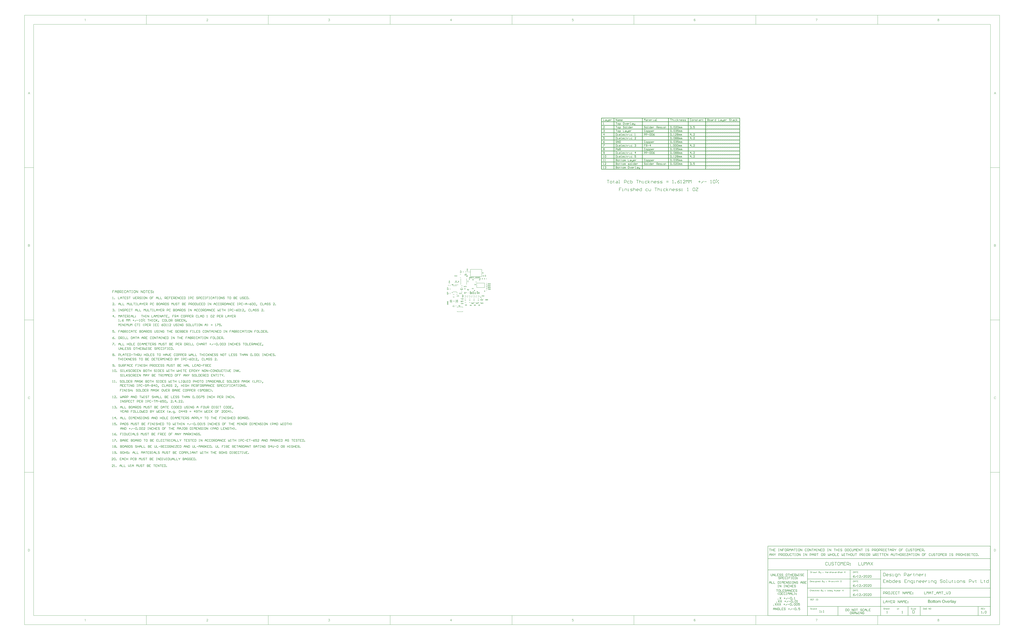
<source format=gbo>
G04 Layer_Color=16776960*
%FSLAX25Y25*%
%MOIN*%
G70*
G01*
G75*
%ADD21C,0.01500*%
%ADD24C,0.00800*%
%ADD26C,0.00100*%
%ADD27C,0.01000*%
%ADD28C,0.00500*%
%ADD29C,0.00700*%
%ADD103C,0.00400*%
%ADD104C,0.00600*%
G36*
X1600931Y-940632D02*
X1602124D01*
Y-941548D01*
X1600931D01*
Y-945643D01*
Y-945671D01*
Y-945726D01*
Y-945809D01*
X1600945Y-945907D01*
X1600958Y-946129D01*
X1600972Y-946226D01*
X1600986Y-946295D01*
X1601000Y-946323D01*
X1601042Y-946379D01*
X1601097Y-946448D01*
X1601194Y-946517D01*
X1601222Y-946531D01*
X1601292Y-946559D01*
X1601417Y-946587D01*
X1601597Y-946601D01*
X1601736D01*
X1601805Y-946587D01*
X1601902D01*
X1602013Y-946573D01*
X1602124Y-946559D01*
X1602277Y-947600D01*
X1602249D01*
X1602194Y-947614D01*
X1602097Y-947628D01*
X1601972Y-947642D01*
X1601833Y-947669D01*
X1601680Y-947683D01*
X1601375Y-947697D01*
X1601264D01*
X1601153Y-947683D01*
X1601014Y-947669D01*
X1600847Y-947655D01*
X1600681Y-947614D01*
X1600528Y-947572D01*
X1600376Y-947503D01*
X1600362Y-947489D01*
X1600320Y-947461D01*
X1600265Y-947420D01*
X1600181Y-947350D01*
X1600112Y-947281D01*
X1600028Y-947184D01*
X1599945Y-947086D01*
X1599890Y-946961D01*
Y-946948D01*
X1599862Y-946892D01*
X1599848Y-946795D01*
X1599820Y-946656D01*
X1599793Y-946476D01*
X1599779Y-946365D01*
Y-946240D01*
X1599765Y-946087D01*
X1599751Y-945934D01*
Y-945768D01*
Y-945574D01*
Y-941548D01*
X1598876D01*
Y-940632D01*
X1599751D01*
Y-938911D01*
X1600931Y-938203D01*
Y-940632D01*
D02*
G37*
G36*
X1597197D02*
X1598391D01*
Y-941548D01*
X1597197D01*
Y-945643D01*
Y-945671D01*
Y-945726D01*
Y-945809D01*
X1597211Y-945907D01*
X1597225Y-946129D01*
X1597239Y-946226D01*
X1597252Y-946295D01*
X1597266Y-946323D01*
X1597308Y-946379D01*
X1597364Y-946448D01*
X1597461Y-946517D01*
X1597488Y-946531D01*
X1597558Y-946559D01*
X1597683Y-946587D01*
X1597863Y-946601D01*
X1598002D01*
X1598071Y-946587D01*
X1598169D01*
X1598280Y-946573D01*
X1598391Y-946559D01*
X1598543Y-947600D01*
X1598516D01*
X1598460Y-947614D01*
X1598363Y-947628D01*
X1598238Y-947642D01*
X1598099Y-947669D01*
X1597946Y-947683D01*
X1597641Y-947697D01*
X1597530D01*
X1597419Y-947683D01*
X1597280Y-947669D01*
X1597114Y-947655D01*
X1596947Y-947614D01*
X1596795Y-947572D01*
X1596642Y-947503D01*
X1596628Y-947489D01*
X1596586Y-947461D01*
X1596531Y-947420D01*
X1596447Y-947350D01*
X1596378Y-947281D01*
X1596295Y-947184D01*
X1596212Y-947086D01*
X1596156Y-946961D01*
Y-946948D01*
X1596128Y-946892D01*
X1596114Y-946795D01*
X1596087Y-946656D01*
X1596059Y-946476D01*
X1596045Y-946365D01*
Y-946240D01*
X1596031Y-946087D01*
X1596017Y-945934D01*
Y-945768D01*
Y-945574D01*
Y-941548D01*
X1595143D01*
Y-940632D01*
X1596017D01*
Y-938911D01*
X1597197Y-938203D01*
Y-940632D01*
D02*
G37*
G36*
X1645916Y-940493D02*
X1646027Y-940507D01*
X1646166Y-940535D01*
X1646318Y-940563D01*
X1646499Y-940604D01*
X1646665Y-940646D01*
X1646860Y-940716D01*
X1647040Y-940785D01*
X1647234Y-940882D01*
X1647429Y-940993D01*
X1647623Y-941118D01*
X1647803Y-941271D01*
X1647970Y-941437D01*
X1647984Y-941451D01*
X1648012Y-941479D01*
X1648053Y-941534D01*
X1648109Y-941618D01*
X1648178Y-941715D01*
X1648248Y-941826D01*
X1648331Y-941965D01*
X1648414Y-942131D01*
X1648498Y-942312D01*
X1648581Y-942506D01*
X1648650Y-942728D01*
X1648720Y-942964D01*
X1648775Y-943228D01*
X1648817Y-943505D01*
X1648845Y-943797D01*
X1648858Y-944116D01*
Y-944130D01*
Y-944186D01*
Y-944283D01*
X1648845Y-944421D01*
X1643640D01*
Y-944435D01*
Y-944477D01*
X1643653Y-944532D01*
Y-944616D01*
X1643667Y-944713D01*
X1643695Y-944824D01*
X1643737Y-945074D01*
X1643820Y-945351D01*
X1643931Y-945657D01*
X1644084Y-945934D01*
X1644278Y-946184D01*
X1644292D01*
X1644306Y-946212D01*
X1644389Y-946281D01*
X1644514Y-946379D01*
X1644680Y-946476D01*
X1644903Y-946587D01*
X1645152Y-946684D01*
X1645430Y-946753D01*
X1645583Y-946767D01*
X1645749Y-946781D01*
X1645860D01*
X1645985Y-946767D01*
X1646138Y-946739D01*
X1646304Y-946698D01*
X1646499Y-946642D01*
X1646679Y-946559D01*
X1646860Y-946448D01*
X1646873Y-946434D01*
X1646943Y-946379D01*
X1647026Y-946295D01*
X1647123Y-946184D01*
X1647234Y-946032D01*
X1647359Y-945837D01*
X1647484Y-945615D01*
X1647595Y-945351D01*
X1648817Y-945504D01*
Y-945518D01*
X1648803Y-945546D01*
X1648789Y-945601D01*
X1648761Y-945685D01*
X1648720Y-945768D01*
X1648678Y-945879D01*
X1648567Y-946115D01*
X1648428Y-946379D01*
X1648234Y-946656D01*
X1648012Y-946920D01*
X1647734Y-947170D01*
X1647720D01*
X1647692Y-947198D01*
X1647651Y-947225D01*
X1647595Y-947267D01*
X1647512Y-947309D01*
X1647429Y-947350D01*
X1647318Y-947406D01*
X1647193Y-947461D01*
X1647054Y-947517D01*
X1646915Y-947572D01*
X1646568Y-947655D01*
X1646180Y-947725D01*
X1645749Y-947753D01*
X1645597D01*
X1645499Y-947739D01*
X1645374Y-947725D01*
X1645222Y-947697D01*
X1645055Y-947669D01*
X1644875Y-947642D01*
X1644486Y-947531D01*
X1644278Y-947447D01*
X1644084Y-947364D01*
X1643875Y-947253D01*
X1643681Y-947128D01*
X1643501Y-946989D01*
X1643320Y-946823D01*
X1643306Y-946809D01*
X1643279Y-946781D01*
X1643237Y-946726D01*
X1643181Y-946642D01*
X1643112Y-946545D01*
X1643043Y-946434D01*
X1642959Y-946295D01*
X1642876Y-946143D01*
X1642793Y-945962D01*
X1642710Y-945768D01*
X1642640Y-945546D01*
X1642571Y-945310D01*
X1642515Y-945060D01*
X1642474Y-944782D01*
X1642446Y-944491D01*
X1642432Y-944186D01*
Y-944172D01*
Y-944102D01*
Y-944019D01*
X1642446Y-943894D01*
X1642460Y-943741D01*
X1642474Y-943575D01*
X1642501Y-943381D01*
X1642543Y-943186D01*
X1642654Y-942742D01*
X1642723Y-942520D01*
X1642807Y-942284D01*
X1642918Y-942062D01*
X1643043Y-941854D01*
X1643181Y-941646D01*
X1643334Y-941451D01*
X1643348Y-941437D01*
X1643376Y-941409D01*
X1643431Y-941368D01*
X1643501Y-941298D01*
X1643584Y-941229D01*
X1643695Y-941146D01*
X1643820Y-941049D01*
X1643973Y-940965D01*
X1644125Y-940868D01*
X1644306Y-940785D01*
X1644500Y-940702D01*
X1644708Y-940632D01*
X1644930Y-940563D01*
X1645166Y-940521D01*
X1645416Y-940493D01*
X1645680Y-940480D01*
X1645819D01*
X1645916Y-940493D01*
D02*
G37*
G36*
X1655923Y-947600D02*
X1654744D01*
Y-937995D01*
X1655923D01*
Y-947600D01*
D02*
G37*
G36*
X1661003Y-940493D02*
X1661212Y-940507D01*
X1661448Y-940535D01*
X1661683Y-940577D01*
X1661919Y-940632D01*
X1662141Y-940702D01*
X1662169Y-940716D01*
X1662239Y-940743D01*
X1662336Y-940785D01*
X1662461Y-940840D01*
X1662600Y-940924D01*
X1662738Y-941007D01*
X1662863Y-941118D01*
X1662974Y-941229D01*
X1662988Y-941243D01*
X1663016Y-941285D01*
X1663058Y-941354D01*
X1663113Y-941437D01*
X1663182Y-941562D01*
X1663238Y-941687D01*
X1663294Y-941840D01*
X1663335Y-942020D01*
Y-942034D01*
X1663349Y-942076D01*
X1663363Y-942159D01*
X1663377Y-942270D01*
Y-942423D01*
X1663391Y-942603D01*
X1663405Y-942839D01*
Y-943103D01*
Y-944685D01*
Y-944699D01*
Y-944755D01*
Y-944838D01*
Y-944949D01*
Y-945074D01*
Y-945226D01*
X1663419Y-945560D01*
Y-945907D01*
X1663432Y-946254D01*
X1663446Y-946406D01*
Y-946545D01*
X1663460Y-946670D01*
X1663474Y-946767D01*
Y-946781D01*
X1663488Y-946837D01*
X1663502Y-946920D01*
X1663543Y-947031D01*
X1663571Y-947156D01*
X1663627Y-947295D01*
X1663696Y-947447D01*
X1663766Y-947600D01*
X1662530D01*
X1662516Y-947586D01*
X1662502Y-947531D01*
X1662475Y-947461D01*
X1662433Y-947350D01*
X1662391Y-947225D01*
X1662364Y-947073D01*
X1662336Y-946906D01*
X1662308Y-946726D01*
X1662294D01*
X1662280Y-946753D01*
X1662197Y-946823D01*
X1662072Y-946920D01*
X1661906Y-947045D01*
X1661697Y-947170D01*
X1661489Y-947309D01*
X1661267Y-947433D01*
X1661031Y-947531D01*
X1661003Y-947544D01*
X1660920Y-947558D01*
X1660795Y-947600D01*
X1660642Y-947642D01*
X1660448Y-947683D01*
X1660226Y-947711D01*
X1659976Y-947739D01*
X1659726Y-947753D01*
X1659615D01*
X1659532Y-947739D01*
X1659435D01*
X1659324Y-947725D01*
X1659074Y-947683D01*
X1658796Y-947614D01*
X1658491Y-947517D01*
X1658213Y-947378D01*
X1657964Y-947198D01*
X1657936Y-947170D01*
X1657866Y-947100D01*
X1657769Y-946975D01*
X1657658Y-946809D01*
X1657547Y-946601D01*
X1657450Y-946365D01*
X1657381Y-946073D01*
X1657367Y-945934D01*
X1657353Y-945768D01*
Y-945740D01*
Y-945685D01*
X1657367Y-945587D01*
X1657381Y-945463D01*
X1657408Y-945310D01*
X1657450Y-945157D01*
X1657506Y-944991D01*
X1657575Y-944838D01*
X1657589Y-944824D01*
X1657617Y-944769D01*
X1657672Y-944685D01*
X1657742Y-944588D01*
X1657825Y-944477D01*
X1657936Y-944366D01*
X1658047Y-944255D01*
X1658186Y-944158D01*
X1658200Y-944144D01*
X1658255Y-944116D01*
X1658324Y-944061D01*
X1658436Y-944005D01*
X1658561Y-943950D01*
X1658713Y-943880D01*
X1658866Y-943825D01*
X1659046Y-943769D01*
X1659060D01*
X1659116Y-943755D01*
X1659199Y-943727D01*
X1659310Y-943714D01*
X1659449Y-943686D01*
X1659629Y-943658D01*
X1659837Y-943616D01*
X1660087Y-943589D01*
X1660101D01*
X1660157Y-943575D01*
X1660226D01*
X1660323Y-943561D01*
X1660434Y-943547D01*
X1660573Y-943519D01*
X1660726Y-943505D01*
X1660892Y-943478D01*
X1661225Y-943408D01*
X1661586Y-943339D01*
X1661906Y-943256D01*
X1662058Y-943214D01*
X1662197Y-943172D01*
Y-943158D01*
Y-943131D01*
X1662211Y-943047D01*
Y-942950D01*
Y-942895D01*
Y-942867D01*
Y-942853D01*
Y-942839D01*
Y-942756D01*
X1662197Y-942617D01*
X1662169Y-942464D01*
X1662128Y-942298D01*
X1662058Y-942131D01*
X1661975Y-941979D01*
X1661864Y-941854D01*
X1661850Y-941840D01*
X1661781Y-941784D01*
X1661670Y-941729D01*
X1661531Y-941646D01*
X1661337Y-941576D01*
X1661114Y-941507D01*
X1660837Y-941465D01*
X1660518Y-941451D01*
X1660379D01*
X1660240Y-941465D01*
X1660046Y-941493D01*
X1659851Y-941521D01*
X1659643Y-941576D01*
X1659449Y-941646D01*
X1659282Y-941743D01*
X1659268Y-941757D01*
X1659213Y-941798D01*
X1659143Y-941868D01*
X1659060Y-941979D01*
X1658977Y-942117D01*
X1658880Y-942298D01*
X1658796Y-942520D01*
X1658713Y-942770D01*
X1657561Y-942617D01*
Y-942603D01*
X1657575Y-942589D01*
Y-942548D01*
X1657589Y-942492D01*
X1657631Y-942367D01*
X1657686Y-942187D01*
X1657755Y-942006D01*
X1657839Y-941812D01*
X1657950Y-941618D01*
X1658075Y-941437D01*
X1658089Y-941423D01*
X1658144Y-941368D01*
X1658227Y-941285D01*
X1658338Y-941174D01*
X1658491Y-941063D01*
X1658672Y-940952D01*
X1658880Y-940827D01*
X1659116Y-940729D01*
X1659130D01*
X1659143Y-940716D01*
X1659185Y-940702D01*
X1659241Y-940688D01*
X1659379Y-940646D01*
X1659574Y-940604D01*
X1659796Y-940563D01*
X1660073Y-940521D01*
X1660365Y-940493D01*
X1660698Y-940480D01*
X1660851D01*
X1661003Y-940493D01*
D02*
G37*
G36*
X1583372Y-938009D02*
X1583484D01*
X1583733Y-938037D01*
X1584011Y-938064D01*
X1584303Y-938120D01*
X1584594Y-938189D01*
X1584858Y-938286D01*
X1584872D01*
X1584885Y-938300D01*
X1584969Y-938342D01*
X1585094Y-938411D01*
X1585232Y-938509D01*
X1585399Y-938634D01*
X1585579Y-938786D01*
X1585746Y-938980D01*
X1585899Y-939189D01*
X1585913Y-939217D01*
X1585954Y-939300D01*
X1586024Y-939411D01*
X1586093Y-939577D01*
X1586162Y-939772D01*
X1586232Y-939980D01*
X1586273Y-940216D01*
X1586287Y-940452D01*
Y-940480D01*
Y-940549D01*
X1586273Y-940674D01*
X1586246Y-940827D01*
X1586204Y-941007D01*
X1586135Y-941201D01*
X1586051Y-941396D01*
X1585940Y-941604D01*
X1585926Y-941632D01*
X1585885Y-941687D01*
X1585802Y-941798D01*
X1585690Y-941909D01*
X1585552Y-942048D01*
X1585385Y-942201D01*
X1585177Y-942340D01*
X1584941Y-942478D01*
X1584955D01*
X1584983Y-942492D01*
X1585024Y-942506D01*
X1585080Y-942534D01*
X1585246Y-942589D01*
X1585441Y-942686D01*
X1585649Y-942811D01*
X1585885Y-942964D01*
X1586093Y-943145D01*
X1586287Y-943367D01*
X1586301Y-943394D01*
X1586357Y-943478D01*
X1586440Y-943603D01*
X1586523Y-943769D01*
X1586607Y-943991D01*
X1586690Y-944227D01*
X1586745Y-944505D01*
X1586759Y-944810D01*
Y-944824D01*
Y-944838D01*
Y-944921D01*
X1586745Y-945060D01*
X1586718Y-945226D01*
X1586690Y-945421D01*
X1586634Y-945629D01*
X1586565Y-945851D01*
X1586468Y-946073D01*
X1586454Y-946101D01*
X1586412Y-946170D01*
X1586357Y-946268D01*
X1586273Y-946406D01*
X1586162Y-946545D01*
X1586051Y-946698D01*
X1585913Y-946850D01*
X1585760Y-946975D01*
X1585746Y-946989D01*
X1585690Y-947031D01*
X1585593Y-947086D01*
X1585468Y-947142D01*
X1585316Y-947225D01*
X1585135Y-947309D01*
X1584941Y-947378D01*
X1584705Y-947447D01*
X1584677D01*
X1584594Y-947475D01*
X1584455Y-947489D01*
X1584275Y-947517D01*
X1584053Y-947544D01*
X1583789Y-947572D01*
X1583497Y-947586D01*
X1583164Y-947600D01*
X1579500D01*
Y-937995D01*
X1583275D01*
X1583372Y-938009D01*
D02*
G37*
G36*
X1606344Y-940493D02*
X1606469Y-940507D01*
X1606608Y-940535D01*
X1606760Y-940563D01*
X1606941Y-940591D01*
X1607315Y-940716D01*
X1607510Y-940785D01*
X1607704Y-940882D01*
X1607899Y-940979D01*
X1608093Y-941118D01*
X1608273Y-941257D01*
X1608454Y-941423D01*
X1608468Y-941437D01*
X1608495Y-941465D01*
X1608537Y-941521D01*
X1608592Y-941590D01*
X1608662Y-941687D01*
X1608745Y-941812D01*
X1608828Y-941951D01*
X1608912Y-942103D01*
X1608995Y-942270D01*
X1609078Y-942478D01*
X1609162Y-942686D01*
X1609231Y-942922D01*
X1609286Y-943172D01*
X1609328Y-943436D01*
X1609356Y-943714D01*
X1609370Y-944019D01*
Y-944033D01*
Y-944075D01*
Y-944144D01*
Y-944241D01*
X1609356Y-944352D01*
X1609342Y-944491D01*
Y-944630D01*
X1609314Y-944782D01*
X1609273Y-945129D01*
X1609189Y-945476D01*
X1609092Y-945823D01*
X1608953Y-946143D01*
Y-946157D01*
X1608940Y-946170D01*
X1608912Y-946212D01*
X1608884Y-946268D01*
X1608787Y-946406D01*
X1608662Y-946573D01*
X1608495Y-946767D01*
X1608287Y-946961D01*
X1608051Y-947156D01*
X1607774Y-947336D01*
X1607760D01*
X1607746Y-947350D01*
X1607704Y-947378D01*
X1607635Y-947406D01*
X1607565Y-947433D01*
X1607482Y-947461D01*
X1607274Y-947544D01*
X1607038Y-947614D01*
X1606746Y-947683D01*
X1606441Y-947739D01*
X1606108Y-947753D01*
X1605969D01*
X1605858Y-947739D01*
X1605733Y-947725D01*
X1605594Y-947697D01*
X1605428Y-947669D01*
X1605261Y-947642D01*
X1604886Y-947531D01*
X1604678Y-947447D01*
X1604484Y-947364D01*
X1604290Y-947253D01*
X1604095Y-947128D01*
X1603915Y-946989D01*
X1603735Y-946823D01*
X1603721Y-946809D01*
X1603693Y-946781D01*
X1603651Y-946726D01*
X1603596Y-946642D01*
X1603526Y-946545D01*
X1603457Y-946434D01*
X1603374Y-946295D01*
X1603290Y-946129D01*
X1603207Y-945948D01*
X1603124Y-945740D01*
X1603054Y-945518D01*
X1602985Y-945282D01*
X1602929Y-945018D01*
X1602888Y-944741D01*
X1602860Y-944435D01*
X1602846Y-944116D01*
Y-944088D01*
Y-944033D01*
X1602860Y-943936D01*
Y-943797D01*
X1602874Y-943644D01*
X1602902Y-943450D01*
X1602929Y-943256D01*
X1602985Y-943034D01*
X1603041Y-942811D01*
X1603110Y-942575D01*
X1603193Y-942326D01*
X1603304Y-942090D01*
X1603415Y-941868D01*
X1603568Y-941646D01*
X1603721Y-941437D01*
X1603915Y-941257D01*
X1603929Y-941243D01*
X1603957Y-941229D01*
X1604012Y-941187D01*
X1604082Y-941132D01*
X1604165Y-941076D01*
X1604276Y-941007D01*
X1604387Y-940938D01*
X1604526Y-940868D01*
X1604678Y-940799D01*
X1604845Y-940729D01*
X1605220Y-940604D01*
X1605650Y-940507D01*
X1605872Y-940493D01*
X1606108Y-940480D01*
X1606247D01*
X1606344Y-940493D01*
D02*
G37*
G36*
X1630259Y-937842D02*
X1630384D01*
X1630509Y-937856D01*
X1630676Y-937884D01*
X1630842Y-937912D01*
X1631203Y-937981D01*
X1631619Y-938092D01*
X1632022Y-938259D01*
X1632230Y-938356D01*
X1632438Y-938467D01*
X1632452Y-938481D01*
X1632480Y-938495D01*
X1632536Y-938536D01*
X1632619Y-938578D01*
X1632702Y-938647D01*
X1632813Y-938731D01*
X1633049Y-938925D01*
X1633299Y-939175D01*
X1633577Y-939480D01*
X1633840Y-939841D01*
X1634062Y-940244D01*
Y-940257D01*
X1634090Y-940299D01*
X1634118Y-940355D01*
X1634146Y-940438D01*
X1634201Y-940549D01*
X1634243Y-940674D01*
X1634298Y-940827D01*
X1634354Y-940993D01*
X1634395Y-941174D01*
X1634451Y-941368D01*
X1634506Y-941590D01*
X1634548Y-941812D01*
X1634604Y-942298D01*
X1634631Y-942825D01*
Y-942839D01*
Y-942895D01*
Y-942964D01*
X1634617Y-943075D01*
Y-943200D01*
X1634604Y-943353D01*
X1634576Y-943519D01*
X1634562Y-943700D01*
X1634493Y-944102D01*
X1634381Y-944546D01*
X1634229Y-944991D01*
X1634146Y-945213D01*
X1634035Y-945435D01*
Y-945449D01*
X1634007Y-945490D01*
X1633979Y-945546D01*
X1633924Y-945629D01*
X1633868Y-945726D01*
X1633799Y-945823D01*
X1633604Y-946087D01*
X1633368Y-946365D01*
X1633091Y-946656D01*
X1632758Y-946934D01*
X1632369Y-947184D01*
X1632355D01*
X1632327Y-947211D01*
X1632258Y-947239D01*
X1632175Y-947281D01*
X1632077Y-947322D01*
X1631966Y-947364D01*
X1631828Y-947420D01*
X1631675Y-947475D01*
X1631508Y-947531D01*
X1631328Y-947586D01*
X1630925Y-947669D01*
X1630495Y-947739D01*
X1630037Y-947767D01*
X1629898D01*
X1629815Y-947753D01*
X1629690D01*
X1629551Y-947725D01*
X1629399Y-947711D01*
X1629218Y-947683D01*
X1628843Y-947600D01*
X1628441Y-947489D01*
X1628024Y-947322D01*
X1627816Y-947225D01*
X1627608Y-947114D01*
X1627594Y-947100D01*
X1627566Y-947086D01*
X1627511Y-947045D01*
X1627428Y-946989D01*
X1627344Y-946934D01*
X1627247Y-946850D01*
X1627011Y-946642D01*
X1626748Y-946392D01*
X1626470Y-946087D01*
X1626220Y-945740D01*
X1625984Y-945338D01*
Y-945324D01*
X1625956Y-945282D01*
X1625929Y-945226D01*
X1625901Y-945143D01*
X1625859Y-945032D01*
X1625818Y-944907D01*
X1625762Y-944769D01*
X1625720Y-944616D01*
X1625665Y-944435D01*
X1625609Y-944255D01*
X1625526Y-943839D01*
X1625471Y-943408D01*
X1625443Y-942936D01*
Y-942922D01*
Y-942909D01*
Y-942825D01*
X1625457Y-942700D01*
Y-942534D01*
X1625484Y-942340D01*
X1625512Y-942103D01*
X1625554Y-941840D01*
X1625609Y-941562D01*
X1625665Y-941271D01*
X1625748Y-940965D01*
X1625859Y-940660D01*
X1625984Y-940341D01*
X1626123Y-940035D01*
X1626303Y-939730D01*
X1626498Y-939452D01*
X1626720Y-939189D01*
X1626734Y-939175D01*
X1626775Y-939133D01*
X1626859Y-939064D01*
X1626956Y-938980D01*
X1627081Y-938869D01*
X1627233Y-938758D01*
X1627414Y-938634D01*
X1627622Y-938509D01*
X1627844Y-938384D01*
X1628094Y-938259D01*
X1628371Y-938148D01*
X1628663Y-938037D01*
X1628982Y-937953D01*
X1629315Y-937884D01*
X1629662Y-937842D01*
X1630037Y-937829D01*
X1630162D01*
X1630259Y-937842D01*
D02*
G37*
G36*
X1618211Y-940493D02*
X1618308D01*
X1618406Y-940507D01*
X1618642Y-940549D01*
X1618891Y-940618D01*
X1619155Y-940729D01*
X1619419Y-940868D01*
X1619641Y-941063D01*
X1619669Y-941090D01*
X1619724Y-941174D01*
X1619821Y-941298D01*
X1619863Y-941396D01*
X1619919Y-941493D01*
X1619974Y-941618D01*
X1620016Y-941743D01*
X1620071Y-941881D01*
X1620113Y-942048D01*
X1620141Y-942215D01*
X1620168Y-942409D01*
X1620196Y-942603D01*
Y-942825D01*
Y-947600D01*
X1619016D01*
Y-943228D01*
Y-943214D01*
Y-943200D01*
Y-943117D01*
Y-942992D01*
X1619003Y-942839D01*
X1618989Y-942673D01*
X1618975Y-942506D01*
X1618947Y-942340D01*
X1618905Y-942215D01*
Y-942201D01*
X1618878Y-942159D01*
X1618850Y-942103D01*
X1618808Y-942034D01*
X1618753Y-941951D01*
X1618683Y-941868D01*
X1618600Y-941784D01*
X1618489Y-941701D01*
X1618475Y-941687D01*
X1618433Y-941673D01*
X1618378Y-941646D01*
X1618281Y-941604D01*
X1618184Y-941562D01*
X1618059Y-941534D01*
X1617934Y-941521D01*
X1617781Y-941507D01*
X1617712D01*
X1617656Y-941521D01*
X1617517Y-941534D01*
X1617351Y-941562D01*
X1617156Y-941632D01*
X1616948Y-941715D01*
X1616740Y-941840D01*
X1616546Y-942006D01*
X1616532Y-942034D01*
X1616476Y-942103D01*
X1616393Y-942215D01*
X1616310Y-942381D01*
X1616213Y-942603D01*
X1616143Y-942867D01*
X1616088Y-943186D01*
X1616060Y-943561D01*
Y-947600D01*
X1614880D01*
Y-943089D01*
Y-943075D01*
Y-943047D01*
Y-943020D01*
Y-942964D01*
X1614866Y-942811D01*
X1614838Y-942645D01*
X1614811Y-942451D01*
X1614755Y-942256D01*
X1614686Y-942076D01*
X1614589Y-941909D01*
X1614575Y-941895D01*
X1614533Y-941840D01*
X1614464Y-941784D01*
X1614367Y-941701D01*
X1614242Y-941632D01*
X1614075Y-941562D01*
X1613881Y-941521D01*
X1613645Y-941507D01*
X1613561D01*
X1613464Y-941521D01*
X1613353Y-941534D01*
X1613214Y-941576D01*
X1613048Y-941618D01*
X1612895Y-941687D01*
X1612729Y-941770D01*
X1612715Y-941784D01*
X1612659Y-941826D01*
X1612590Y-941881D01*
X1612493Y-941965D01*
X1612396Y-942076D01*
X1612298Y-942215D01*
X1612201Y-942367D01*
X1612118Y-942548D01*
X1612104Y-942575D01*
X1612090Y-942645D01*
X1612062Y-942756D01*
X1612021Y-942909D01*
X1611979Y-943117D01*
X1611951Y-943367D01*
X1611938Y-943658D01*
X1611924Y-943991D01*
Y-947600D01*
X1610744D01*
Y-940632D01*
X1611799D01*
Y-941632D01*
X1611813Y-941604D01*
X1611854Y-941548D01*
X1611938Y-941451D01*
X1612035Y-941340D01*
X1612160Y-941201D01*
X1612312Y-941063D01*
X1612479Y-940924D01*
X1612673Y-940799D01*
X1612701Y-940785D01*
X1612770Y-940743D01*
X1612881Y-940702D01*
X1613034Y-940632D01*
X1613214Y-940577D01*
X1613423Y-940535D01*
X1613659Y-940493D01*
X1613909Y-940480D01*
X1614033D01*
X1614186Y-940493D01*
X1614353Y-940521D01*
X1614561Y-940563D01*
X1614769Y-940618D01*
X1614977Y-940702D01*
X1615172Y-940813D01*
X1615199Y-940827D01*
X1615255Y-940868D01*
X1615338Y-940938D01*
X1615449Y-941049D01*
X1615560Y-941174D01*
X1615685Y-941326D01*
X1615796Y-941507D01*
X1615879Y-941715D01*
X1615893Y-941701D01*
X1615921Y-941659D01*
X1615963Y-941604D01*
X1616032Y-941521D01*
X1616115Y-941423D01*
X1616213Y-941326D01*
X1616324Y-941215D01*
X1616462Y-941090D01*
X1616615Y-940979D01*
X1616768Y-940868D01*
X1616948Y-940771D01*
X1617143Y-940674D01*
X1617351Y-940591D01*
X1617573Y-940535D01*
X1617795Y-940493D01*
X1618045Y-940480D01*
X1618142D01*
X1618211Y-940493D01*
D02*
G37*
G36*
X1653078D02*
X1653231Y-940521D01*
X1653411Y-940577D01*
X1653605Y-940646D01*
X1653827Y-940743D01*
X1654063Y-940868D01*
X1653633Y-941951D01*
X1653619Y-941937D01*
X1653564Y-941909D01*
X1653480Y-941868D01*
X1653369Y-941826D01*
X1653244Y-941784D01*
X1653092Y-941743D01*
X1652939Y-941715D01*
X1652786Y-941701D01*
X1652717D01*
X1652648Y-941715D01*
X1652550Y-941729D01*
X1652453Y-941757D01*
X1652328Y-941798D01*
X1652203Y-941854D01*
X1652092Y-941937D01*
X1652078Y-941951D01*
X1652037Y-941979D01*
X1651995Y-942034D01*
X1651926Y-942103D01*
X1651856Y-942201D01*
X1651787Y-942312D01*
X1651718Y-942437D01*
X1651662Y-942589D01*
X1651648Y-942617D01*
X1651634Y-942700D01*
X1651607Y-942825D01*
X1651565Y-942992D01*
X1651523Y-943200D01*
X1651496Y-943436D01*
X1651482Y-943686D01*
X1651468Y-943963D01*
Y-947600D01*
X1650288D01*
Y-940632D01*
X1651357D01*
Y-941687D01*
X1651371Y-941673D01*
X1651426Y-941576D01*
X1651496Y-941451D01*
X1651607Y-941298D01*
X1651718Y-941146D01*
X1651843Y-940979D01*
X1651967Y-940840D01*
X1652092Y-940729D01*
X1652106Y-940716D01*
X1652148Y-940688D01*
X1652231Y-940646D01*
X1652315Y-940604D01*
X1652426Y-940563D01*
X1652564Y-940521D01*
X1652703Y-940493D01*
X1652856Y-940480D01*
X1652953D01*
X1653078Y-940493D01*
D02*
G37*
G36*
X1668276Y-947711D02*
Y-947725D01*
X1668263Y-947767D01*
X1668235Y-947822D01*
X1668207Y-947892D01*
X1668165Y-947989D01*
X1668124Y-948100D01*
X1668027Y-948336D01*
X1667929Y-948599D01*
X1667818Y-948863D01*
X1667707Y-949099D01*
X1667652Y-949196D01*
X1667610Y-949293D01*
X1667596Y-949321D01*
X1667555Y-949391D01*
X1667485Y-949488D01*
X1667402Y-949613D01*
X1667291Y-949751D01*
X1667166Y-949890D01*
X1667041Y-950029D01*
X1666888Y-950140D01*
X1666875Y-950154D01*
X1666819Y-950182D01*
X1666736Y-950223D01*
X1666611Y-950279D01*
X1666472Y-950334D01*
X1666306Y-950376D01*
X1666125Y-950404D01*
X1665917Y-950418D01*
X1665861D01*
X1665792Y-950404D01*
X1665695D01*
X1665584Y-950376D01*
X1665459Y-950348D01*
X1665320Y-950321D01*
X1665167Y-950265D01*
X1665042Y-949168D01*
X1665056D01*
X1665112Y-949182D01*
X1665181Y-949196D01*
X1665265Y-949224D01*
X1665487Y-949266D01*
X1665709Y-949279D01*
X1665778D01*
X1665848Y-949266D01*
X1665931D01*
X1666139Y-949224D01*
X1666236Y-949182D01*
X1666333Y-949141D01*
X1666347D01*
X1666375Y-949113D01*
X1666417Y-949085D01*
X1666472Y-949043D01*
X1666597Y-948932D01*
X1666708Y-948780D01*
Y-948766D01*
X1666736Y-948738D01*
X1666764Y-948683D01*
X1666791Y-948599D01*
X1666847Y-948488D01*
X1666902Y-948322D01*
X1666986Y-948127D01*
X1667069Y-947892D01*
Y-947878D01*
X1667097Y-947822D01*
X1667124Y-947725D01*
X1667180Y-947600D01*
X1664543Y-940632D01*
X1665792D01*
X1667249Y-944671D01*
Y-944685D01*
X1667263Y-944699D01*
X1667277Y-944741D01*
X1667291Y-944810D01*
X1667319Y-944880D01*
X1667347Y-944963D01*
X1667416Y-945157D01*
X1667499Y-945393D01*
X1667583Y-945671D01*
X1667666Y-945962D01*
X1667749Y-946281D01*
Y-946268D01*
X1667763Y-946240D01*
X1667777Y-946198D01*
X1667791Y-946143D01*
X1667805Y-946073D01*
X1667832Y-945990D01*
X1667888Y-945782D01*
X1667957Y-945546D01*
X1668054Y-945268D01*
X1668138Y-944991D01*
X1668249Y-944699D01*
X1669748Y-940632D01*
X1670928D01*
X1668276Y-947711D01*
D02*
G37*
G36*
X1639128Y-947600D02*
X1638004D01*
X1635381Y-940632D01*
X1636630D01*
X1638129Y-944810D01*
Y-944824D01*
X1638143Y-944838D01*
X1638157Y-944880D01*
X1638171Y-944921D01*
X1638212Y-945060D01*
X1638268Y-945240D01*
X1638337Y-945449D01*
X1638421Y-945685D01*
X1638490Y-945948D01*
X1638573Y-946212D01*
X1638587Y-946184D01*
X1638601Y-946115D01*
X1638643Y-946004D01*
X1638684Y-945837D01*
X1638754Y-945657D01*
X1638823Y-945421D01*
X1638920Y-945171D01*
X1639017Y-944893D01*
X1640558Y-940632D01*
X1641780D01*
X1639128Y-947600D01*
D02*
G37*
G36*
X1591409Y-940493D02*
X1591534Y-940507D01*
X1591673Y-940535D01*
X1591825Y-940563D01*
X1592006Y-940591D01*
X1592381Y-940716D01*
X1592575Y-940785D01*
X1592769Y-940882D01*
X1592964Y-940979D01*
X1593158Y-941118D01*
X1593338Y-941257D01*
X1593519Y-941423D01*
X1593533Y-941437D01*
X1593560Y-941465D01*
X1593602Y-941521D01*
X1593658Y-941590D01*
X1593727Y-941687D01*
X1593810Y-941812D01*
X1593894Y-941951D01*
X1593977Y-942103D01*
X1594060Y-942270D01*
X1594143Y-942478D01*
X1594227Y-942686D01*
X1594296Y-942922D01*
X1594352Y-943172D01*
X1594393Y-943436D01*
X1594421Y-943714D01*
X1594435Y-944019D01*
Y-944033D01*
Y-944075D01*
Y-944144D01*
Y-944241D01*
X1594421Y-944352D01*
X1594407Y-944491D01*
Y-944630D01*
X1594379Y-944782D01*
X1594338Y-945129D01*
X1594254Y-945476D01*
X1594157Y-945823D01*
X1594018Y-946143D01*
Y-946157D01*
X1594005Y-946170D01*
X1593977Y-946212D01*
X1593949Y-946268D01*
X1593852Y-946406D01*
X1593727Y-946573D01*
X1593560Y-946767D01*
X1593352Y-946961D01*
X1593116Y-947156D01*
X1592839Y-947336D01*
X1592825D01*
X1592811Y-947350D01*
X1592769Y-947378D01*
X1592700Y-947406D01*
X1592630Y-947433D01*
X1592547Y-947461D01*
X1592339Y-947544D01*
X1592103Y-947614D01*
X1591812Y-947683D01*
X1591506Y-947739D01*
X1591173Y-947753D01*
X1591034D01*
X1590923Y-947739D01*
X1590798Y-947725D01*
X1590660Y-947697D01*
X1590493Y-947669D01*
X1590326Y-947642D01*
X1589952Y-947531D01*
X1589743Y-947447D01*
X1589549Y-947364D01*
X1589355Y-947253D01*
X1589161Y-947128D01*
X1588980Y-946989D01*
X1588800Y-946823D01*
X1588786Y-946809D01*
X1588758Y-946781D01*
X1588716Y-946726D01*
X1588661Y-946642D01*
X1588591Y-946545D01*
X1588522Y-946434D01*
X1588439Y-946295D01*
X1588355Y-946129D01*
X1588272Y-945948D01*
X1588189Y-945740D01*
X1588120Y-945518D01*
X1588050Y-945282D01*
X1587995Y-945018D01*
X1587953Y-944741D01*
X1587925Y-944435D01*
X1587911Y-944116D01*
Y-944088D01*
Y-944033D01*
X1587925Y-943936D01*
Y-943797D01*
X1587939Y-943644D01*
X1587967Y-943450D01*
X1587995Y-943256D01*
X1588050Y-943034D01*
X1588106Y-942811D01*
X1588175Y-942575D01*
X1588258Y-942326D01*
X1588369Y-942090D01*
X1588480Y-941868D01*
X1588633Y-941646D01*
X1588786Y-941437D01*
X1588980Y-941257D01*
X1588994Y-941243D01*
X1589022Y-941229D01*
X1589077Y-941187D01*
X1589147Y-941132D01*
X1589230Y-941076D01*
X1589341Y-941007D01*
X1589452Y-940938D01*
X1589591Y-940868D01*
X1589743Y-940799D01*
X1589910Y-940729D01*
X1590285Y-940604D01*
X1590715Y-940507D01*
X1590937Y-940493D01*
X1591173Y-940480D01*
X1591312D01*
X1591409Y-940493D01*
D02*
G37*
%LPC*%
G36*
X1645694Y-941451D02*
X1645610D01*
X1645555Y-941465D01*
X1645402Y-941479D01*
X1645222Y-941521D01*
X1645000Y-941590D01*
X1644764Y-941687D01*
X1644542Y-941826D01*
X1644320Y-942006D01*
X1644292Y-942034D01*
X1644236Y-942103D01*
X1644139Y-942228D01*
X1644042Y-942395D01*
X1643931Y-942589D01*
X1643834Y-942839D01*
X1643751Y-943131D01*
X1643709Y-943450D01*
X1647609D01*
Y-943436D01*
Y-943408D01*
X1647595Y-943367D01*
Y-943311D01*
X1647568Y-943145D01*
X1647526Y-942964D01*
X1647457Y-942742D01*
X1647387Y-942534D01*
X1647276Y-942326D01*
X1647151Y-942145D01*
Y-942131D01*
X1647123Y-942117D01*
X1647054Y-942034D01*
X1646929Y-941923D01*
X1646762Y-941798D01*
X1646554Y-941673D01*
X1646304Y-941562D01*
X1646013Y-941479D01*
X1645860Y-941465D01*
X1645694Y-941451D01*
D02*
G37*
G36*
X1662211Y-944102D02*
X1662197D01*
X1662183Y-944116D01*
X1662141Y-944130D01*
X1662086Y-944144D01*
X1662017Y-944172D01*
X1661933Y-944199D01*
X1661836Y-944227D01*
X1661725Y-944255D01*
X1661600Y-944297D01*
X1661448Y-944324D01*
X1661295Y-944366D01*
X1661114Y-944408D01*
X1660920Y-944449D01*
X1660726Y-944491D01*
X1660504Y-944519D01*
X1660268Y-944560D01*
X1660240D01*
X1660157Y-944574D01*
X1660018Y-944602D01*
X1659865Y-944630D01*
X1659699Y-944657D01*
X1659532Y-944699D01*
X1659379Y-944741D01*
X1659241Y-944796D01*
X1659227D01*
X1659185Y-944824D01*
X1659130Y-944852D01*
X1659074Y-944893D01*
X1658908Y-945004D01*
X1658769Y-945171D01*
Y-945185D01*
X1658741Y-945213D01*
X1658727Y-945268D01*
X1658699Y-945338D01*
X1658672Y-945421D01*
X1658644Y-945504D01*
X1658630Y-945615D01*
X1658616Y-945726D01*
Y-945740D01*
Y-945809D01*
X1658630Y-945893D01*
X1658658Y-946004D01*
X1658699Y-946129D01*
X1658769Y-946254D01*
X1658852Y-946392D01*
X1658963Y-946517D01*
X1658977Y-946531D01*
X1659032Y-946559D01*
X1659116Y-946614D01*
X1659227Y-946670D01*
X1659379Y-946726D01*
X1659560Y-946781D01*
X1659768Y-946809D01*
X1660018Y-946823D01*
X1660129D01*
X1660268Y-946809D01*
X1660420Y-946781D01*
X1660615Y-946753D01*
X1660809Y-946698D01*
X1661017Y-946628D01*
X1661225Y-946531D01*
X1661253Y-946517D01*
X1661309Y-946476D01*
X1661406Y-946406D01*
X1661517Y-946309D01*
X1661642Y-946198D01*
X1661781Y-946059D01*
X1661892Y-945893D01*
X1662003Y-945712D01*
X1662017Y-945698D01*
X1662030Y-945643D01*
X1662058Y-945546D01*
X1662100Y-945421D01*
X1662141Y-945254D01*
X1662169Y-945060D01*
X1662183Y-944824D01*
X1662197Y-944546D01*
X1662211Y-944102D01*
D02*
G37*
G36*
X1583303Y-943158D02*
X1580777D01*
Y-946462D01*
X1583511D01*
X1583803Y-946448D01*
X1583928Y-946434D01*
X1584039Y-946420D01*
X1584053D01*
X1584108Y-946406D01*
X1584191Y-946392D01*
X1584289Y-946365D01*
X1584525Y-946281D01*
X1584760Y-946170D01*
X1584774Y-946157D01*
X1584816Y-946129D01*
X1584872Y-946087D01*
X1584941Y-946032D01*
X1585010Y-945948D01*
X1585108Y-945865D01*
X1585177Y-945754D01*
X1585260Y-945629D01*
X1585274Y-945615D01*
X1585288Y-945574D01*
X1585316Y-945490D01*
X1585357Y-945393D01*
X1585399Y-945282D01*
X1585427Y-945143D01*
X1585441Y-944977D01*
X1585454Y-944810D01*
Y-944782D01*
Y-944727D01*
X1585441Y-944616D01*
X1585413Y-944491D01*
X1585385Y-944352D01*
X1585330Y-944199D01*
X1585260Y-944047D01*
X1585163Y-943894D01*
X1585149Y-943880D01*
X1585108Y-943825D01*
X1585052Y-943755D01*
X1584969Y-943672D01*
X1584858Y-943575D01*
X1584719Y-943478D01*
X1584566Y-943394D01*
X1584386Y-943325D01*
X1584358Y-943311D01*
X1584303Y-943297D01*
X1584178Y-943269D01*
X1584025Y-943242D01*
X1583831Y-943214D01*
X1583595Y-943186D01*
X1583303Y-943158D01*
D02*
G37*
G36*
X1583053Y-939133D02*
X1580777D01*
Y-942020D01*
X1583137D01*
X1583317Y-942006D01*
X1583511Y-941992D01*
X1583706Y-941979D01*
X1583900Y-941951D01*
X1584053Y-941923D01*
X1584080Y-941909D01*
X1584136Y-941895D01*
X1584219Y-941854D01*
X1584330Y-941798D01*
X1584441Y-941743D01*
X1584566Y-941659D01*
X1584691Y-941548D01*
X1584788Y-941437D01*
X1584802Y-941423D01*
X1584830Y-941382D01*
X1584872Y-941298D01*
X1584913Y-941201D01*
X1584955Y-941090D01*
X1584997Y-940952D01*
X1585024Y-940785D01*
X1585038Y-940604D01*
Y-940577D01*
Y-940521D01*
X1585024Y-940438D01*
X1585010Y-940327D01*
X1584983Y-940188D01*
X1584941Y-940049D01*
X1584885Y-939911D01*
X1584802Y-939772D01*
X1584788Y-939758D01*
X1584760Y-939716D01*
X1584705Y-939647D01*
X1584636Y-939577D01*
X1584538Y-939494D01*
X1584427Y-939411D01*
X1584289Y-939328D01*
X1584136Y-939272D01*
X1584122D01*
X1584053Y-939244D01*
X1583955Y-939230D01*
X1583803Y-939203D01*
X1583595Y-939175D01*
X1583359Y-939161D01*
X1583053Y-939133D01*
D02*
G37*
G36*
X1606108Y-941451D02*
X1606025D01*
X1605955Y-941465D01*
X1605803Y-941479D01*
X1605594Y-941534D01*
X1605358Y-941618D01*
X1605109Y-941729D01*
X1604873Y-941895D01*
X1604748Y-942006D01*
X1604637Y-942117D01*
Y-942131D01*
X1604609Y-942145D01*
X1604581Y-942187D01*
X1604539Y-942242D01*
X1604498Y-942312D01*
X1604456Y-942395D01*
X1604401Y-942506D01*
X1604345Y-942617D01*
X1604290Y-942756D01*
X1604234Y-942895D01*
X1604193Y-943061D01*
X1604151Y-943242D01*
X1604109Y-943436D01*
X1604082Y-943644D01*
X1604068Y-943880D01*
X1604054Y-944116D01*
Y-944130D01*
Y-944172D01*
Y-944241D01*
X1604068Y-944338D01*
Y-944449D01*
X1604082Y-944574D01*
X1604123Y-944866D01*
X1604193Y-945199D01*
X1604304Y-945532D01*
X1604442Y-945851D01*
X1604539Y-945990D01*
X1604637Y-946129D01*
X1604651D01*
X1604664Y-946157D01*
X1604748Y-946226D01*
X1604873Y-946337D01*
X1605039Y-946448D01*
X1605247Y-946573D01*
X1605497Y-946684D01*
X1605789Y-946753D01*
X1605941Y-946767D01*
X1606108Y-946781D01*
X1606191D01*
X1606261Y-946767D01*
X1606413Y-946739D01*
X1606622Y-946698D01*
X1606844Y-946614D01*
X1607093Y-946504D01*
X1607329Y-946337D01*
X1607454Y-946226D01*
X1607565Y-946115D01*
X1607579Y-946101D01*
X1607593Y-946087D01*
X1607621Y-946045D01*
X1607663Y-945990D01*
X1607704Y-945920D01*
X1607760Y-945837D01*
X1607815Y-945726D01*
X1607871Y-945615D01*
X1607926Y-945476D01*
X1607968Y-945324D01*
X1608023Y-945157D01*
X1608065Y-944977D01*
X1608107Y-944769D01*
X1608134Y-944560D01*
X1608162Y-944324D01*
Y-944075D01*
Y-944061D01*
Y-944019D01*
Y-943950D01*
X1608148Y-943866D01*
Y-943755D01*
X1608134Y-943630D01*
X1608093Y-943339D01*
X1608023Y-943034D01*
X1607912Y-942700D01*
X1607760Y-942395D01*
X1607676Y-942242D01*
X1607565Y-942117D01*
Y-942103D01*
X1607538Y-942090D01*
X1607454Y-942006D01*
X1607329Y-941909D01*
X1607163Y-941784D01*
X1606955Y-941659D01*
X1606705Y-941548D01*
X1606427Y-941479D01*
X1606274Y-941465D01*
X1606108Y-941451D01*
D02*
G37*
G36*
X1630037Y-938925D02*
X1629912D01*
X1629815Y-938939D01*
X1629690Y-938953D01*
X1629565Y-938980D01*
X1629412Y-939008D01*
X1629246Y-939036D01*
X1628885Y-939147D01*
X1628691Y-939230D01*
X1628496Y-939314D01*
X1628288Y-939425D01*
X1628094Y-939550D01*
X1627900Y-939688D01*
X1627719Y-939855D01*
X1627705Y-939869D01*
X1627678Y-939897D01*
X1627636Y-939952D01*
X1627566Y-940035D01*
X1627497Y-940133D01*
X1627414Y-940257D01*
X1627331Y-940410D01*
X1627233Y-940591D01*
X1627150Y-940785D01*
X1627053Y-941021D01*
X1626970Y-941271D01*
X1626900Y-941548D01*
X1626831Y-941854D01*
X1626789Y-942201D01*
X1626761Y-942562D01*
X1626748Y-942950D01*
Y-942964D01*
Y-943020D01*
Y-943117D01*
X1626761Y-943242D01*
X1626775Y-943381D01*
X1626803Y-943547D01*
X1626831Y-943741D01*
X1626859Y-943936D01*
X1626970Y-944380D01*
X1627053Y-944602D01*
X1627136Y-944838D01*
X1627247Y-945060D01*
X1627372Y-945282D01*
X1627511Y-945490D01*
X1627678Y-945685D01*
X1627691Y-945698D01*
X1627719Y-945726D01*
X1627775Y-945782D01*
X1627844Y-945837D01*
X1627941Y-945920D01*
X1628052Y-946004D01*
X1628177Y-946087D01*
X1628316Y-946184D01*
X1628482Y-946281D01*
X1628663Y-946365D01*
X1628857Y-946448D01*
X1629066Y-946531D01*
X1629288Y-946587D01*
X1629510Y-946642D01*
X1629759Y-946670D01*
X1630023Y-946684D01*
X1630093D01*
X1630162Y-946670D01*
X1630259D01*
X1630384Y-946656D01*
X1630523Y-946628D01*
X1630689Y-946601D01*
X1630856Y-946559D01*
X1631050Y-946504D01*
X1631231Y-946434D01*
X1631439Y-946365D01*
X1631633Y-946268D01*
X1631828Y-946143D01*
X1632022Y-946018D01*
X1632216Y-945865D01*
X1632397Y-945685D01*
X1632411Y-945671D01*
X1632438Y-945643D01*
X1632480Y-945574D01*
X1632549Y-945490D01*
X1632619Y-945393D01*
X1632688Y-945268D01*
X1632771Y-945115D01*
X1632869Y-944949D01*
X1632952Y-944755D01*
X1633035Y-944532D01*
X1633105Y-944297D01*
X1633188Y-944047D01*
X1633243Y-943769D01*
X1633285Y-943464D01*
X1633313Y-943145D01*
X1633327Y-942811D01*
Y-942797D01*
Y-942756D01*
Y-942700D01*
Y-942617D01*
X1633313Y-942520D01*
Y-942395D01*
X1633299Y-942270D01*
X1633271Y-942117D01*
X1633229Y-941798D01*
X1633160Y-941465D01*
X1633063Y-941104D01*
X1632924Y-940771D01*
Y-940757D01*
X1632910Y-940729D01*
X1632882Y-940688D01*
X1632855Y-940632D01*
X1632758Y-940466D01*
X1632633Y-940271D01*
X1632466Y-940049D01*
X1632258Y-939827D01*
X1632022Y-939605D01*
X1631758Y-939411D01*
X1631744D01*
X1631730Y-939383D01*
X1631689Y-939369D01*
X1631619Y-939328D01*
X1631550Y-939300D01*
X1631467Y-939258D01*
X1631259Y-939161D01*
X1631009Y-939078D01*
X1630717Y-938994D01*
X1630384Y-938939D01*
X1630037Y-938925D01*
D02*
G37*
G36*
X1591173Y-941451D02*
X1591090D01*
X1591020Y-941465D01*
X1590868Y-941479D01*
X1590660Y-941534D01*
X1590424Y-941618D01*
X1590174Y-941729D01*
X1589938Y-941895D01*
X1589813Y-942006D01*
X1589702Y-942117D01*
Y-942131D01*
X1589674Y-942145D01*
X1589646Y-942187D01*
X1589605Y-942242D01*
X1589563Y-942312D01*
X1589521Y-942395D01*
X1589466Y-942506D01*
X1589410Y-942617D01*
X1589355Y-942756D01*
X1589299Y-942895D01*
X1589258Y-943061D01*
X1589216Y-943242D01*
X1589174Y-943436D01*
X1589147Y-943644D01*
X1589133Y-943880D01*
X1589119Y-944116D01*
Y-944130D01*
Y-944172D01*
Y-944241D01*
X1589133Y-944338D01*
Y-944449D01*
X1589147Y-944574D01*
X1589188Y-944866D01*
X1589258Y-945199D01*
X1589369Y-945532D01*
X1589507Y-945851D01*
X1589605Y-945990D01*
X1589702Y-946129D01*
X1589716D01*
X1589730Y-946157D01*
X1589813Y-946226D01*
X1589938Y-946337D01*
X1590104Y-946448D01*
X1590312Y-946573D01*
X1590562Y-946684D01*
X1590854Y-946753D01*
X1591006Y-946767D01*
X1591173Y-946781D01*
X1591256D01*
X1591326Y-946767D01*
X1591478Y-946739D01*
X1591687Y-946698D01*
X1591909Y-946614D01*
X1592159Y-946504D01*
X1592395Y-946337D01*
X1592519Y-946226D01*
X1592630Y-946115D01*
X1592644Y-946101D01*
X1592658Y-946087D01*
X1592686Y-946045D01*
X1592728Y-945990D01*
X1592769Y-945920D01*
X1592825Y-945837D01*
X1592880Y-945726D01*
X1592936Y-945615D01*
X1592991Y-945476D01*
X1593033Y-945324D01*
X1593089Y-945157D01*
X1593130Y-944977D01*
X1593172Y-944769D01*
X1593200Y-944560D01*
X1593227Y-944324D01*
Y-944075D01*
Y-944061D01*
Y-944019D01*
Y-943950D01*
X1593213Y-943866D01*
Y-943755D01*
X1593200Y-943630D01*
X1593158Y-943339D01*
X1593089Y-943034D01*
X1592978Y-942700D01*
X1592825Y-942395D01*
X1592741Y-942242D01*
X1592630Y-942117D01*
Y-942103D01*
X1592603Y-942090D01*
X1592519Y-942006D01*
X1592395Y-941909D01*
X1592228Y-941784D01*
X1592020Y-941659D01*
X1591770Y-941548D01*
X1591492Y-941479D01*
X1591340Y-941465D01*
X1591173Y-941451D01*
D02*
G37*
%LPD*%
D21*
X507250Y631550D02*
X961130D01*
X507250Y643550D02*
X961130D01*
X507250Y475550D02*
Y643550D01*
Y475550D02*
X548241D01*
X507250Y487550D02*
X548241D01*
X507250Y499550D02*
X548241D01*
X507250Y511550D02*
X548241D01*
X507250Y523550D02*
X548241D01*
X507250Y535550D02*
X548241D01*
X507250Y547550D02*
X548241D01*
X507250Y559550D02*
X548241D01*
X507250Y571550D02*
X548241D01*
X507250Y583550D02*
X548241D01*
X507250Y595550D02*
X548241D01*
X507250Y607550D02*
X548241D01*
X507250Y619550D02*
X548241D01*
Y475550D02*
Y643550D01*
Y475550D02*
X641216D01*
X548241Y487550D02*
X641216D01*
X548241Y499550D02*
X641216D01*
X548241Y511550D02*
X641216D01*
X548241Y523550D02*
X641216D01*
X548241Y535550D02*
X641216D01*
X548241Y547550D02*
X641216D01*
X548241Y559550D02*
X641216D01*
X548241Y571550D02*
X641216D01*
X548241Y583550D02*
X641216D01*
X548241Y595550D02*
X641216D01*
X548241Y607550D02*
X641216D01*
X548241Y619550D02*
X641216D01*
Y475550D02*
Y643550D01*
Y475550D02*
X727192D01*
X641216Y487550D02*
X727192D01*
X641216Y499550D02*
X727192D01*
X641216Y511550D02*
X727192D01*
X641216Y523550D02*
X727192D01*
X641216Y535550D02*
X727192D01*
X641216Y547550D02*
X727192D01*
X641216Y559550D02*
X727192D01*
X641216Y571550D02*
X727192D01*
X641216Y583550D02*
X727192D01*
X641216Y595550D02*
X727192D01*
X641216Y607550D02*
X727192D01*
X641216Y619550D02*
X727192D01*
Y475550D02*
Y643550D01*
Y475550D02*
X792176D01*
X727192Y487550D02*
X792176D01*
X727192Y499550D02*
X792176D01*
X727192Y511550D02*
X792176D01*
X727192Y523550D02*
X792176D01*
X727192Y535550D02*
X792176D01*
X727192Y547550D02*
X792176D01*
X727192Y559550D02*
X792176D01*
X727192Y571550D02*
X792176D01*
X727192Y583550D02*
X792176D01*
X727192Y595550D02*
X792176D01*
X727192Y607550D02*
X792176D01*
X727192Y619550D02*
X792176D01*
Y475550D02*
Y643550D01*
Y475550D02*
X849162D01*
X792176Y487550D02*
X849162D01*
X792176Y499550D02*
X849162D01*
X792176Y511550D02*
X849162D01*
X792176Y523550D02*
X849162D01*
X792176Y535550D02*
X849162D01*
X792176Y547550D02*
X849162D01*
X792176Y559550D02*
X849162D01*
X792176Y571550D02*
X849162D01*
X792176Y583550D02*
X849162D01*
X792176Y595550D02*
X849162D01*
X792176Y607550D02*
X849162D01*
X792176Y619550D02*
X849162D01*
Y475550D02*
Y643550D01*
Y475550D02*
X961130D01*
X849162Y487550D02*
X961130D01*
X849162Y499550D02*
X961130D01*
X849162Y511550D02*
X961130D01*
X849162Y523550D02*
X961130D01*
X849162Y535550D02*
X961130D01*
X849162Y547550D02*
X961130D01*
X849162Y559550D02*
X961130D01*
X849162Y571550D02*
X961130D01*
X849162Y583550D02*
X961130D01*
X849162Y595550D02*
X961130D01*
X849162Y607550D02*
X961130D01*
X849162Y619550D02*
X961130D01*
Y475550D02*
Y643550D01*
D24*
X30587Y27000D02*
G03*
X30587Y27000I-600J0D01*
G01*
X113700Y50850D02*
G03*
X113700Y50850I-750J0D01*
G01*
X64469Y70700D02*
G03*
X64469Y70700I-869J0D01*
G01*
X18931Y70700D02*
G03*
X18931Y70700I-1131J0D01*
G01*
X96855Y105383D02*
G03*
X96855Y105383I-800J0D01*
G01*
X19600Y63745D02*
X24700D01*
X19600Y56855D02*
X24800D01*
X30901Y40500D02*
Y44500D01*
X24700Y40499D02*
Y44499D01*
X21167Y40400D02*
Y44400D01*
X14966Y40399D02*
Y44399D01*
X30073Y36500D02*
Y47500D01*
X21487Y54795D02*
X24487D01*
X15900Y36500D02*
Y47500D01*
X21487Y29205D02*
X24487D01*
X58900Y38500D02*
X62900D01*
X58899Y44701D02*
X62899Y44701D01*
X73000Y38500D02*
X77000D01*
X72999Y44701D02*
X76999Y44701D01*
X87200Y39200D02*
X91200D01*
X87199Y45401D02*
X91199Y45401D01*
X101798Y38500D02*
X105798D01*
X101798Y44701D02*
X105798Y44701D01*
X118609Y49454D02*
X119791Y49454D01*
X118609Y56146D02*
X119791Y56146D01*
X69509Y69854D02*
X70691Y69854D01*
X69509Y76546D02*
X70691D01*
X77299Y123189D02*
X114701Y123189D01*
X77299Y146811D02*
X77299Y123189D01*
X77299Y146811D02*
X114701D01*
Y123189D02*
Y146811D01*
X97849Y57300D02*
Y61300D01*
X103449Y57300D02*
Y61300D01*
X68900Y57300D02*
Y61300D01*
X74500Y57300D02*
Y61300D01*
X54850Y57300D02*
Y61300D01*
X60450Y57300D02*
Y61300D01*
X87202Y47000D02*
X91202D01*
X87202Y52600D02*
X91202D01*
X47000Y93300D02*
X51000D01*
X47000Y87700D02*
X51000D01*
X5200Y69800D02*
X5200Y65800D01*
X10800D02*
X10800Y69800D01*
X60500Y132500D02*
X64500D01*
X60500Y138500D02*
X64500D01*
X20101Y73058D02*
X32699D01*
X20101Y92743D02*
X32699Y92743D01*
X117000Y118000D02*
X117000Y114000D01*
X122600D02*
X122600Y118000D01*
X129400Y101100D02*
X132400D01*
X129400Y96500D02*
X132400D01*
X129400Y90500D02*
X132400D01*
X129400Y95100D02*
X132400D01*
X123892Y101583D02*
X123892Y87017D01*
X97908D02*
Y101583D01*
Y87017D02*
X123892D01*
X97908Y101583D02*
X123892D01*
X101800Y46900D02*
X105800D01*
X101800Y52500D02*
X105800D01*
X73002Y47000D02*
X77002D01*
X73002Y52600D02*
X77002D01*
X83100Y57300D02*
Y61300D01*
X88700Y57300D02*
Y61300D01*
X58850Y47000D02*
X62850D01*
X58850Y52600D02*
X62850D01*
X45854Y97034D02*
Y116325D01*
X65146Y97034D02*
Y116325D01*
X105300Y57800D02*
Y59800D01*
X108500Y57800D02*
Y59800D01*
X25791Y103460D02*
X37209D01*
X25791Y95940D02*
X37209D01*
X48500Y136820D02*
Y140820D01*
X54100Y136820D02*
Y140820D01*
X31500Y65200D02*
X35500D01*
X31500Y70800D02*
X35500D01*
X129500Y114000D02*
Y118000D01*
X123900Y114000D02*
Y118000D01*
X43500Y130315D02*
X46500D01*
X43500Y119685D02*
X46500D01*
X34146Y7563D02*
X52256D01*
X34146Y23311D02*
X52256D01*
X34146Y7563D02*
Y9565D01*
X52256Y7563D02*
Y9565D01*
X34146Y21309D02*
X34146Y23311D01*
X52256D02*
X52256Y21309D01*
X62350Y57800D02*
Y59800D01*
X65550Y57800D02*
Y59800D01*
X79728Y57800D02*
Y59800D01*
X76528Y57800D02*
Y59800D01*
X93928Y57800D02*
Y59800D01*
X90728Y57800D02*
Y59800D01*
X129300Y84000D02*
X132300D01*
X129300Y79400D02*
X132300D01*
X129300Y89600D02*
X132300D01*
X129300Y85000D02*
X132300D01*
X10800Y80200D02*
Y84200D01*
X5200Y80200D02*
Y84200D01*
X69700Y136500D02*
Y140500D01*
X75300Y136500D02*
Y140500D01*
X5200Y92500D02*
Y96500D01*
X10800Y92500D02*
Y96500D01*
X46500Y78300D02*
X50500D01*
X46500Y72700D02*
X50500D01*
X111200Y37700D02*
Y38300D01*
X110500Y39000D02*
X111200Y38300D01*
X95400Y38100D02*
Y38600D01*
X94800Y39200D02*
X95400Y38600D01*
X81500Y37653D02*
Y38300D01*
X80900Y38900D02*
X81500Y38300D01*
X115900Y117900D02*
X115900Y113900D01*
X110300D02*
Y117900D01*
X39500Y108699D02*
Y104700D01*
Y106033D01*
X36834Y108699D01*
X38834Y106699D01*
X36834Y104700D01*
D26*
X955130Y475550D02*
X961130Y481550D01*
X949130Y475550D02*
X961130Y487550D01*
X943130Y475550D02*
X955130Y487550D01*
X937130Y475550D02*
X949130Y487550D01*
X931130Y475550D02*
X943130Y487550D01*
X925130Y475550D02*
X937130Y487550D01*
X919130Y475550D02*
X931130Y487550D01*
X913130Y475550D02*
X925130Y487550D01*
X907130Y475550D02*
X919130Y487550D01*
X901130Y475550D02*
X913130Y487550D01*
X895130Y475550D02*
X907130Y487550D01*
X889130Y475550D02*
X901130Y487550D01*
X883130Y475550D02*
X895130Y487550D01*
X877130Y475550D02*
X889130Y487550D01*
X871130Y475550D02*
X883130Y487550D01*
X865130Y475550D02*
X877130Y487550D01*
X859130Y475550D02*
X871130Y487550D01*
X853130Y475550D02*
X865130Y487550D01*
X849162Y477582D02*
X859130Y487550D01*
X849162Y483582D02*
X853130Y487550D01*
X955130D02*
X961130Y493550D01*
X949130Y487550D02*
X961130Y499550D01*
X943130Y487550D02*
X955130Y499550D01*
X937130Y487550D02*
X949130Y499550D01*
X931130Y487550D02*
X943130Y499550D01*
X925130Y487550D02*
X937130Y499550D01*
X919130Y487550D02*
X931130Y499550D01*
X913130Y487550D02*
X925130Y499550D01*
X907130Y487550D02*
X919130Y499550D01*
X901130Y487550D02*
X913130Y499550D01*
X895130Y487550D02*
X907130Y499550D01*
X889130Y487550D02*
X901130Y499550D01*
X883130Y487550D02*
X895130Y499550D01*
X877130Y487550D02*
X889130Y499550D01*
X871130Y487550D02*
X883130Y499550D01*
X865130Y487550D02*
X877130Y499550D01*
X859130Y487550D02*
X871130Y499550D01*
X853130Y487550D02*
X865130Y499550D01*
X849162Y489582D02*
X859130Y499550D01*
X849162Y495582D02*
X853130Y499550D01*
X955130D02*
X961130Y505550D01*
X949130Y499550D02*
X961130Y511550D01*
X943130Y499550D02*
X955130Y511550D01*
X937130Y499550D02*
X949130Y511550D01*
X931130Y499550D02*
X943130Y511550D01*
X925130Y499550D02*
X937130Y511550D01*
X919130Y499550D02*
X931130Y511550D01*
X913130Y499550D02*
X925130Y511550D01*
X907130Y499550D02*
X919130Y511550D01*
X901130Y499550D02*
X913130Y511550D01*
X895130Y499550D02*
X907130Y511550D01*
X889130Y499550D02*
X901130Y511550D01*
X883130Y499550D02*
X895130Y511550D01*
X877130Y499550D02*
X889130Y511550D01*
X871130Y499550D02*
X883130Y511550D01*
X865130Y499550D02*
X877130Y511550D01*
X859130Y499550D02*
X871130Y511550D01*
X853130Y499550D02*
X865130Y511550D01*
X849162Y501582D02*
X859130Y511550D01*
X849162Y507582D02*
X853130Y511550D01*
X955130D02*
X961130Y517550D01*
X949130Y511550D02*
X961130Y523550D01*
X943130Y511550D02*
X955130Y523550D01*
X937130Y511550D02*
X949130Y523550D01*
X931130Y511550D02*
X943130Y523550D01*
X925130Y511550D02*
X937130Y523550D01*
X919130Y511550D02*
X931130Y523550D01*
X913130Y511550D02*
X925130Y523550D01*
X907130Y511550D02*
X919130Y523550D01*
X901130Y511550D02*
X913130Y523550D01*
X895130Y511550D02*
X907130Y523550D01*
X889130Y511550D02*
X901130Y523550D01*
X883130Y511550D02*
X895130Y523550D01*
X877130Y511550D02*
X889130Y523550D01*
X871130Y511550D02*
X883130Y523550D01*
X865130Y511550D02*
X877130Y523550D01*
X859130Y511550D02*
X871130Y523550D01*
X853130Y511550D02*
X865130Y523550D01*
X849162Y513582D02*
X859130Y523550D01*
X849162Y519582D02*
X853130Y523550D01*
X955130D02*
X961130Y529550D01*
X949130Y523550D02*
X961130Y535550D01*
X943130Y523550D02*
X955130Y535550D01*
X937130Y523550D02*
X949130Y535550D01*
X931130Y523550D02*
X943130Y535550D01*
X925130Y523550D02*
X937130Y535550D01*
X919130Y523550D02*
X931130Y535550D01*
X913130Y523550D02*
X925130Y535550D01*
X907130Y523550D02*
X919130Y535550D01*
X901130Y523550D02*
X913130Y535550D01*
X895130Y523550D02*
X907130Y535550D01*
X889130Y523550D02*
X901130Y535550D01*
X883130Y523550D02*
X895130Y535550D01*
X877130Y523550D02*
X889130Y535550D01*
X871130Y523550D02*
X883130Y535550D01*
X865130Y523550D02*
X877130Y535550D01*
X859130Y523550D02*
X871130Y535550D01*
X853130Y523550D02*
X865130Y535550D01*
X849162Y525582D02*
X859130Y535550D01*
X849162Y531582D02*
X853130Y535550D01*
X955130D02*
X961130Y541550D01*
X949130Y535550D02*
X961130Y547550D01*
X943130Y535550D02*
X955130Y547550D01*
X937130Y535550D02*
X949130Y547550D01*
X931130Y535550D02*
X943130Y547550D01*
X925130Y535550D02*
X937130Y547550D01*
X919130Y535550D02*
X931130Y547550D01*
X913130Y535550D02*
X925130Y547550D01*
X907130Y535550D02*
X919130Y547550D01*
X901130Y535550D02*
X913130Y547550D01*
X895130Y535550D02*
X907130Y547550D01*
X889130Y535550D02*
X901130Y547550D01*
X883130Y535550D02*
X895130Y547550D01*
X877130Y535550D02*
X889130Y547550D01*
X871130Y535550D02*
X883130Y547550D01*
X865130Y535550D02*
X877130Y547550D01*
X859130Y535550D02*
X871130Y547550D01*
X853130Y535550D02*
X865130Y547550D01*
X849162Y537582D02*
X859130Y547550D01*
X849162Y543582D02*
X853130Y547550D01*
X955130D02*
X961130Y553550D01*
X949130Y547550D02*
X961130Y559550D01*
X943130Y547550D02*
X955130Y559550D01*
X937130Y547550D02*
X949130Y559550D01*
X931130Y547550D02*
X943130Y559550D01*
X925130Y547550D02*
X937130Y559550D01*
X919130Y547550D02*
X931130Y559550D01*
X913130Y547550D02*
X925130Y559550D01*
X907130Y547550D02*
X919130Y559550D01*
X901130Y547550D02*
X913130Y559550D01*
X895130Y547550D02*
X907130Y559550D01*
X889130Y547550D02*
X901130Y559550D01*
X883130Y547550D02*
X895130Y559550D01*
X877130Y547550D02*
X889130Y559550D01*
X871130Y547550D02*
X883130Y559550D01*
X865130Y547550D02*
X877130Y559550D01*
X859130Y547550D02*
X871130Y559550D01*
X853130Y547550D02*
X865130Y559550D01*
X849162Y549582D02*
X859130Y559550D01*
X849162Y555582D02*
X853130Y559550D01*
X955130D02*
X961130Y565550D01*
X949130Y559550D02*
X961130Y571550D01*
X943130Y559550D02*
X955130Y571550D01*
X937130Y559550D02*
X949130Y571550D01*
X931130Y559550D02*
X943130Y571550D01*
X925130Y559550D02*
X937130Y571550D01*
X919130Y559550D02*
X931130Y571550D01*
X913130Y559550D02*
X925130Y571550D01*
X907130Y559550D02*
X919130Y571550D01*
X901130Y559550D02*
X913130Y571550D01*
X895130Y559550D02*
X907130Y571550D01*
X889130Y559550D02*
X901130Y571550D01*
X883130Y559550D02*
X895130Y571550D01*
X877130Y559550D02*
X889130Y571550D01*
X871130Y559550D02*
X883130Y571550D01*
X865130Y559550D02*
X877130Y571550D01*
X859130Y559550D02*
X871130Y571550D01*
X853130Y559550D02*
X865130Y571550D01*
X849162Y561582D02*
X859130Y571550D01*
X849162Y567582D02*
X853130Y571550D01*
X955130D02*
X961130Y577550D01*
X949130Y571550D02*
X961130Y583550D01*
X943130Y571550D02*
X955130Y583550D01*
X937130Y571550D02*
X949130Y583550D01*
X931130Y571550D02*
X943130Y583550D01*
X925130Y571550D02*
X937130Y583550D01*
X919130Y571550D02*
X931130Y583550D01*
X913130Y571550D02*
X925130Y583550D01*
X907130Y571550D02*
X919130Y583550D01*
X901130Y571550D02*
X913130Y583550D01*
X895130Y571550D02*
X907130Y583550D01*
X889130Y571550D02*
X901130Y583550D01*
X883130Y571550D02*
X895130Y583550D01*
X877130Y571550D02*
X889130Y583550D01*
X871130Y571550D02*
X883130Y583550D01*
X865130Y571550D02*
X877130Y583550D01*
X859130Y571550D02*
X871130Y583550D01*
X853130Y571550D02*
X865130Y583550D01*
X849162Y573582D02*
X859130Y583550D01*
X849162Y579582D02*
X853130Y583550D01*
X955130D02*
X961130Y589550D01*
X949130Y583550D02*
X961130Y595550D01*
X943130Y583550D02*
X955130Y595550D01*
X937130Y583550D02*
X949130Y595550D01*
X931130Y583550D02*
X943130Y595550D01*
X925130Y583550D02*
X937130Y595550D01*
X919130Y583550D02*
X931130Y595550D01*
X913130Y583550D02*
X925130Y595550D01*
X907130Y583550D02*
X919130Y595550D01*
X901130Y583550D02*
X913130Y595550D01*
X895130Y583550D02*
X907130Y595550D01*
X889130Y583550D02*
X901130Y595550D01*
X883130Y583550D02*
X895130Y595550D01*
X877130Y583550D02*
X889130Y595550D01*
X871130Y583550D02*
X883130Y595550D01*
X865130Y583550D02*
X877130Y595550D01*
X859130Y583550D02*
X871130Y595550D01*
X853130Y583550D02*
X865130Y595550D01*
X849162Y585582D02*
X859130Y595550D01*
X849162Y591582D02*
X853130Y595550D01*
X955130D02*
X961130Y601550D01*
X949130Y595550D02*
X961130Y607550D01*
X943130Y595550D02*
X955130Y607550D01*
X937130Y595550D02*
X949130Y607550D01*
X931130Y595550D02*
X943130Y607550D01*
X925130Y595550D02*
X937130Y607550D01*
X919130Y595550D02*
X931130Y607550D01*
X913130Y595550D02*
X925130Y607550D01*
X907130Y595550D02*
X919130Y607550D01*
X901130Y595550D02*
X913130Y607550D01*
X895130Y595550D02*
X907130Y607550D01*
X889130Y595550D02*
X901130Y607550D01*
X883130Y595550D02*
X895130Y607550D01*
X877130Y595550D02*
X889130Y607550D01*
X871130Y595550D02*
X883130Y607550D01*
X865130Y595550D02*
X877130Y607550D01*
X859130Y595550D02*
X871130Y607550D01*
X853130Y595550D02*
X865130Y607550D01*
X849162Y597582D02*
X859130Y607550D01*
X849162Y603582D02*
X853130Y607550D01*
X955130D02*
X961130Y613550D01*
X949130Y607550D02*
X961130Y619550D01*
X943130Y607550D02*
X955130Y619550D01*
X937130Y607550D02*
X949130Y619550D01*
X931130Y607550D02*
X943130Y619550D01*
X925130Y607550D02*
X937130Y619550D01*
X919130Y607550D02*
X931130Y619550D01*
X913130Y607550D02*
X925130Y619550D01*
X907130Y607550D02*
X919130Y619550D01*
X901130Y607550D02*
X913130Y619550D01*
X895130Y607550D02*
X907130Y619550D01*
X889130Y607550D02*
X901130Y619550D01*
X883130Y607550D02*
X895130Y619550D01*
X877130Y607550D02*
X889130Y619550D01*
X871130Y607550D02*
X883130Y619550D01*
X865130Y607550D02*
X877130Y619550D01*
X859130Y607550D02*
X871130Y619550D01*
X853130Y607550D02*
X865130Y619550D01*
X849162Y609582D02*
X859130Y619550D01*
X849162Y615582D02*
X853130Y619550D01*
X955130D02*
X961130Y625550D01*
X949130Y619550D02*
X961130Y631550D01*
X943130Y619550D02*
X955130Y631550D01*
X937130Y619550D02*
X949130Y631550D01*
X931130Y619550D02*
X943130Y631550D01*
X925130Y619550D02*
X937130Y631550D01*
X919130Y619550D02*
X931130Y631550D01*
X913130Y619550D02*
X925130Y631550D01*
X907130Y619550D02*
X919130Y631550D01*
X901130Y619550D02*
X913130Y631550D01*
X895130Y619550D02*
X907130Y631550D01*
X889130Y619550D02*
X901130Y631550D01*
X883130Y619550D02*
X895130Y631550D01*
X877130Y619550D02*
X889130Y631550D01*
X871130Y619550D02*
X883130Y631550D01*
X865130Y619550D02*
X877130Y631550D01*
X859130Y619550D02*
X871130Y631550D01*
X853130Y619550D02*
X865130Y631550D01*
X849162Y621582D02*
X859130Y631550D01*
X849162Y627582D02*
X853130Y631550D01*
D27*
X-1094335Y-501000D02*
X-1099000D01*
X-1094335Y-496335D01*
Y-495168D01*
X-1095501Y-494002D01*
X-1097834D01*
X-1099000Y-495168D01*
X-1092002Y-501000D02*
X-1089670D01*
X-1090836D01*
Y-494002D01*
X-1092002Y-495168D01*
X-1086171Y-501000D02*
Y-499834D01*
X-1085005D01*
Y-501000D01*
X-1086171D01*
X-1073342D02*
Y-496335D01*
X-1071009Y-494002D01*
X-1068676Y-496335D01*
Y-501000D01*
Y-497501D01*
X-1073342D01*
X-1066344Y-494002D02*
Y-501000D01*
X-1061679D01*
X-1059346Y-494002D02*
Y-501000D01*
X-1054681D01*
X-1045351Y-494002D02*
Y-498667D01*
X-1043018Y-501000D01*
X-1040685Y-498667D01*
Y-494002D01*
X-1038353D02*
X-1036020D01*
X-1037187D01*
Y-501000D01*
X-1038353D01*
X-1036020D01*
X-1032522D02*
Y-496335D01*
X-1030189Y-494002D01*
X-1027856Y-496335D01*
Y-501000D01*
Y-497501D01*
X-1032522D01*
X-1018526Y-501000D02*
Y-494002D01*
X-1016193Y-496335D01*
X-1013861Y-494002D01*
Y-501000D01*
X-1011528Y-494002D02*
Y-499834D01*
X-1010362Y-501000D01*
X-1008029D01*
X-1006863Y-499834D01*
Y-494002D01*
X-999865Y-495168D02*
X-1001032Y-494002D01*
X-1003364D01*
X-1004531Y-495168D01*
Y-496335D01*
X-1003364Y-497501D01*
X-1001032D01*
X-999865Y-498667D01*
Y-499834D01*
X-1001032Y-501000D01*
X-1003364D01*
X-1004531Y-499834D01*
X-997533Y-494002D02*
X-992868D01*
X-995200D01*
Y-501000D01*
X-983537Y-494002D02*
Y-501000D01*
X-980038D01*
X-978872Y-499834D01*
Y-498667D01*
X-980038Y-497501D01*
X-983537D01*
X-980038D01*
X-978872Y-496335D01*
Y-495168D01*
X-980038Y-494002D01*
X-983537D01*
X-971874D02*
X-976540D01*
Y-501000D01*
X-971874D01*
X-976540Y-497501D02*
X-974207D01*
X-962544Y-494002D02*
X-957879D01*
X-960211D01*
Y-501000D01*
X-950881Y-494002D02*
X-955546D01*
Y-501000D01*
X-950881D01*
X-955546Y-497501D02*
X-953214D01*
X-948549Y-501000D02*
Y-494002D01*
X-943883Y-501000D01*
Y-494002D01*
X-941551D02*
X-936886D01*
X-939218D01*
Y-501000D01*
X-929888Y-494002D02*
X-934553D01*
Y-501000D01*
X-929888D01*
X-934553Y-497501D02*
X-932220D01*
X-927555Y-494002D02*
Y-501000D01*
X-924057D01*
X-922890Y-499834D01*
Y-495168D01*
X-924057Y-494002D01*
X-927555D01*
X-920558Y-501000D02*
Y-499834D01*
X-919391D01*
Y-501000D01*
X-920558D01*
X-1093521Y-10286D02*
Y-3288D01*
X-1097020Y-6787D01*
X-1092354D01*
X-1090022Y-10286D02*
Y-9120D01*
X-1088856D01*
Y-10286D01*
X-1090022D01*
X-1077193D02*
Y-3288D01*
X-1074860Y-5621D01*
X-1072528Y-3288D01*
Y-10286D01*
X-1070195D02*
Y-5621D01*
X-1067862Y-3288D01*
X-1065530Y-5621D01*
Y-10286D01*
Y-6787D01*
X-1070195D01*
X-1063197Y-3288D02*
X-1058532D01*
X-1060865D01*
Y-10286D01*
X-1051534Y-3288D02*
X-1056199D01*
Y-10286D01*
X-1051534D01*
X-1056199Y-6787D02*
X-1053867D01*
X-1049202Y-10286D02*
Y-3288D01*
X-1045703D01*
X-1044537Y-4454D01*
Y-6787D01*
X-1045703Y-7953D01*
X-1049202D01*
X-1046869D02*
X-1044537Y-10286D01*
X-1042204Y-3288D02*
X-1039872D01*
X-1041038D01*
Y-10286D01*
X-1042204D01*
X-1039872D01*
X-1036373D02*
Y-5621D01*
X-1034040Y-3288D01*
X-1031707Y-5621D01*
Y-10286D01*
Y-6787D01*
X-1036373D01*
X-1029375Y-3288D02*
Y-10286D01*
X-1024710D01*
X-1022377Y-5621D02*
X-1021211D01*
Y-6787D01*
X-1022377D01*
Y-5621D01*
Y-9120D02*
X-1021211D01*
Y-10286D01*
X-1022377D01*
Y-9120D01*
X-1002550Y-3288D02*
X-997885D01*
X-1000218D01*
Y-10286D01*
X-995552Y-3288D02*
Y-10286D01*
Y-6787D01*
X-990887D01*
Y-3288D01*
Y-10286D01*
X-988555Y-3288D02*
X-986222D01*
X-987388D01*
Y-10286D01*
X-988555D01*
X-986222D01*
X-982723D02*
Y-3288D01*
X-978058Y-10286D01*
Y-3288D01*
X-968728D02*
Y-10286D01*
X-964063D01*
X-961730D02*
Y-5621D01*
X-959398Y-3288D01*
X-957065Y-5621D01*
Y-10286D01*
Y-6787D01*
X-961730D01*
X-954732Y-10286D02*
Y-3288D01*
X-952400Y-5621D01*
X-950067Y-3288D01*
Y-10286D01*
X-947735Y-3288D02*
X-945402D01*
X-946568D01*
Y-10286D01*
X-947735D01*
X-945402D01*
X-941903D02*
Y-3288D01*
X-937238Y-10286D01*
Y-3288D01*
X-934905Y-10286D02*
Y-5621D01*
X-932573Y-3288D01*
X-930240Y-5621D01*
Y-10286D01*
Y-6787D01*
X-934905D01*
X-927908Y-3288D02*
X-923242D01*
X-925575D01*
Y-10286D01*
X-916245Y-3288D02*
X-920910D01*
Y-10286D01*
X-916245D01*
X-920910Y-6787D02*
X-918577D01*
X-912746Y-11452D02*
X-911580Y-10286D01*
Y-9120D01*
X-912746D01*
Y-10286D01*
X-911580D01*
X-912746Y-11452D01*
X-913912Y-12618D01*
X-895251Y-3288D02*
X-899917D01*
Y-6787D01*
X-897584D01*
X-899917D01*
Y-10286D01*
X-892919D02*
Y-3288D01*
X-889420D01*
X-888254Y-4454D01*
Y-6787D01*
X-889420Y-7953D01*
X-892919D01*
X-890586D02*
X-888254Y-10286D01*
X-882422D02*
Y-3288D01*
X-885921Y-6787D01*
X-881256D01*
X-867260Y-4454D02*
X-868427Y-3288D01*
X-870759D01*
X-871926Y-4454D01*
Y-9120D01*
X-870759Y-10286D01*
X-868427D01*
X-867260Y-9120D01*
X-861429Y-3288D02*
X-863762D01*
X-864928Y-4454D01*
Y-9120D01*
X-863762Y-10286D01*
X-861429D01*
X-860263Y-9120D01*
Y-4454D01*
X-861429Y-3288D01*
X-857930Y-10286D02*
Y-3288D01*
X-854431D01*
X-853265Y-4454D01*
Y-6787D01*
X-854431Y-7953D01*
X-857930D01*
X-850933Y-10286D02*
Y-3288D01*
X-847434D01*
X-846267Y-4454D01*
Y-6787D01*
X-847434Y-7953D01*
X-850933D01*
X-839270Y-3288D02*
X-843935D01*
Y-10286D01*
X-839270D01*
X-843935Y-6787D02*
X-841602D01*
X-836937Y-10286D02*
Y-3288D01*
X-833438D01*
X-832272Y-4454D01*
Y-6787D01*
X-833438Y-7953D01*
X-836937D01*
X-834604D02*
X-832272Y-10286D01*
X-818276Y-4454D02*
X-819443Y-3288D01*
X-821775D01*
X-822941Y-4454D01*
Y-9120D01*
X-821775Y-10286D01*
X-819443D01*
X-818276Y-9120D01*
X-815944Y-3288D02*
Y-10286D01*
X-811279D01*
X-808946D02*
Y-5621D01*
X-806614Y-3288D01*
X-804281Y-5621D01*
Y-10286D01*
Y-6787D01*
X-808946D01*
X-801948Y-3288D02*
Y-10286D01*
X-798449D01*
X-797283Y-9120D01*
Y-4454D01*
X-798449Y-3288D01*
X-801948D01*
X-787953Y-10286D02*
X-785620D01*
X-786787D01*
Y-3288D01*
X-787953Y-4454D01*
X-771625Y-3288D02*
X-773957D01*
X-775124Y-4454D01*
Y-9120D01*
X-773957Y-10286D01*
X-771625D01*
X-770459Y-9120D01*
Y-4454D01*
X-771625Y-3288D01*
X-768126D02*
X-763461D01*
Y-4454D01*
X-768126Y-9120D01*
Y-10286D01*
X-763461D01*
X-754130D02*
Y-3288D01*
X-750632D01*
X-749465Y-4454D01*
Y-6787D01*
X-750632Y-7953D01*
X-754130D01*
X-742467Y-3288D02*
X-747133D01*
Y-10286D01*
X-742467D01*
X-747133Y-6787D02*
X-744800D01*
X-740135Y-10286D02*
Y-3288D01*
X-736636D01*
X-735470Y-4454D01*
Y-6787D01*
X-736636Y-7953D01*
X-740135D01*
X-737802D02*
X-735470Y-10286D01*
X-726139Y-3288D02*
Y-10286D01*
X-721474D01*
X-719142D02*
Y-5621D01*
X-716809Y-3288D01*
X-714477Y-5621D01*
Y-10286D01*
Y-6787D01*
X-719142D01*
X-712144Y-3288D02*
Y-4454D01*
X-709811Y-6787D01*
X-707479Y-4454D01*
Y-3288D01*
X-709811Y-6787D02*
Y-10286D01*
X-700481Y-3288D02*
X-705146D01*
Y-10286D01*
X-700481D01*
X-705146Y-6787D02*
X-702814D01*
X-698148Y-10286D02*
Y-3288D01*
X-694650D01*
X-693483Y-4454D01*
Y-6787D01*
X-694650Y-7953D01*
X-698148D01*
X-695816D02*
X-693483Y-10286D01*
X-1097020Y49707D02*
X-1094687D01*
X-1095853D01*
Y56705D01*
X-1097020Y55538D01*
X-1091188Y49707D02*
Y50873D01*
X-1090022D01*
Y49707D01*
X-1091188D01*
X-1078359Y56705D02*
Y49707D01*
X-1073694D01*
X-1071361D02*
Y54372D01*
X-1069029Y56705D01*
X-1066696Y54372D01*
Y49707D01*
Y53206D01*
X-1071361D01*
X-1064364Y56705D02*
X-1059698D01*
X-1062031D01*
Y49707D01*
X-1052701Y56705D02*
X-1057366D01*
Y49707D01*
X-1052701D01*
X-1057366Y53206D02*
X-1055033D01*
X-1045703Y55538D02*
X-1046869Y56705D01*
X-1049202D01*
X-1050368Y55538D01*
Y54372D01*
X-1049202Y53206D01*
X-1046869D01*
X-1045703Y52040D01*
Y50873D01*
X-1046869Y49707D01*
X-1049202D01*
X-1050368Y50873D01*
X-1043370Y56705D02*
X-1038705D01*
X-1041038D01*
Y49707D01*
X-1029375Y56705D02*
Y52040D01*
X-1027042Y49707D01*
X-1024710Y52040D01*
Y56705D01*
X-1017712D02*
X-1022377D01*
Y49707D01*
X-1017712D01*
X-1022377Y53206D02*
X-1020045D01*
X-1015379Y49707D02*
Y56705D01*
X-1011880D01*
X-1010714Y55538D01*
Y53206D01*
X-1011880Y52040D01*
X-1015379D01*
X-1013047D02*
X-1010714Y49707D01*
X-1003716Y55538D02*
X-1004883Y56705D01*
X-1007215D01*
X-1008382Y55538D01*
Y54372D01*
X-1007215Y53206D01*
X-1004883D01*
X-1003716Y52040D01*
Y50873D01*
X-1004883Y49707D01*
X-1007215D01*
X-1008382Y50873D01*
X-1001384Y56705D02*
X-999051D01*
X-1000218D01*
Y49707D01*
X-1001384D01*
X-999051D01*
X-992054Y56705D02*
X-994386D01*
X-995552Y55538D01*
Y50873D01*
X-994386Y49707D01*
X-992054D01*
X-990887Y50873D01*
Y55538D01*
X-992054Y56705D01*
X-988555Y49707D02*
Y56705D01*
X-983890Y49707D01*
Y56705D01*
X-971060D02*
X-973393D01*
X-974559Y55538D01*
Y50873D01*
X-973393Y49707D01*
X-971060D01*
X-969894Y50873D01*
Y55538D01*
X-971060Y56705D01*
X-962896D02*
X-967562D01*
Y53206D01*
X-965229D01*
X-967562D01*
Y49707D01*
X-953566D02*
Y54372D01*
X-951233Y56705D01*
X-948901Y54372D01*
Y49707D01*
Y53206D01*
X-953566D01*
X-946568Y56705D02*
Y49707D01*
X-941903D01*
X-939571Y56705D02*
Y49707D01*
X-934905D01*
X-925575D02*
Y56705D01*
X-922076D01*
X-920910Y55538D01*
Y53206D01*
X-922076Y52040D01*
X-925575D01*
X-923242D02*
X-920910Y49707D01*
X-913912Y56705D02*
X-918577D01*
Y49707D01*
X-913912D01*
X-918577Y53206D02*
X-916245D01*
X-906914Y56705D02*
X-911580D01*
Y53206D01*
X-909247D01*
X-911580D01*
Y49707D01*
X-899917Y56705D02*
X-904582D01*
Y49707D01*
X-899917D01*
X-904582Y53206D02*
X-902249D01*
X-897584Y49707D02*
Y56705D01*
X-894085D01*
X-892919Y55538D01*
Y53206D01*
X-894085Y52040D01*
X-897584D01*
X-895251D02*
X-892919Y49707D01*
X-885921Y56705D02*
X-890586D01*
Y49707D01*
X-885921D01*
X-890586Y53206D02*
X-888254D01*
X-883589Y49707D02*
Y56705D01*
X-878924Y49707D01*
Y56705D01*
X-871926Y55538D02*
X-873092Y56705D01*
X-875425D01*
X-876591Y55538D01*
Y50873D01*
X-875425Y49707D01*
X-873092D01*
X-871926Y50873D01*
X-864928Y56705D02*
X-869593D01*
Y49707D01*
X-864928D01*
X-869593Y53206D02*
X-867260D01*
X-862595Y56705D02*
Y49707D01*
X-859097D01*
X-857930Y50873D01*
Y55538D01*
X-859097Y56705D01*
X-862595D01*
X-848600D02*
X-846267D01*
X-847434D01*
Y49707D01*
X-848600D01*
X-846267D01*
X-842768D02*
Y56705D01*
X-839270D01*
X-838103Y55538D01*
Y53206D01*
X-839270Y52040D01*
X-842768D01*
X-831106Y55538D02*
X-832272Y56705D01*
X-834604D01*
X-835771Y55538D01*
Y50873D01*
X-834604Y49707D01*
X-832272D01*
X-831106Y50873D01*
X-817110Y55538D02*
X-818276Y56705D01*
X-820609D01*
X-821775Y55538D01*
Y54372D01*
X-820609Y53206D01*
X-818276D01*
X-817110Y52040D01*
Y50873D01*
X-818276Y49707D01*
X-820609D01*
X-821775Y50873D01*
X-814777Y49707D02*
Y56705D01*
X-811279D01*
X-810112Y55538D01*
Y53206D01*
X-811279Y52040D01*
X-814777D01*
X-803115Y56705D02*
X-807780D01*
Y49707D01*
X-803115D01*
X-807780Y53206D02*
X-805447D01*
X-796117Y55538D02*
X-797283Y56705D01*
X-799616D01*
X-800782Y55538D01*
Y50873D01*
X-799616Y49707D01*
X-797283D01*
X-796117Y50873D01*
X-793784Y56705D02*
X-791452D01*
X-792618D01*
Y49707D01*
X-793784D01*
X-791452D01*
X-783288Y56705D02*
X-787953D01*
Y53206D01*
X-785620D01*
X-787953D01*
Y49707D01*
X-780955Y56705D02*
X-778622D01*
X-779789D01*
Y49707D01*
X-780955D01*
X-778622D01*
X-770459Y55538D02*
X-771625Y56705D01*
X-773957D01*
X-775124Y55538D01*
Y50873D01*
X-773957Y49707D01*
X-771625D01*
X-770459Y50873D01*
X-768126Y49707D02*
Y54372D01*
X-765793Y56705D01*
X-763461Y54372D01*
Y49707D01*
Y53206D01*
X-768126D01*
X-761128Y56705D02*
X-756463D01*
X-758796D01*
Y49707D01*
X-754130Y56705D02*
X-751798D01*
X-752964D01*
Y49707D01*
X-754130D01*
X-751798D01*
X-744800Y56705D02*
X-747133D01*
X-748299Y55538D01*
Y50873D01*
X-747133Y49707D01*
X-744800D01*
X-743634Y50873D01*
Y55538D01*
X-744800Y56705D01*
X-741301Y49707D02*
Y56705D01*
X-736636Y49707D01*
Y56705D01*
X-729638Y55538D02*
X-730805Y56705D01*
X-733137D01*
X-734304Y55538D01*
Y54372D01*
X-733137Y53206D01*
X-730805D01*
X-729638Y52040D01*
Y50873D01*
X-730805Y49707D01*
X-733137D01*
X-734304Y50873D01*
X-720308Y56705D02*
X-715643D01*
X-717975D01*
Y49707D01*
X-709811Y56705D02*
X-712144D01*
X-713310Y55538D01*
Y50873D01*
X-712144Y49707D01*
X-709811D01*
X-708645Y50873D01*
Y55538D01*
X-709811Y56705D01*
X-699315D02*
Y49707D01*
X-695816D01*
X-694650Y50873D01*
Y52040D01*
X-695816Y53206D01*
X-699315D01*
X-695816D01*
X-694650Y54372D01*
Y55538D01*
X-695816Y56705D01*
X-699315D01*
X-687652D02*
X-692317D01*
Y49707D01*
X-687652D01*
X-692317Y53206D02*
X-689985D01*
X-678322Y56705D02*
Y50873D01*
X-677155Y49707D01*
X-674823D01*
X-673656Y50873D01*
Y56705D01*
X-666659Y55538D02*
X-667825Y56705D01*
X-670157D01*
X-671324Y55538D01*
Y54372D01*
X-670157Y53206D01*
X-667825D01*
X-666659Y52040D01*
Y50873D01*
X-667825Y49707D01*
X-670157D01*
X-671324Y50873D01*
X-659661Y56705D02*
X-664326D01*
Y49707D01*
X-659661D01*
X-664326Y53206D02*
X-661994D01*
X-657328Y56705D02*
Y49707D01*
X-653829D01*
X-652663Y50873D01*
Y55538D01*
X-653829Y56705D01*
X-657328D01*
X-650331Y49707D02*
Y50873D01*
X-649164D01*
Y49707D01*
X-650331D01*
X-1092354Y-74288D02*
X-1094687Y-75454D01*
X-1097020Y-77787D01*
Y-80120D01*
X-1095853Y-81286D01*
X-1093521D01*
X-1092354Y-80120D01*
Y-78953D01*
X-1093521Y-77787D01*
X-1097020D01*
X-1090022Y-81286D02*
Y-80120D01*
X-1088856D01*
Y-81286D01*
X-1090022D01*
X-1077193Y-74288D02*
Y-81286D01*
X-1073694D01*
X-1072528Y-80120D01*
Y-75454D01*
X-1073694Y-74288D01*
X-1077193D01*
X-1070195Y-81286D02*
Y-74288D01*
X-1066696D01*
X-1065530Y-75454D01*
Y-77787D01*
X-1066696Y-78953D01*
X-1070195D01*
X-1067862D02*
X-1065530Y-81286D01*
X-1063197Y-74288D02*
X-1060865D01*
X-1062031D01*
Y-81286D01*
X-1063197D01*
X-1060865D01*
X-1057366Y-74288D02*
Y-81286D01*
X-1052701D01*
X-1050368Y-74288D02*
Y-81286D01*
X-1045703D01*
X-1036373Y-74288D02*
Y-81286D01*
X-1032874D01*
X-1031707Y-80120D01*
Y-75454D01*
X-1032874Y-74288D01*
X-1036373D01*
X-1029375Y-81286D02*
Y-76621D01*
X-1027042Y-74288D01*
X-1024710Y-76621D01*
Y-81286D01*
Y-77787D01*
X-1029375D01*
X-1022377Y-74288D02*
X-1017712D01*
X-1020045D01*
Y-81286D01*
X-1015379D02*
Y-76621D01*
X-1013047Y-74288D01*
X-1010714Y-76621D01*
Y-81286D01*
Y-77787D01*
X-1015379D01*
X-1001384Y-81286D02*
Y-76621D01*
X-999051Y-74288D01*
X-996719Y-76621D01*
Y-81286D01*
Y-77787D01*
X-1001384D01*
X-994386Y-81286D02*
Y-74288D01*
X-990887D01*
X-989721Y-75454D01*
Y-77787D01*
X-990887Y-78953D01*
X-994386D01*
X-992054D02*
X-989721Y-81286D01*
X-982723Y-74288D02*
X-987388D01*
Y-81286D01*
X-982723D01*
X-987388Y-77787D02*
X-985056D01*
X-968728Y-75454D02*
X-969894Y-74288D01*
X-972227D01*
X-973393Y-75454D01*
Y-80120D01*
X-972227Y-81286D01*
X-969894D01*
X-968728Y-80120D01*
X-962896Y-74288D02*
X-965229D01*
X-966395Y-75454D01*
Y-80120D01*
X-965229Y-81286D01*
X-962896D01*
X-961730Y-80120D01*
Y-75454D01*
X-962896Y-74288D01*
X-959398Y-81286D02*
Y-74288D01*
X-954732Y-81286D01*
Y-74288D01*
X-952400D02*
X-947735D01*
X-950067D01*
Y-81286D01*
X-945402D02*
Y-76621D01*
X-943069Y-74288D01*
X-940737Y-76621D01*
Y-81286D01*
Y-77787D01*
X-945402D01*
X-938404Y-74288D02*
X-936072D01*
X-937238D01*
Y-81286D01*
X-938404D01*
X-936072D01*
X-932573D02*
Y-74288D01*
X-927908Y-81286D01*
Y-74288D01*
X-920910D02*
X-925575D01*
Y-81286D01*
X-920910D01*
X-925575Y-77787D02*
X-923242D01*
X-918577Y-74288D02*
Y-81286D01*
X-915078D01*
X-913912Y-80120D01*
Y-75454D01*
X-915078Y-74288D01*
X-918577D01*
X-904582D02*
X-902249D01*
X-903415D01*
Y-81286D01*
X-904582D01*
X-902249D01*
X-898750D02*
Y-74288D01*
X-894085Y-81286D01*
Y-74288D01*
X-884755D02*
X-880090D01*
X-882422D01*
Y-81286D01*
X-877757Y-74288D02*
Y-81286D01*
Y-77787D01*
X-873092D01*
Y-74288D01*
Y-81286D01*
X-866094Y-74288D02*
X-870759D01*
Y-81286D01*
X-866094D01*
X-870759Y-77787D02*
X-868427D01*
X-852099Y-74288D02*
X-856764D01*
Y-77787D01*
X-854431D01*
X-856764D01*
Y-81286D01*
X-849766D02*
Y-76621D01*
X-847434Y-74288D01*
X-845101Y-76621D01*
Y-81286D01*
Y-77787D01*
X-849766D01*
X-842768Y-74288D02*
Y-81286D01*
X-839270D01*
X-838103Y-80120D01*
Y-78953D01*
X-839270Y-77787D01*
X-842768D01*
X-839270D01*
X-838103Y-76621D01*
Y-75454D01*
X-839270Y-74288D01*
X-842768D01*
X-835771Y-81286D02*
Y-74288D01*
X-832272D01*
X-831106Y-75454D01*
Y-77787D01*
X-832272Y-78953D01*
X-835771D01*
X-833438D02*
X-831106Y-81286D01*
X-828773Y-74288D02*
X-826440D01*
X-827607D01*
Y-81286D01*
X-828773D01*
X-826440D01*
X-818276Y-75454D02*
X-819443Y-74288D01*
X-821775D01*
X-822941Y-75454D01*
Y-80120D01*
X-821775Y-81286D01*
X-819443D01*
X-818276Y-80120D01*
X-815944Y-81286D02*
Y-76621D01*
X-813611Y-74288D01*
X-811279Y-76621D01*
Y-81286D01*
Y-77787D01*
X-815944D01*
X-808946Y-74288D02*
X-804281D01*
X-806614D01*
Y-81286D01*
X-801948Y-74288D02*
X-799616D01*
X-800782D01*
Y-81286D01*
X-801948D01*
X-799616D01*
X-792618Y-74288D02*
X-794951D01*
X-796117Y-75454D01*
Y-80120D01*
X-794951Y-81286D01*
X-792618D01*
X-791452Y-80120D01*
Y-75454D01*
X-792618Y-74288D01*
X-789119Y-81286D02*
Y-74288D01*
X-784454Y-81286D01*
Y-74288D01*
X-770459D02*
X-775124D01*
Y-77787D01*
X-772791D01*
X-775124D01*
Y-81286D01*
X-764627Y-74288D02*
X-766960D01*
X-768126Y-75454D01*
Y-80120D01*
X-766960Y-81286D01*
X-764627D01*
X-763461Y-80120D01*
Y-75454D01*
X-764627Y-74288D01*
X-761128D02*
Y-81286D01*
X-756463D01*
X-754130Y-74288D02*
Y-81286D01*
X-750632D01*
X-749465Y-80120D01*
Y-75454D01*
X-750632Y-74288D01*
X-754130D01*
X-742467D02*
X-747133D01*
Y-81286D01*
X-742467D01*
X-747133Y-77787D02*
X-744800D01*
X-740135Y-81286D02*
Y-74288D01*
X-736636D01*
X-735470Y-75454D01*
Y-77787D01*
X-736636Y-78953D01*
X-740135D01*
X-737802D02*
X-735470Y-81286D01*
X-733137D02*
Y-80120D01*
X-731971D01*
Y-81286D01*
X-733137D01*
X-1097020Y-170619D02*
X-1095853Y-171786D01*
X-1093521D01*
X-1092354Y-170619D01*
Y-165954D01*
X-1093521Y-164788D01*
X-1095853D01*
X-1097020Y-165954D01*
Y-167121D01*
X-1095853Y-168287D01*
X-1092354D01*
X-1090022Y-171786D02*
Y-170619D01*
X-1088856D01*
Y-171786D01*
X-1090022D01*
X-1072528Y-165954D02*
X-1073694Y-164788D01*
X-1076027D01*
X-1077193Y-165954D01*
Y-167121D01*
X-1076027Y-168287D01*
X-1073694D01*
X-1072528Y-169453D01*
Y-170619D01*
X-1073694Y-171786D01*
X-1076027D01*
X-1077193Y-170619D01*
X-1070195Y-164788D02*
Y-170619D01*
X-1069029Y-171786D01*
X-1066696D01*
X-1065530Y-170619D01*
Y-164788D01*
X-1063197Y-171786D02*
Y-164788D01*
X-1059698D01*
X-1058532Y-165954D01*
Y-168287D01*
X-1059698Y-169453D01*
X-1063197D01*
X-1060865D02*
X-1058532Y-171786D01*
X-1051534Y-164788D02*
X-1056199D01*
Y-168287D01*
X-1053867D01*
X-1056199D01*
Y-171786D01*
X-1049202D02*
Y-167121D01*
X-1046869Y-164788D01*
X-1044537Y-167121D01*
Y-171786D01*
Y-168287D01*
X-1049202D01*
X-1037539Y-165954D02*
X-1038705Y-164788D01*
X-1041038D01*
X-1042204Y-165954D01*
Y-170619D01*
X-1041038Y-171786D01*
X-1038705D01*
X-1037539Y-170619D01*
X-1030541Y-164788D02*
X-1035206D01*
Y-171786D01*
X-1030541D01*
X-1035206Y-168287D02*
X-1032874D01*
X-1016546Y-164788D02*
X-1021211D01*
Y-168287D01*
X-1018878D01*
X-1021211D01*
Y-171786D01*
X-1014213Y-164788D02*
X-1011880D01*
X-1013047D01*
Y-171786D01*
X-1014213D01*
X-1011880D01*
X-1008382D02*
Y-164788D01*
X-1003716Y-171786D01*
Y-164788D01*
X-1001384D02*
X-999051D01*
X-1000218D01*
Y-171786D01*
X-1001384D01*
X-999051D01*
X-990887Y-165954D02*
X-992054Y-164788D01*
X-994386D01*
X-995552Y-165954D01*
Y-167121D01*
X-994386Y-168287D01*
X-992054D01*
X-990887Y-169453D01*
Y-170619D01*
X-992054Y-171786D01*
X-994386D01*
X-995552Y-170619D01*
X-988555Y-164788D02*
Y-171786D01*
Y-168287D01*
X-983890D01*
Y-164788D01*
Y-171786D01*
X-974559D02*
Y-164788D01*
X-971060D01*
X-969894Y-165954D01*
Y-168287D01*
X-971060Y-169453D01*
X-974559D01*
X-967562Y-171786D02*
Y-164788D01*
X-964063D01*
X-962896Y-165954D01*
Y-168287D01*
X-964063Y-169453D01*
X-967562D01*
X-965229D02*
X-962896Y-171786D01*
X-957065Y-164788D02*
X-959398D01*
X-960564Y-165954D01*
Y-170619D01*
X-959398Y-171786D01*
X-957065D01*
X-955899Y-170619D01*
Y-165954D01*
X-957065Y-164788D01*
X-948901Y-165954D02*
X-950067Y-164788D01*
X-952400D01*
X-953566Y-165954D01*
Y-170619D01*
X-952400Y-171786D01*
X-950067D01*
X-948901Y-170619D01*
X-941903Y-164788D02*
X-946568D01*
Y-171786D01*
X-941903D01*
X-946568Y-168287D02*
X-944236D01*
X-934905Y-165954D02*
X-936072Y-164788D01*
X-938404D01*
X-939571Y-165954D01*
Y-167121D01*
X-938404Y-168287D01*
X-936072D01*
X-934905Y-169453D01*
Y-170619D01*
X-936072Y-171786D01*
X-938404D01*
X-939571Y-170619D01*
X-927908Y-165954D02*
X-929074Y-164788D01*
X-931406D01*
X-932573Y-165954D01*
Y-167121D01*
X-931406Y-168287D01*
X-929074D01*
X-927908Y-169453D01*
Y-170619D01*
X-929074Y-171786D01*
X-931406D01*
X-932573Y-170619D01*
X-918577Y-171786D02*
Y-164788D01*
X-916245Y-167121D01*
X-913912Y-164788D01*
Y-171786D01*
X-911580Y-164788D02*
Y-170619D01*
X-910413Y-171786D01*
X-908081D01*
X-906914Y-170619D01*
Y-164788D01*
X-899917Y-165954D02*
X-901083Y-164788D01*
X-903415D01*
X-904582Y-165954D01*
Y-167121D01*
X-903415Y-168287D01*
X-901083D01*
X-899917Y-169453D01*
Y-170619D01*
X-901083Y-171786D01*
X-903415D01*
X-904582Y-170619D01*
X-897584Y-164788D02*
X-892919D01*
X-895251D01*
Y-171786D01*
X-883589Y-164788D02*
Y-171786D01*
X-880090D01*
X-878924Y-170619D01*
Y-169453D01*
X-880090Y-168287D01*
X-883589D01*
X-880090D01*
X-878924Y-167121D01*
Y-165954D01*
X-880090Y-164788D01*
X-883589D01*
X-871926D02*
X-876591D01*
Y-171786D01*
X-871926D01*
X-876591Y-168287D02*
X-874258D01*
X-862595Y-164788D02*
Y-171786D01*
Y-168287D01*
X-857930D01*
Y-164788D01*
Y-171786D01*
X-855598D02*
Y-167121D01*
X-853265Y-164788D01*
X-850933Y-167121D01*
Y-171786D01*
Y-168287D01*
X-855598D01*
X-848600Y-164788D02*
Y-171786D01*
X-843935D01*
X-834604Y-164788D02*
Y-171786D01*
X-829939D01*
X-822941Y-164788D02*
X-827607D01*
Y-171786D01*
X-822941D01*
X-827607Y-168287D02*
X-825274D01*
X-820609Y-171786D02*
Y-167121D01*
X-818276Y-164788D01*
X-815944Y-167121D01*
Y-171786D01*
Y-168287D01*
X-820609D01*
X-813611Y-164788D02*
Y-171786D01*
X-810112D01*
X-808946Y-170619D01*
Y-165954D01*
X-810112Y-164788D01*
X-813611D01*
X-806614Y-168287D02*
X-801948D01*
X-794951Y-164788D02*
X-799616D01*
Y-168287D01*
X-797283D01*
X-799616D01*
Y-171786D01*
X-792618D02*
Y-164788D01*
X-789119D01*
X-787953Y-165954D01*
Y-168287D01*
X-789119Y-169453D01*
X-792618D01*
X-790285D02*
X-787953Y-171786D01*
X-780955Y-164788D02*
X-785620D01*
Y-171786D01*
X-780955D01*
X-785620Y-168287D02*
X-783288D01*
X-773957Y-164788D02*
X-778622D01*
Y-171786D01*
X-773957D01*
X-778622Y-168287D02*
X-776290D01*
X-1072020Y-238093D02*
Y-231095D01*
X-1069687Y-233428D01*
X-1067354Y-231095D01*
Y-238093D01*
X-1060357Y-231095D02*
X-1065022D01*
Y-238093D01*
X-1060357D01*
X-1065022Y-234594D02*
X-1062689D01*
X-1053359Y-231095D02*
X-1058024D01*
Y-238093D01*
X-1053359D01*
X-1058024Y-234594D02*
X-1055692D01*
X-1051027Y-231095D02*
X-1046361D01*
X-1048694D01*
Y-238093D01*
X-1044029Y-231095D02*
X-1041696D01*
X-1042862D01*
Y-238093D01*
X-1044029D01*
X-1041696D01*
X-1038197D02*
Y-231095D01*
X-1033532Y-238093D01*
Y-231095D01*
X-1026534Y-232261D02*
X-1027701Y-231095D01*
X-1030033D01*
X-1031199Y-232261D01*
Y-236927D01*
X-1030033Y-238093D01*
X-1027701D01*
X-1026534Y-236927D01*
Y-234594D01*
X-1028867D01*
X-1017204Y-231095D02*
X-1014872D01*
X-1016038D01*
Y-238093D01*
X-1017204D01*
X-1014872D01*
X-1011373D02*
Y-231095D01*
X-1007874D01*
X-1006707Y-232261D01*
Y-234594D01*
X-1007874Y-235760D01*
X-1011373D01*
X-999710Y-232261D02*
X-1000876Y-231095D01*
X-1003209D01*
X-1004375Y-232261D01*
Y-236927D01*
X-1003209Y-238093D01*
X-1000876D01*
X-999710Y-236927D01*
X-997377Y-234594D02*
X-992712D01*
X-985714Y-232261D02*
X-986880Y-231095D01*
X-989213D01*
X-990379Y-232261D01*
Y-233428D01*
X-989213Y-234594D01*
X-986880D01*
X-985714Y-235760D01*
Y-236927D01*
X-986880Y-238093D01*
X-989213D01*
X-990379Y-236927D01*
X-983382Y-238093D02*
Y-231095D01*
X-981049Y-233428D01*
X-978716Y-231095D01*
Y-238093D01*
X-976384Y-234594D02*
X-971719D01*
X-969386Y-232261D02*
X-968220Y-231095D01*
X-965887D01*
X-964721Y-232261D01*
Y-233428D01*
X-965887Y-234594D01*
X-964721Y-235760D01*
Y-236927D01*
X-965887Y-238093D01*
X-968220D01*
X-969386Y-236927D01*
Y-235760D01*
X-968220Y-234594D01*
X-969386Y-233428D01*
Y-232261D01*
X-968220Y-234594D02*
X-965887D01*
X-958890Y-238093D02*
Y-231095D01*
X-962388Y-234594D01*
X-957723D01*
X-955391Y-232261D02*
X-954224Y-231095D01*
X-951892D01*
X-950725Y-232261D01*
Y-236927D01*
X-951892Y-238093D01*
X-954224D01*
X-955391Y-236927D01*
Y-232261D01*
X-947227Y-239259D02*
X-946060Y-238093D01*
Y-236927D01*
X-947227D01*
Y-238093D01*
X-946060D01*
X-947227Y-239259D01*
X-948393Y-240425D01*
X-929732Y-232261D02*
X-930899Y-231095D01*
X-933231D01*
X-934398Y-232261D01*
Y-236927D01*
X-933231Y-238093D01*
X-930899D01*
X-929732Y-236927D01*
X-927400Y-231095D02*
Y-238093D01*
X-922735D01*
X-920402D02*
Y-233428D01*
X-918069Y-231095D01*
X-915737Y-233428D01*
Y-238093D01*
Y-234594D01*
X-920402D01*
X-908739Y-232261D02*
X-909905Y-231095D01*
X-912238D01*
X-913404Y-232261D01*
Y-233428D01*
X-912238Y-234594D01*
X-909905D01*
X-908739Y-235760D01*
Y-236927D01*
X-909905Y-238093D01*
X-912238D01*
X-913404Y-236927D01*
X-901741Y-232261D02*
X-902908Y-231095D01*
X-905240D01*
X-906406Y-232261D01*
Y-233428D01*
X-905240Y-234594D01*
X-902908D01*
X-901741Y-235760D01*
Y-236927D01*
X-902908Y-238093D01*
X-905240D01*
X-906406Y-236927D01*
X-887746Y-238093D02*
X-892411D01*
X-887746Y-233428D01*
Y-232261D01*
X-888912Y-231095D01*
X-891245D01*
X-892411Y-232261D01*
X-884247Y-239259D02*
X-883081Y-238093D01*
Y-236927D01*
X-884247D01*
Y-238093D01*
X-883081D01*
X-884247Y-239259D01*
X-885413Y-240425D01*
X-871418Y-231095D02*
Y-238093D01*
Y-234594D01*
X-866753D01*
Y-231095D01*
Y-238093D01*
X-864420Y-231095D02*
X-862088D01*
X-863254D01*
Y-238093D01*
X-864420D01*
X-862088D01*
X-853924Y-232261D02*
X-855090Y-231095D01*
X-857422D01*
X-858589Y-232261D01*
Y-236927D01*
X-857422Y-238093D01*
X-855090D01*
X-853924Y-236927D01*
Y-234594D01*
X-856256D01*
X-851591Y-231095D02*
Y-238093D01*
Y-234594D01*
X-846926D01*
Y-231095D01*
Y-238093D01*
X-837595D02*
Y-231095D01*
X-834097D01*
X-832930Y-232261D01*
Y-234594D01*
X-834097Y-235760D01*
X-837595D01*
X-825933Y-231095D02*
X-830598D01*
Y-238093D01*
X-825933D01*
X-830598Y-234594D02*
X-828265D01*
X-823600Y-238093D02*
Y-231095D01*
X-820101D01*
X-818935Y-232261D01*
Y-234594D01*
X-820101Y-235760D01*
X-823600D01*
X-821267D02*
X-818935Y-238093D01*
X-811937Y-231095D02*
X-816602D01*
Y-234594D01*
X-814270D01*
X-816602D01*
Y-238093D01*
X-806106Y-231095D02*
X-808438D01*
X-809604Y-232261D01*
Y-236927D01*
X-808438Y-238093D01*
X-806106D01*
X-804939Y-236927D01*
Y-232261D01*
X-806106Y-231095D01*
X-802607Y-238093D02*
Y-231095D01*
X-799108D01*
X-797941Y-232261D01*
Y-234594D01*
X-799108Y-235760D01*
X-802607D01*
X-800274D02*
X-797941Y-238093D01*
X-795609D02*
Y-231095D01*
X-793276Y-233428D01*
X-790944Y-231095D01*
Y-238093D01*
X-788611D02*
Y-233428D01*
X-786279Y-231095D01*
X-783946Y-233428D01*
Y-238093D01*
Y-234594D01*
X-788611D01*
X-781613Y-238093D02*
Y-231095D01*
X-776948Y-238093D01*
Y-231095D01*
X-769951Y-232261D02*
X-771117Y-231095D01*
X-773449D01*
X-774616Y-232261D01*
Y-236927D01*
X-773449Y-238093D01*
X-771117D01*
X-769951Y-236927D01*
X-762953Y-231095D02*
X-767618D01*
Y-238093D01*
X-762953D01*
X-767618Y-234594D02*
X-765285D01*
X-748957Y-232261D02*
X-750124Y-231095D01*
X-752456D01*
X-753622Y-232261D01*
Y-233428D01*
X-752456Y-234594D01*
X-750124D01*
X-748957Y-235760D01*
Y-236927D01*
X-750124Y-238093D01*
X-752456D01*
X-753622Y-236927D01*
X-746625Y-238093D02*
Y-231095D01*
X-743126D01*
X-741960Y-232261D01*
Y-234594D01*
X-743126Y-235760D01*
X-746625D01*
X-734962Y-231095D02*
X-739627D01*
Y-238093D01*
X-734962D01*
X-739627Y-234594D02*
X-737294D01*
X-727964Y-232261D02*
X-729130Y-231095D01*
X-731463D01*
X-732629Y-232261D01*
Y-236927D01*
X-731463Y-238093D01*
X-729130D01*
X-727964Y-236927D01*
X-725632Y-231095D02*
X-723299D01*
X-724465D01*
Y-238093D01*
X-725632D01*
X-723299D01*
X-715135Y-231095D02*
X-719800D01*
Y-234594D01*
X-717467D01*
X-719800D01*
Y-238093D01*
X-712802Y-231095D02*
X-710470D01*
X-711636D01*
Y-238093D01*
X-712802D01*
X-710470D01*
X-702306Y-232261D02*
X-703472Y-231095D01*
X-705805D01*
X-706971Y-232261D01*
Y-236927D01*
X-705805Y-238093D01*
X-703472D01*
X-702306Y-236927D01*
X-699973Y-238093D02*
Y-233428D01*
X-697641Y-231095D01*
X-695308Y-233428D01*
Y-238093D01*
Y-234594D01*
X-699973D01*
X-692975Y-231095D02*
X-688310D01*
X-690643D01*
Y-238093D01*
X-685978Y-231095D02*
X-683645D01*
X-684811D01*
Y-238093D01*
X-685978D01*
X-683645D01*
X-676647Y-231095D02*
X-678980D01*
X-680146Y-232261D01*
Y-236927D01*
X-678980Y-238093D01*
X-676647D01*
X-675481Y-236927D01*
Y-232261D01*
X-676647Y-231095D01*
X-673148Y-238093D02*
Y-231095D01*
X-668483Y-238093D01*
Y-231095D01*
X-661486Y-232261D02*
X-662652Y-231095D01*
X-664985D01*
X-666151Y-232261D01*
Y-233428D01*
X-664985Y-234594D01*
X-662652D01*
X-661486Y-235760D01*
Y-236927D01*
X-662652Y-238093D01*
X-664985D01*
X-666151Y-236927D01*
X-659153Y-238093D02*
Y-236927D01*
X-657987D01*
Y-238093D01*
X-659153D01*
X-1066755Y-198461D02*
X-1067921Y-197295D01*
X-1070253D01*
X-1071420Y-198461D01*
Y-199628D01*
X-1070253Y-200794D01*
X-1067921D01*
X-1066755Y-201960D01*
Y-203127D01*
X-1067921Y-204293D01*
X-1070253D01*
X-1071420Y-203127D01*
X-1064422Y-197295D02*
X-1062089D01*
X-1063256D01*
Y-204293D01*
X-1064422D01*
X-1062089D01*
X-1058591Y-197295D02*
Y-204293D01*
X-1053925D01*
X-1051593Y-197295D02*
Y-204293D01*
Y-201960D01*
X-1046928Y-197295D01*
X-1050426Y-200794D01*
X-1046928Y-204293D01*
X-1039930Y-198461D02*
X-1041096Y-197295D01*
X-1043429D01*
X-1044595Y-198461D01*
Y-199628D01*
X-1043429Y-200794D01*
X-1041096D01*
X-1039930Y-201960D01*
Y-203127D01*
X-1041096Y-204293D01*
X-1043429D01*
X-1044595Y-203127D01*
X-1032932Y-198461D02*
X-1034098Y-197295D01*
X-1036431D01*
X-1037597Y-198461D01*
Y-203127D01*
X-1036431Y-204293D01*
X-1034098D01*
X-1032932Y-203127D01*
X-1030599Y-204293D02*
Y-197295D01*
X-1027101D01*
X-1025934Y-198461D01*
Y-200794D01*
X-1027101Y-201960D01*
X-1030599D01*
X-1028267D02*
X-1025934Y-204293D01*
X-1018937Y-197295D02*
X-1023602D01*
Y-204293D01*
X-1018937D01*
X-1023602Y-200794D02*
X-1021269D01*
X-1011939Y-197295D02*
X-1016604D01*
Y-204293D01*
X-1011939D01*
X-1016604Y-200794D02*
X-1014272D01*
X-1009606Y-204293D02*
Y-197295D01*
X-1004941Y-204293D01*
Y-197295D01*
X-995611Y-204293D02*
Y-197295D01*
X-993278Y-199628D01*
X-990946Y-197295D01*
Y-204293D01*
X-988613D02*
Y-199628D01*
X-986281Y-197295D01*
X-983948Y-199628D01*
Y-204293D01*
Y-200794D01*
X-988613D01*
X-981615Y-197295D02*
Y-198461D01*
X-979283Y-200794D01*
X-976950Y-198461D01*
Y-197295D01*
X-979283Y-200794D02*
Y-204293D01*
X-967620Y-197295D02*
Y-204293D01*
X-964121D01*
X-962955Y-203127D01*
Y-201960D01*
X-964121Y-200794D01*
X-967620D01*
X-964121D01*
X-962955Y-199628D01*
Y-198461D01*
X-964121Y-197295D01*
X-967620D01*
X-955957D02*
X-960622D01*
Y-204293D01*
X-955957D01*
X-960622Y-200794D02*
X-958290D01*
X-946627Y-197295D02*
X-941961D01*
X-944294D01*
Y-204293D01*
X-939629D02*
Y-197295D01*
X-936130D01*
X-934964Y-198461D01*
Y-200794D01*
X-936130Y-201960D01*
X-939629D01*
X-937296D02*
X-934964Y-204293D01*
X-932631Y-197295D02*
X-930299D01*
X-931465D01*
Y-204293D01*
X-932631D01*
X-930299D01*
X-926800D02*
Y-197295D01*
X-924467Y-199628D01*
X-922135Y-197295D01*
Y-204293D01*
X-919802D02*
Y-197295D01*
X-917469Y-199628D01*
X-915137Y-197295D01*
Y-204293D01*
X-908139Y-197295D02*
X-912804D01*
Y-204293D01*
X-908139D01*
X-912804Y-200794D02*
X-910472D01*
X-905807Y-197295D02*
Y-204293D01*
X-902308D01*
X-901141Y-203127D01*
Y-198461D01*
X-902308Y-197295D01*
X-905807D01*
X-888312D02*
X-890645D01*
X-891811Y-198461D01*
Y-203127D01*
X-890645Y-204293D01*
X-888312D01*
X-887146Y-203127D01*
Y-198461D01*
X-888312Y-197295D01*
X-880148D02*
X-884813D01*
Y-200794D01*
X-882481D01*
X-884813D01*
Y-204293D01*
X-873150Y-197295D02*
X-877816D01*
Y-200794D01*
X-875483D01*
X-877816D01*
Y-204293D01*
X-863820D02*
Y-199628D01*
X-861487Y-197295D01*
X-859155Y-199628D01*
Y-204293D01*
Y-200794D01*
X-863820D01*
X-856822Y-204293D02*
Y-197295D01*
X-852157Y-204293D01*
Y-197295D01*
X-849825D02*
Y-198461D01*
X-847492Y-200794D01*
X-845159Y-198461D01*
Y-197295D01*
X-847492Y-200794D02*
Y-204293D01*
X-831164Y-198461D02*
X-832330Y-197295D01*
X-834663D01*
X-835829Y-198461D01*
Y-199628D01*
X-834663Y-200794D01*
X-832330D01*
X-831164Y-201960D01*
Y-203127D01*
X-832330Y-204293D01*
X-834663D01*
X-835829Y-203127D01*
X-825333Y-197295D02*
X-827665D01*
X-828831Y-198461D01*
Y-203127D01*
X-827665Y-204293D01*
X-825333D01*
X-824166Y-203127D01*
Y-198461D01*
X-825333Y-197295D01*
X-821834D02*
Y-204293D01*
X-817169D01*
X-814836Y-197295D02*
Y-204293D01*
X-811337D01*
X-810171Y-203127D01*
Y-198461D01*
X-811337Y-197295D01*
X-814836D01*
X-803173D02*
X-807838D01*
Y-204293D01*
X-803173D01*
X-807838Y-200794D02*
X-805506D01*
X-800840Y-204293D02*
Y-197295D01*
X-797341D01*
X-796175Y-198461D01*
Y-200794D01*
X-797341Y-201960D01*
X-800840D01*
X-798508D02*
X-796175Y-204293D01*
X-789178Y-197295D02*
X-793843D01*
Y-204293D01*
X-789178D01*
X-793843Y-200794D02*
X-791510D01*
X-786845Y-197295D02*
Y-204293D01*
X-783346D01*
X-782180Y-203127D01*
Y-198461D01*
X-783346Y-197295D01*
X-786845D01*
X-768184D02*
X-772849D01*
Y-204293D01*
X-768184D01*
X-772849Y-200794D02*
X-770517D01*
X-765852Y-204293D02*
Y-197295D01*
X-761187Y-204293D01*
Y-197295D01*
X-758854D02*
X-754189D01*
X-756521D01*
Y-204293D01*
X-751856Y-197295D02*
X-749524D01*
X-750690D01*
Y-204293D01*
X-751856D01*
X-749524D01*
X-746025Y-197295D02*
X-741360D01*
X-743692D01*
Y-204293D01*
X-739027Y-197295D02*
Y-198461D01*
X-736694Y-200794D01*
X-734362Y-198461D01*
Y-197295D01*
X-736694Y-200794D02*
Y-204293D01*
X-732029D02*
Y-203127D01*
X-730863D01*
Y-204293D01*
X-732029D01*
X-1097020Y-397293D02*
X-1094687D01*
X-1095853D01*
Y-390295D01*
X-1097020Y-391461D01*
X-1086523Y-390295D02*
X-1088856Y-391461D01*
X-1091188Y-393794D01*
Y-396127D01*
X-1090022Y-397293D01*
X-1087689D01*
X-1086523Y-396127D01*
Y-394960D01*
X-1087689Y-393794D01*
X-1091188D01*
X-1084190Y-397293D02*
Y-396127D01*
X-1083024D01*
Y-397293D01*
X-1084190D01*
X-1066696Y-390295D02*
X-1071361D01*
Y-393794D01*
X-1069029D01*
X-1071361D01*
Y-397293D01*
X-1064364Y-390295D02*
X-1062031D01*
X-1063197D01*
Y-397293D01*
X-1064364D01*
X-1062031D01*
X-1058532Y-390295D02*
Y-397293D01*
X-1055033D01*
X-1053867Y-396127D01*
Y-391461D01*
X-1055033Y-390295D01*
X-1058532D01*
X-1051534D02*
Y-396127D01*
X-1050368Y-397293D01*
X-1048036D01*
X-1046869Y-396127D01*
Y-390295D01*
X-1039872Y-391461D02*
X-1041038Y-390295D01*
X-1043370D01*
X-1044537Y-391461D01*
Y-396127D01*
X-1043370Y-397293D01*
X-1041038D01*
X-1039872Y-396127D01*
X-1037539Y-390295D02*
X-1035206D01*
X-1036373D01*
Y-397293D01*
X-1037539D01*
X-1035206D01*
X-1031707D02*
Y-392628D01*
X-1029375Y-390295D01*
X-1027042Y-392628D01*
Y-397293D01*
Y-393794D01*
X-1031707D01*
X-1024710Y-390295D02*
Y-397293D01*
X-1020045D01*
X-1013047Y-391461D02*
X-1014213Y-390295D01*
X-1016546D01*
X-1017712Y-391461D01*
Y-392628D01*
X-1016546Y-393794D01*
X-1014213D01*
X-1013047Y-394960D01*
Y-396127D01*
X-1014213Y-397293D01*
X-1016546D01*
X-1017712Y-396127D01*
X-1003716Y-397293D02*
Y-390295D01*
X-1001384Y-392628D01*
X-999051Y-390295D01*
Y-397293D01*
X-996719Y-390295D02*
Y-396127D01*
X-995552Y-397293D01*
X-993220D01*
X-992054Y-396127D01*
Y-390295D01*
X-985056Y-391461D02*
X-986222Y-390295D01*
X-988555D01*
X-989721Y-391461D01*
Y-392628D01*
X-988555Y-393794D01*
X-986222D01*
X-985056Y-394960D01*
Y-396127D01*
X-986222Y-397293D01*
X-988555D01*
X-989721Y-396127D01*
X-982723Y-390295D02*
X-978058D01*
X-980391D01*
Y-397293D01*
X-968728Y-390295D02*
Y-397293D01*
X-965229D01*
X-964063Y-396127D01*
Y-394960D01*
X-965229Y-393794D01*
X-968728D01*
X-965229D01*
X-964063Y-392628D01*
Y-391461D01*
X-965229Y-390295D01*
X-968728D01*
X-957065D02*
X-961730D01*
Y-397293D01*
X-957065D01*
X-961730Y-393794D02*
X-959398D01*
X-943069Y-390295D02*
X-947735D01*
Y-393794D01*
X-945402D01*
X-947735D01*
Y-397293D01*
X-940737D02*
Y-390295D01*
X-937238D01*
X-936072Y-391461D01*
Y-393794D01*
X-937238Y-394960D01*
X-940737D01*
X-938404D02*
X-936072Y-397293D01*
X-929074Y-390295D02*
X-933739D01*
Y-397293D01*
X-929074D01*
X-933739Y-393794D02*
X-931406D01*
X-922076Y-390295D02*
X-926741D01*
Y-397293D01*
X-922076D01*
X-926741Y-393794D02*
X-924409D01*
X-909247Y-390295D02*
X-911580D01*
X-912746Y-391461D01*
Y-396127D01*
X-911580Y-397293D01*
X-909247D01*
X-908081Y-396127D01*
Y-391461D01*
X-909247Y-390295D01*
X-901083D02*
X-905748D01*
Y-393794D01*
X-903415D01*
X-905748D01*
Y-397293D01*
X-891753D02*
Y-392628D01*
X-889420Y-390295D01*
X-887088Y-392628D01*
Y-397293D01*
Y-393794D01*
X-891753D01*
X-884755Y-397293D02*
Y-390295D01*
X-880090Y-397293D01*
Y-390295D01*
X-877757D02*
Y-391461D01*
X-875425Y-393794D01*
X-873092Y-391461D01*
Y-390295D01*
X-875425Y-393794D02*
Y-397293D01*
X-863762D02*
Y-390295D01*
X-861429Y-392628D01*
X-859097Y-390295D01*
Y-397293D01*
X-856764D02*
Y-392628D01*
X-854431Y-390295D01*
X-852099Y-392628D01*
Y-397293D01*
Y-393794D01*
X-856764D01*
X-849766Y-397293D02*
Y-390295D01*
X-846267D01*
X-845101Y-391461D01*
Y-393794D01*
X-846267Y-394960D01*
X-849766D01*
X-847434D02*
X-845101Y-397293D01*
X-842768Y-390295D02*
Y-397293D01*
Y-394960D01*
X-838103Y-390295D01*
X-841602Y-393794D01*
X-838103Y-397293D01*
X-835771Y-390295D02*
X-833438D01*
X-834604D01*
Y-397293D01*
X-835771D01*
X-833438D01*
X-829939D02*
Y-390295D01*
X-825274Y-397293D01*
Y-390295D01*
X-818276Y-391461D02*
X-819443Y-390295D01*
X-821775D01*
X-822941Y-391461D01*
Y-396127D01*
X-821775Y-397293D01*
X-819443D01*
X-818276Y-396127D01*
Y-393794D01*
X-820609D01*
X-811279Y-391461D02*
X-812445Y-390295D01*
X-814777D01*
X-815944Y-391461D01*
Y-392628D01*
X-814777Y-393794D01*
X-812445D01*
X-811279Y-394960D01*
Y-396127D01*
X-812445Y-397293D01*
X-814777D01*
X-815944Y-396127D01*
X-808946Y-397293D02*
Y-396127D01*
X-807780D01*
Y-397293D01*
X-808946D01*
X-1097020Y-363793D02*
X-1094687D01*
X-1095853D01*
Y-356795D01*
X-1097020Y-357962D01*
X-1086523Y-356795D02*
X-1091188D01*
Y-360294D01*
X-1088856Y-359128D01*
X-1087689D01*
X-1086523Y-360294D01*
Y-362627D01*
X-1087689Y-363793D01*
X-1090022D01*
X-1091188Y-362627D01*
X-1084190Y-363793D02*
Y-362627D01*
X-1083024D01*
Y-363793D01*
X-1084190D01*
X-1071361D02*
Y-356795D01*
X-1067862D01*
X-1066696Y-357962D01*
Y-360294D01*
X-1067862Y-361460D01*
X-1071361D01*
X-1064364Y-363793D02*
Y-359128D01*
X-1062031Y-356795D01*
X-1059698Y-359128D01*
Y-363793D01*
Y-360294D01*
X-1064364D01*
X-1057366Y-356795D02*
Y-363793D01*
X-1053867D01*
X-1052701Y-362627D01*
Y-357962D01*
X-1053867Y-356795D01*
X-1057366D01*
X-1045703Y-357962D02*
X-1046869Y-356795D01*
X-1049202D01*
X-1050368Y-357962D01*
Y-359128D01*
X-1049202Y-360294D01*
X-1046869D01*
X-1045703Y-361460D01*
Y-362627D01*
X-1046869Y-363793D01*
X-1049202D01*
X-1050368Y-362627D01*
X-1036373Y-363793D02*
Y-356795D01*
X-1034040Y-359128D01*
X-1031707Y-356795D01*
Y-363793D01*
X-1029375Y-356795D02*
Y-362627D01*
X-1028209Y-363793D01*
X-1025876D01*
X-1024710Y-362627D01*
Y-356795D01*
X-1017712Y-357962D02*
X-1018878Y-356795D01*
X-1021211D01*
X-1022377Y-357962D01*
Y-359128D01*
X-1021211Y-360294D01*
X-1018878D01*
X-1017712Y-361460D01*
Y-362627D01*
X-1018878Y-363793D01*
X-1021211D01*
X-1022377Y-362627D01*
X-1015379Y-356795D02*
X-1010714D01*
X-1013047D01*
Y-363793D01*
X-1001384Y-356795D02*
Y-363793D01*
X-997885D01*
X-996719Y-362627D01*
Y-361460D01*
X-997885Y-360294D01*
X-1001384D01*
X-997885D01*
X-996719Y-359128D01*
Y-357962D01*
X-997885Y-356795D01*
X-1001384D01*
X-989721D02*
X-994386D01*
Y-363793D01*
X-989721D01*
X-994386Y-360294D02*
X-992054D01*
X-975725Y-356795D02*
X-980391D01*
Y-360294D01*
X-978058D01*
X-980391D01*
Y-363793D01*
X-973393Y-356795D02*
X-971060D01*
X-972227D01*
Y-363793D01*
X-973393D01*
X-971060D01*
X-967562D02*
Y-356795D01*
X-962896Y-363793D01*
Y-356795D01*
X-960564D02*
X-958231D01*
X-959398D01*
Y-363793D01*
X-960564D01*
X-958231D01*
X-950067Y-357962D02*
X-951233Y-356795D01*
X-953566D01*
X-954732Y-357962D01*
Y-359128D01*
X-953566Y-360294D01*
X-951233D01*
X-950067Y-361460D01*
Y-362627D01*
X-951233Y-363793D01*
X-953566D01*
X-954732Y-362627D01*
X-947735Y-356795D02*
Y-363793D01*
Y-360294D01*
X-943069D01*
Y-356795D01*
Y-363793D01*
X-936072Y-356795D02*
X-940737D01*
Y-363793D01*
X-936072D01*
X-940737Y-360294D02*
X-938404D01*
X-933739Y-356795D02*
Y-363793D01*
X-930240D01*
X-929074Y-362627D01*
Y-357962D01*
X-930240Y-356795D01*
X-933739D01*
X-919744D02*
X-915078D01*
X-917411D01*
Y-363793D01*
X-909247Y-356795D02*
X-911580D01*
X-912746Y-357962D01*
Y-362627D01*
X-911580Y-363793D01*
X-909247D01*
X-908081Y-362627D01*
Y-357962D01*
X-909247Y-356795D01*
X-898750D02*
Y-363793D01*
X-896418Y-361460D01*
X-894085Y-363793D01*
Y-356795D01*
X-891753D02*
X-889420D01*
X-890586D01*
Y-363793D01*
X-891753D01*
X-889420D01*
X-885921Y-356795D02*
X-881256D01*
X-883589D01*
Y-363793D01*
X-878924Y-356795D02*
Y-363793D01*
Y-360294D01*
X-874258D01*
Y-356795D01*
Y-363793D01*
X-871926Y-356795D02*
X-869593D01*
X-870759D01*
Y-363793D01*
X-871926D01*
X-869593D01*
X-866094D02*
Y-356795D01*
X-861429Y-363793D01*
Y-356795D01*
X-852099Y-360294D02*
X-847434D01*
X-849766Y-357962D02*
Y-362627D01*
X-845101Y-363793D02*
X-840436Y-359128D01*
X-838103Y-360294D02*
X-833438D01*
X-831106Y-357962D02*
X-829939Y-356795D01*
X-827607D01*
X-826440Y-357962D01*
Y-362627D01*
X-827607Y-363793D01*
X-829939D01*
X-831106Y-362627D01*
Y-357962D01*
X-824108Y-363793D02*
Y-362627D01*
X-822941D01*
Y-363793D01*
X-824108D01*
X-818276Y-357962D02*
X-817110Y-356795D01*
X-814777D01*
X-813611Y-357962D01*
Y-362627D01*
X-814777Y-363793D01*
X-817110D01*
X-818276Y-362627D01*
Y-357962D01*
X-811279D02*
X-810112Y-356795D01*
X-807780D01*
X-806614Y-357962D01*
Y-362627D01*
X-807780Y-363793D01*
X-810112D01*
X-811279Y-362627D01*
Y-357962D01*
X-804281Y-363793D02*
X-801948D01*
X-803115D01*
Y-356795D01*
X-804281Y-357962D01*
X-793784Y-356795D02*
X-798449D01*
Y-360294D01*
X-796117Y-359128D01*
X-794951D01*
X-793784Y-360294D01*
Y-362627D01*
X-794951Y-363793D01*
X-797283D01*
X-798449Y-362627D01*
X-784454Y-356795D02*
X-782121D01*
X-783288D01*
Y-363793D01*
X-784454D01*
X-782121D01*
X-778622D02*
Y-356795D01*
X-773957Y-363793D01*
Y-356795D01*
X-766960Y-357962D02*
X-768126Y-356795D01*
X-770459D01*
X-771625Y-357962D01*
Y-362627D01*
X-770459Y-363793D01*
X-768126D01*
X-766960Y-362627D01*
X-764627Y-356795D02*
Y-363793D01*
Y-360294D01*
X-759962D01*
Y-356795D01*
Y-363793D01*
X-752964Y-356795D02*
X-757629D01*
Y-363793D01*
X-752964D01*
X-757629Y-360294D02*
X-755297D01*
X-745966Y-357962D02*
X-747133Y-356795D01*
X-749465D01*
X-750632Y-357962D01*
Y-359128D01*
X-749465Y-360294D01*
X-747133D01*
X-745966Y-361460D01*
Y-362627D01*
X-747133Y-363793D01*
X-749465D01*
X-750632Y-362627D01*
X-733137Y-356795D02*
X-735470D01*
X-736636Y-357962D01*
Y-362627D01*
X-735470Y-363793D01*
X-733137D01*
X-731971Y-362627D01*
Y-357962D01*
X-733137Y-356795D01*
X-724973D02*
X-729638D01*
Y-360294D01*
X-727306D01*
X-729638D01*
Y-363793D01*
X-715643Y-356795D02*
X-710978D01*
X-713310D01*
Y-363793D01*
X-708645Y-356795D02*
Y-363793D01*
Y-360294D01*
X-703980D01*
Y-356795D01*
Y-363793D01*
X-696982Y-356795D02*
X-701647D01*
Y-363793D01*
X-696982D01*
X-701647Y-360294D02*
X-699315D01*
X-687652Y-363793D02*
Y-356795D01*
X-685319Y-359128D01*
X-682987Y-356795D01*
Y-363793D01*
X-680654Y-356795D02*
X-678322D01*
X-679488D01*
Y-363793D01*
X-680654D01*
X-678322D01*
X-674823D02*
Y-356795D01*
X-670157Y-363793D01*
Y-356795D01*
X-664326D02*
X-666659D01*
X-667825Y-357962D01*
Y-362627D01*
X-666659Y-363793D01*
X-664326D01*
X-663160Y-362627D01*
Y-357962D01*
X-664326Y-356795D01*
X-660827Y-363793D02*
Y-356795D01*
X-657328D01*
X-656162Y-357962D01*
Y-360294D01*
X-657328Y-361460D01*
X-660827D01*
X-658495D02*
X-656162Y-363793D01*
X-646832Y-356795D02*
Y-363793D01*
X-643333D01*
X-642167Y-362627D01*
Y-357962D01*
X-643333Y-356795D01*
X-646832D01*
X-639834D02*
X-637501D01*
X-638668D01*
Y-363793D01*
X-639834D01*
X-637501D01*
X-634002D02*
Y-356795D01*
X-631670Y-359128D01*
X-629337Y-356795D01*
Y-363793D01*
X-622340Y-356795D02*
X-627005D01*
Y-363793D01*
X-622340D01*
X-627005Y-360294D02*
X-624672D01*
X-620007Y-363793D02*
Y-356795D01*
X-615342Y-363793D01*
Y-356795D01*
X-608344Y-357962D02*
X-609511Y-356795D01*
X-611843D01*
X-613009Y-357962D01*
Y-359128D01*
X-611843Y-360294D01*
X-609511D01*
X-608344Y-361460D01*
Y-362627D01*
X-609511Y-363793D01*
X-611843D01*
X-613009Y-362627D01*
X-606012Y-356795D02*
X-603679D01*
X-604845D01*
Y-363793D01*
X-606012D01*
X-603679D01*
X-596681Y-356795D02*
X-599014D01*
X-600180Y-357962D01*
Y-362627D01*
X-599014Y-363793D01*
X-596681D01*
X-595515Y-362627D01*
Y-357962D01*
X-596681Y-356795D01*
X-593182Y-363793D02*
Y-356795D01*
X-588517Y-363793D01*
Y-356795D01*
X-576854Y-363793D02*
X-579187Y-361460D01*
Y-359128D01*
X-576854Y-356795D01*
X-573355Y-363793D02*
Y-356795D01*
X-569857D01*
X-568690Y-357962D01*
Y-360294D01*
X-569857Y-361460D01*
X-573355D01*
X-566358Y-363793D02*
Y-359128D01*
X-564025Y-356795D01*
X-561693Y-359128D01*
Y-363793D01*
Y-360294D01*
X-566358D01*
X-559360Y-356795D02*
Y-363793D01*
X-555861D01*
X-554695Y-362627D01*
Y-357962D01*
X-555861Y-356795D01*
X-559360D01*
X-545365D02*
Y-363793D01*
X-543032Y-361460D01*
X-540699Y-363793D01*
Y-356795D01*
X-538367D02*
X-536034D01*
X-537200D01*
Y-363793D01*
X-538367D01*
X-536034D01*
X-532535Y-356795D02*
Y-363793D01*
X-529036D01*
X-527870Y-362627D01*
Y-357962D01*
X-529036Y-356795D01*
X-532535D01*
X-525538D02*
X-520872D01*
X-523205D01*
Y-363793D01*
X-518540Y-356795D02*
Y-363793D01*
Y-360294D01*
X-513875D01*
Y-356795D01*
Y-363793D01*
X-511542D02*
X-509209Y-361460D01*
Y-359128D01*
X-511542Y-356795D01*
X-1092354Y29714D02*
X-1097020D01*
X-1092354Y34379D01*
Y35546D01*
X-1093521Y36712D01*
X-1095853D01*
X-1097020Y35546D01*
X-1090022Y29714D02*
Y30880D01*
X-1088856D01*
Y29714D01*
X-1090022D01*
X-1077193D02*
Y34379D01*
X-1074860Y36712D01*
X-1072528Y34379D01*
Y29714D01*
Y33213D01*
X-1077193D01*
X-1070195Y36712D02*
Y29714D01*
X-1065530D01*
X-1063197Y36712D02*
Y29714D01*
X-1058532D01*
X-1049202D02*
Y36712D01*
X-1046869Y34379D01*
X-1044537Y36712D01*
Y29714D01*
X-1042204Y36712D02*
Y30880D01*
X-1041038Y29714D01*
X-1038705D01*
X-1037539Y30880D01*
Y36712D01*
X-1035206D02*
Y29714D01*
X-1030541D01*
X-1028209Y36712D02*
X-1023543D01*
X-1025876D01*
Y29714D01*
X-1021211Y36712D02*
X-1018878D01*
X-1020045D01*
Y29714D01*
X-1021211D01*
X-1018878D01*
X-1015379Y36712D02*
Y29714D01*
X-1010714D01*
X-1008382D02*
Y34379D01*
X-1006049Y36712D01*
X-1003716Y34379D01*
Y29714D01*
Y33213D01*
X-1008382D01*
X-1001384Y36712D02*
Y35546D01*
X-999051Y33213D01*
X-996719Y35546D01*
Y36712D01*
X-999051Y33213D02*
Y29714D01*
X-989721Y36712D02*
X-994386D01*
Y29714D01*
X-989721D01*
X-994386Y33213D02*
X-992054D01*
X-987388Y29714D02*
Y36712D01*
X-983890D01*
X-982723Y35546D01*
Y33213D01*
X-983890Y32047D01*
X-987388D01*
X-985056D02*
X-982723Y29714D01*
X-973393D02*
Y36712D01*
X-969894D01*
X-968728Y35546D01*
Y33213D01*
X-969894Y32047D01*
X-973393D01*
X-961730Y35546D02*
X-962896Y36712D01*
X-965229D01*
X-966395Y35546D01*
Y30880D01*
X-965229Y29714D01*
X-962896D01*
X-961730Y30880D01*
X-952400Y36712D02*
Y29714D01*
X-948901D01*
X-947735Y30880D01*
Y32047D01*
X-948901Y33213D01*
X-952400D01*
X-948901D01*
X-947735Y34379D01*
Y35546D01*
X-948901Y36712D01*
X-952400D01*
X-941903D02*
X-944236D01*
X-945402Y35546D01*
Y30880D01*
X-944236Y29714D01*
X-941903D01*
X-940737Y30880D01*
Y35546D01*
X-941903Y36712D01*
X-938404Y29714D02*
Y34379D01*
X-936072Y36712D01*
X-933739Y34379D01*
Y29714D01*
Y33213D01*
X-938404D01*
X-931406Y29714D02*
Y36712D01*
X-927908D01*
X-926741Y35546D01*
Y33213D01*
X-927908Y32047D01*
X-931406D01*
X-929074D02*
X-926741Y29714D01*
X-924409Y36712D02*
Y29714D01*
X-920910D01*
X-919744Y30880D01*
Y35546D01*
X-920910Y36712D01*
X-924409D01*
X-912746Y35546D02*
X-913912Y36712D01*
X-916245D01*
X-917411Y35546D01*
Y34379D01*
X-916245Y33213D01*
X-913912D01*
X-912746Y32047D01*
Y30880D01*
X-913912Y29714D01*
X-916245D01*
X-917411Y30880D01*
X-903415Y29714D02*
Y36712D01*
X-901083Y34379D01*
X-898750Y36712D01*
Y29714D01*
X-896418Y36712D02*
Y30880D01*
X-895251Y29714D01*
X-892919D01*
X-891753Y30880D01*
Y36712D01*
X-884755Y35546D02*
X-885921Y36712D01*
X-888254D01*
X-889420Y35546D01*
Y34379D01*
X-888254Y33213D01*
X-885921D01*
X-884755Y32047D01*
Y30880D01*
X-885921Y29714D01*
X-888254D01*
X-889420Y30880D01*
X-882422Y36712D02*
X-877757D01*
X-880090D01*
Y29714D01*
X-868427Y36712D02*
Y29714D01*
X-864928D01*
X-863762Y30880D01*
Y32047D01*
X-864928Y33213D01*
X-868427D01*
X-864928D01*
X-863762Y34379D01*
Y35546D01*
X-864928Y36712D01*
X-868427D01*
X-856764D02*
X-861429D01*
Y29714D01*
X-856764D01*
X-861429Y33213D02*
X-859097D01*
X-847434Y29714D02*
Y36712D01*
X-843935D01*
X-842768Y35546D01*
Y33213D01*
X-843935Y32047D01*
X-847434D01*
X-840436Y29714D02*
Y36712D01*
X-836937D01*
X-835771Y35546D01*
Y33213D01*
X-836937Y32047D01*
X-840436D01*
X-838103D02*
X-835771Y29714D01*
X-829939Y36712D02*
X-832272D01*
X-833438Y35546D01*
Y30880D01*
X-832272Y29714D01*
X-829939D01*
X-828773Y30880D01*
Y35546D01*
X-829939Y36712D01*
X-826440D02*
Y29714D01*
X-822941D01*
X-821775Y30880D01*
Y35546D01*
X-822941Y36712D01*
X-826440D01*
X-819443D02*
Y30880D01*
X-818276Y29714D01*
X-815944D01*
X-814777Y30880D01*
Y36712D01*
X-807780Y35546D02*
X-808946Y36712D01*
X-811279D01*
X-812445Y35546D01*
Y30880D01*
X-811279Y29714D01*
X-808946D01*
X-807780Y30880D01*
X-800782Y36712D02*
X-805447D01*
Y29714D01*
X-800782D01*
X-805447Y33213D02*
X-803115D01*
X-798449Y36712D02*
Y29714D01*
X-794951D01*
X-793784Y30880D01*
Y35546D01*
X-794951Y36712D01*
X-798449D01*
X-784454D02*
X-782121D01*
X-783288D01*
Y29714D01*
X-784454D01*
X-782121D01*
X-778622D02*
Y36712D01*
X-773957Y29714D01*
Y36712D01*
X-764627Y29714D02*
Y34379D01*
X-762294Y36712D01*
X-759962Y34379D01*
Y29714D01*
Y33213D01*
X-764627D01*
X-752964Y35546D02*
X-754130Y36712D01*
X-756463D01*
X-757629Y35546D01*
Y30880D01*
X-756463Y29714D01*
X-754130D01*
X-752964Y30880D01*
X-745966Y35546D02*
X-747133Y36712D01*
X-749465D01*
X-750632Y35546D01*
Y30880D01*
X-749465Y29714D01*
X-747133D01*
X-745966Y30880D01*
X-740135Y36712D02*
X-742467D01*
X-743634Y35546D01*
Y30880D01*
X-742467Y29714D01*
X-740135D01*
X-738969Y30880D01*
Y35546D01*
X-740135Y36712D01*
X-736636Y29714D02*
Y36712D01*
X-733137D01*
X-731971Y35546D01*
Y33213D01*
X-733137Y32047D01*
X-736636D01*
X-734304D02*
X-731971Y29714D01*
X-729638Y36712D02*
Y29714D01*
X-726139D01*
X-724973Y30880D01*
Y35546D01*
X-726139Y36712D01*
X-729638D01*
X-722641Y29714D02*
Y34379D01*
X-720308Y36712D01*
X-717975Y34379D01*
Y29714D01*
Y33213D01*
X-722641D01*
X-715643Y29714D02*
Y36712D01*
X-710978Y29714D01*
Y36712D01*
X-703980Y35546D02*
X-705146Y36712D01*
X-707479D01*
X-708645Y35546D01*
Y30880D01*
X-707479Y29714D01*
X-705146D01*
X-703980Y30880D01*
X-696982Y36712D02*
X-701647D01*
Y29714D01*
X-696982D01*
X-701647Y33213D02*
X-699315D01*
X-687652Y36712D02*
X-685319D01*
X-686486D01*
Y29714D01*
X-687652D01*
X-685319D01*
X-681820D02*
Y36712D01*
X-678322D01*
X-677155Y35546D01*
Y33213D01*
X-678322Y32047D01*
X-681820D01*
X-670157Y35546D02*
X-671324Y36712D01*
X-673656D01*
X-674823Y35546D01*
Y30880D01*
X-673656Y29714D01*
X-671324D01*
X-670157Y30880D01*
X-667825Y33213D02*
X-663160D01*
X-660827Y29714D02*
Y34379D01*
X-658495Y36712D01*
X-656162Y34379D01*
Y29714D01*
Y33213D01*
X-660827D01*
X-653829D02*
X-649164D01*
X-642167Y36712D02*
X-644499Y35546D01*
X-646832Y33213D01*
Y30880D01*
X-645665Y29714D01*
X-643333D01*
X-642167Y30880D01*
Y32047D01*
X-643333Y33213D01*
X-646832D01*
X-639834Y35546D02*
X-638668Y36712D01*
X-636335D01*
X-635169Y35546D01*
Y30880D01*
X-636335Y29714D01*
X-638668D01*
X-639834Y30880D01*
Y35546D01*
X-632836D02*
X-631670Y36712D01*
X-629337D01*
X-628171Y35546D01*
Y30880D01*
X-629337Y29714D01*
X-631670D01*
X-632836Y30880D01*
Y35546D01*
X-624672Y28548D02*
X-623506Y29714D01*
Y30880D01*
X-624672D01*
Y29714D01*
X-623506D01*
X-624672Y28548D01*
X-625839Y27382D01*
X-607178Y35546D02*
X-608344Y36712D01*
X-610677D01*
X-611843Y35546D01*
Y30880D01*
X-610677Y29714D01*
X-608344D01*
X-607178Y30880D01*
X-604845Y36712D02*
Y29714D01*
X-600180D01*
X-597848D02*
Y34379D01*
X-595515Y36712D01*
X-593182Y34379D01*
Y29714D01*
Y33213D01*
X-597848D01*
X-586185Y35546D02*
X-587351Y36712D01*
X-589683D01*
X-590850Y35546D01*
Y34379D01*
X-589683Y33213D01*
X-587351D01*
X-586185Y32047D01*
Y30880D01*
X-587351Y29714D01*
X-589683D01*
X-590850Y30880D01*
X-579187Y35546D02*
X-580353Y36712D01*
X-582686D01*
X-583852Y35546D01*
Y34379D01*
X-582686Y33213D01*
X-580353D01*
X-579187Y32047D01*
Y30880D01*
X-580353Y29714D01*
X-582686D01*
X-583852Y30880D01*
X-565191Y29714D02*
X-569857D01*
X-565191Y34379D01*
Y35546D01*
X-566358Y36712D01*
X-568690D01*
X-569857Y35546D01*
X-562859Y29714D02*
Y30880D01*
X-561693D01*
Y29714D01*
X-562859D01*
X-1097020Y15546D02*
X-1095853Y16712D01*
X-1093521D01*
X-1092354Y15546D01*
Y14379D01*
X-1093521Y13213D01*
X-1094687D01*
X-1093521D01*
X-1092354Y12047D01*
Y10881D01*
X-1093521Y9714D01*
X-1095853D01*
X-1097020Y10881D01*
X-1090022Y9714D02*
Y10881D01*
X-1088856D01*
Y9714D01*
X-1090022D01*
X-1077193Y16712D02*
X-1074860D01*
X-1076027D01*
Y9714D01*
X-1077193D01*
X-1074860D01*
X-1071361D02*
Y16712D01*
X-1066696Y9714D01*
Y16712D01*
X-1059698Y15546D02*
X-1060865Y16712D01*
X-1063197D01*
X-1064364Y15546D01*
Y14379D01*
X-1063197Y13213D01*
X-1060865D01*
X-1059698Y12047D01*
Y10881D01*
X-1060865Y9714D01*
X-1063197D01*
X-1064364Y10881D01*
X-1057366Y9714D02*
Y16712D01*
X-1053867D01*
X-1052701Y15546D01*
Y13213D01*
X-1053867Y12047D01*
X-1057366D01*
X-1045703Y16712D02*
X-1050368D01*
Y9714D01*
X-1045703D01*
X-1050368Y13213D02*
X-1048036D01*
X-1038705Y15546D02*
X-1039872Y16712D01*
X-1042204D01*
X-1043370Y15546D01*
Y10881D01*
X-1042204Y9714D01*
X-1039872D01*
X-1038705Y10881D01*
X-1036373Y16712D02*
X-1031707D01*
X-1034040D01*
Y9714D01*
X-1022377D02*
Y14379D01*
X-1020045Y16712D01*
X-1017712Y14379D01*
Y9714D01*
Y13213D01*
X-1022377D01*
X-1015379Y16712D02*
Y9714D01*
X-1010714D01*
X-1008382Y16712D02*
Y9714D01*
X-1003716D01*
X-994386D02*
Y16712D01*
X-992054Y14379D01*
X-989721Y16712D01*
Y9714D01*
X-987388Y16712D02*
Y10881D01*
X-986222Y9714D01*
X-983890D01*
X-982723Y10881D01*
Y16712D01*
X-980391D02*
Y9714D01*
X-975725D01*
X-973393Y16712D02*
X-968728D01*
X-971060D01*
Y9714D01*
X-966395Y16712D02*
X-964063D01*
X-965229D01*
Y9714D01*
X-966395D01*
X-964063D01*
X-960564Y16712D02*
Y9714D01*
X-955899D01*
X-953566D02*
Y14379D01*
X-951233Y16712D01*
X-948901Y14379D01*
Y9714D01*
Y13213D01*
X-953566D01*
X-946568Y16712D02*
Y15546D01*
X-944236Y13213D01*
X-941903Y15546D01*
Y16712D01*
X-944236Y13213D02*
Y9714D01*
X-934905Y16712D02*
X-939571D01*
Y9714D01*
X-934905D01*
X-939571Y13213D02*
X-937238D01*
X-932573Y9714D02*
Y16712D01*
X-929074D01*
X-927908Y15546D01*
Y13213D01*
X-929074Y12047D01*
X-932573D01*
X-930240D02*
X-927908Y9714D01*
X-918577D02*
Y16712D01*
X-915078D01*
X-913912Y15546D01*
Y13213D01*
X-915078Y12047D01*
X-918577D01*
X-906914Y15546D02*
X-908081Y16712D01*
X-910413D01*
X-911580Y15546D01*
Y10881D01*
X-910413Y9714D01*
X-908081D01*
X-906914Y10881D01*
X-897584Y16712D02*
Y9714D01*
X-894085D01*
X-892919Y10881D01*
Y12047D01*
X-894085Y13213D01*
X-897584D01*
X-894085D01*
X-892919Y14379D01*
Y15546D01*
X-894085Y16712D01*
X-897584D01*
X-887088D02*
X-889420D01*
X-890586Y15546D01*
Y10881D01*
X-889420Y9714D01*
X-887088D01*
X-885921Y10881D01*
Y15546D01*
X-887088Y16712D01*
X-883589Y9714D02*
Y14379D01*
X-881256Y16712D01*
X-878924Y14379D01*
Y9714D01*
Y13213D01*
X-883589D01*
X-876591Y9714D02*
Y16712D01*
X-873092D01*
X-871926Y15546D01*
Y13213D01*
X-873092Y12047D01*
X-876591D01*
X-874258D02*
X-871926Y9714D01*
X-869593Y16712D02*
Y9714D01*
X-866094D01*
X-864928Y10881D01*
Y15546D01*
X-866094Y16712D01*
X-869593D01*
X-857930Y15546D02*
X-859097Y16712D01*
X-861429D01*
X-862595Y15546D01*
Y14379D01*
X-861429Y13213D01*
X-859097D01*
X-857930Y12047D01*
Y10881D01*
X-859097Y9714D01*
X-861429D01*
X-862595Y10881D01*
X-848600Y16712D02*
X-846267D01*
X-847434D01*
Y9714D01*
X-848600D01*
X-846267D01*
X-842768D02*
Y16712D01*
X-838103Y9714D01*
Y16712D01*
X-828773Y9714D02*
Y14379D01*
X-826440Y16712D01*
X-824108Y14379D01*
Y9714D01*
Y13213D01*
X-828773D01*
X-817110Y15546D02*
X-818276Y16712D01*
X-820609D01*
X-821775Y15546D01*
Y10881D01*
X-820609Y9714D01*
X-818276D01*
X-817110Y10881D01*
X-810112Y15546D02*
X-811279Y16712D01*
X-813611D01*
X-814777Y15546D01*
Y10881D01*
X-813611Y9714D01*
X-811279D01*
X-810112Y10881D01*
X-804281Y16712D02*
X-806614D01*
X-807780Y15546D01*
Y10881D01*
X-806614Y9714D01*
X-804281D01*
X-803115Y10881D01*
Y15546D01*
X-804281Y16712D01*
X-800782Y9714D02*
Y16712D01*
X-797283D01*
X-796117Y15546D01*
Y13213D01*
X-797283Y12047D01*
X-800782D01*
X-798449D02*
X-796117Y9714D01*
X-793784Y16712D02*
Y9714D01*
X-790285D01*
X-789119Y10881D01*
Y15546D01*
X-790285Y16712D01*
X-793784D01*
X-786787Y9714D02*
Y14379D01*
X-784454Y16712D01*
X-782121Y14379D01*
Y9714D01*
Y13213D01*
X-786787D01*
X-779789Y9714D02*
Y16712D01*
X-775124Y9714D01*
Y16712D01*
X-768126Y15546D02*
X-769292Y16712D01*
X-771625D01*
X-772791Y15546D01*
Y10881D01*
X-771625Y9714D01*
X-769292D01*
X-768126Y10881D01*
X-761128Y16712D02*
X-765793D01*
Y9714D01*
X-761128D01*
X-765793Y13213D02*
X-763461D01*
X-751798Y16712D02*
Y9714D01*
X-749465Y12047D01*
X-747133Y9714D01*
Y16712D01*
X-744800D02*
X-742467D01*
X-743634D01*
Y9714D01*
X-744800D01*
X-742467D01*
X-738969Y16712D02*
X-734304D01*
X-736636D01*
Y9714D01*
X-731971Y16712D02*
Y9714D01*
Y13213D01*
X-727306D01*
Y16712D01*
Y9714D01*
X-717975Y16712D02*
X-715643D01*
X-716809D01*
Y9714D01*
X-717975D01*
X-715643D01*
X-712144D02*
Y16712D01*
X-708645D01*
X-707479Y15546D01*
Y13213D01*
X-708645Y12047D01*
X-712144D01*
X-700481Y15546D02*
X-701647Y16712D01*
X-703980D01*
X-705146Y15546D01*
Y10881D01*
X-703980Y9714D01*
X-701647D01*
X-700481Y10881D01*
X-698148Y13213D02*
X-693483D01*
X-686486Y16712D02*
X-688818Y15546D01*
X-691151Y13213D01*
Y10881D01*
X-689985Y9714D01*
X-687652D01*
X-686486Y10881D01*
Y12047D01*
X-687652Y13213D01*
X-691151D01*
X-684153Y15546D02*
X-682987Y16712D01*
X-680654D01*
X-679488Y15546D01*
Y10881D01*
X-680654Y9714D01*
X-682987D01*
X-684153Y10881D01*
Y15546D01*
X-677155Y9714D02*
X-674823D01*
X-675989D01*
Y16712D01*
X-677155Y15546D01*
X-666659Y9714D02*
X-671324D01*
X-666659Y14379D01*
Y15546D01*
X-667825Y16712D01*
X-670157D01*
X-671324Y15546D01*
X-663160Y8548D02*
X-661994Y9714D01*
Y10881D01*
X-663160D01*
Y9714D01*
X-661994D01*
X-663160Y8548D01*
X-664326Y7382D01*
X-645665Y15546D02*
X-646832Y16712D01*
X-649164D01*
X-650331Y15546D01*
Y10881D01*
X-649164Y9714D01*
X-646832D01*
X-645665Y10881D01*
X-643333Y16712D02*
Y9714D01*
X-638668D01*
X-636335D02*
Y14379D01*
X-634002Y16712D01*
X-631670Y14379D01*
Y9714D01*
Y13213D01*
X-636335D01*
X-624672Y15546D02*
X-625839Y16712D01*
X-628171D01*
X-629337Y15546D01*
Y14379D01*
X-628171Y13213D01*
X-625839D01*
X-624672Y12047D01*
Y10881D01*
X-625839Y9714D01*
X-628171D01*
X-629337Y10881D01*
X-617674Y15546D02*
X-618841Y16712D01*
X-621173D01*
X-622340Y15546D01*
Y14379D01*
X-621173Y13213D01*
X-618841D01*
X-617674Y12047D01*
Y10881D01*
X-618841Y9714D01*
X-621173D01*
X-622340Y10881D01*
X-603679Y9714D02*
X-608344D01*
X-603679Y14379D01*
Y15546D01*
X-604845Y16712D01*
X-607178D01*
X-608344Y15546D01*
X-601346Y9714D02*
Y10881D01*
X-600180D01*
Y9714D01*
X-601346D01*
X-1077220Y-38793D02*
Y-31795D01*
X-1074887Y-34128D01*
X-1072554Y-31795D01*
Y-38793D01*
X-1070222Y-31795D02*
X-1067889D01*
X-1069056D01*
Y-38793D01*
X-1070222D01*
X-1067889D01*
X-1064390D02*
Y-31795D01*
X-1059725Y-38793D01*
Y-31795D01*
X-1057393D02*
X-1055060D01*
X-1056227D01*
Y-38793D01*
X-1057393D01*
X-1055060D01*
X-1051561D02*
Y-31795D01*
X-1049229Y-34128D01*
X-1046896Y-31795D01*
Y-38793D01*
X-1044564Y-31795D02*
Y-37627D01*
X-1043397Y-38793D01*
X-1041065D01*
X-1039898Y-37627D01*
Y-31795D01*
X-1037566Y-38793D02*
Y-31795D01*
X-1035233Y-34128D01*
X-1032901Y-31795D01*
Y-38793D01*
X-1018905Y-32961D02*
X-1020072Y-31795D01*
X-1022404D01*
X-1023570Y-32961D01*
Y-37627D01*
X-1022404Y-38793D01*
X-1020072D01*
X-1018905Y-37627D01*
X-1016573Y-31795D02*
X-1011907D01*
X-1014240D01*
Y-38793D01*
X-1009575Y-31795D02*
X-1007242D01*
X-1008409D01*
Y-38793D01*
X-1009575D01*
X-1007242D01*
X-994413D02*
X-996746Y-36460D01*
Y-34128D01*
X-994413Y-31795D01*
X-990914Y-38793D02*
Y-31795D01*
X-987415D01*
X-986249Y-32961D01*
Y-35294D01*
X-987415Y-36460D01*
X-990914D01*
X-979251Y-31795D02*
X-983916D01*
Y-38793D01*
X-979251D01*
X-983916Y-35294D02*
X-981584D01*
X-976919Y-38793D02*
Y-31795D01*
X-973420D01*
X-972254Y-32961D01*
Y-35294D01*
X-973420Y-36460D01*
X-976919D01*
X-974586D02*
X-972254Y-38793D01*
X-962923Y-31795D02*
X-960591D01*
X-961757D01*
Y-38793D01*
X-962923D01*
X-960591D01*
X-952427Y-31795D02*
X-957092D01*
Y-38793D01*
X-952427D01*
X-957092Y-35294D02*
X-954759D01*
X-945429Y-32961D02*
X-946595Y-31795D01*
X-948928D01*
X-950094Y-32961D01*
Y-37627D01*
X-948928Y-38793D01*
X-946595D01*
X-945429Y-37627D01*
X-931433Y-31795D02*
X-933766Y-32961D01*
X-936099Y-35294D01*
Y-37627D01*
X-934932Y-38793D01*
X-932600D01*
X-931433Y-37627D01*
Y-36460D01*
X-932600Y-35294D01*
X-936099D01*
X-929101Y-32961D02*
X-927935Y-31795D01*
X-925602D01*
X-924436Y-32961D01*
Y-37627D01*
X-925602Y-38793D01*
X-927935D01*
X-929101Y-37627D01*
Y-32961D01*
X-922103Y-38793D02*
X-919771D01*
X-920937D01*
Y-31795D01*
X-922103Y-32961D01*
X-916272Y-38793D02*
X-913939D01*
X-915105D01*
Y-31795D01*
X-916272Y-32961D01*
X-905775Y-38793D02*
X-910440D01*
X-905775Y-34128D01*
Y-32961D01*
X-906941Y-31795D01*
X-909274D01*
X-910440Y-32961D01*
X-896445Y-31795D02*
Y-37627D01*
X-895278Y-38793D01*
X-892946D01*
X-891780Y-37627D01*
Y-31795D01*
X-884782Y-32961D02*
X-885948Y-31795D01*
X-888281D01*
X-889447Y-32961D01*
Y-34128D01*
X-888281Y-35294D01*
X-885948D01*
X-884782Y-36460D01*
Y-37627D01*
X-885948Y-38793D01*
X-888281D01*
X-889447Y-37627D01*
X-882449Y-31795D02*
X-880117D01*
X-881283D01*
Y-38793D01*
X-882449D01*
X-880117D01*
X-876618D02*
Y-31795D01*
X-871953Y-38793D01*
Y-31795D01*
X-864955Y-32961D02*
X-866121Y-31795D01*
X-868454D01*
X-869620Y-32961D01*
Y-37627D01*
X-868454Y-38793D01*
X-866121D01*
X-864955Y-37627D01*
Y-35294D01*
X-867288D01*
X-850959Y-32961D02*
X-852126Y-31795D01*
X-854458D01*
X-855625Y-32961D01*
Y-34128D01*
X-854458Y-35294D01*
X-852126D01*
X-850959Y-36460D01*
Y-37627D01*
X-852126Y-38793D01*
X-854458D01*
X-855625Y-37627D01*
X-845128Y-31795D02*
X-847460D01*
X-848627Y-32961D01*
Y-37627D01*
X-847460Y-38793D01*
X-845128D01*
X-843962Y-37627D01*
Y-32961D01*
X-845128Y-31795D01*
X-841629D02*
Y-38793D01*
X-836964D01*
X-834631Y-31795D02*
Y-37627D01*
X-833465Y-38793D01*
X-831133D01*
X-829966Y-37627D01*
Y-31795D01*
X-827634D02*
X-822968D01*
X-825301D01*
Y-38793D01*
X-820636Y-31795D02*
X-818303D01*
X-819470D01*
Y-38793D01*
X-820636D01*
X-818303D01*
X-811306Y-31795D02*
X-813638D01*
X-814804Y-32961D01*
Y-37627D01*
X-813638Y-38793D01*
X-811306D01*
X-810139Y-37627D01*
Y-32961D01*
X-811306Y-31795D01*
X-807807Y-38793D02*
Y-31795D01*
X-803141Y-38793D01*
Y-31795D01*
X-793811Y-38793D02*
Y-34128D01*
X-791479Y-31795D01*
X-789146Y-34128D01*
Y-38793D01*
Y-35294D01*
X-793811D01*
X-786813Y-38793D02*
X-784481Y-36460D01*
Y-34128D01*
X-786813Y-31795D01*
X-773984Y-36460D02*
X-769319D01*
X-773984Y-34128D02*
X-769319D01*
X-759989Y-38793D02*
X-757656D01*
X-758822D01*
Y-31795D01*
X-759989Y-32961D01*
X-754157Y-31795D02*
X-749492D01*
Y-32961D01*
X-754157Y-37627D01*
Y-38793D01*
X-742494Y-31795D02*
X-747160D01*
Y-35294D01*
X-744827Y-34128D01*
X-743661D01*
X-742494Y-35294D01*
Y-37627D01*
X-743661Y-38793D01*
X-745993D01*
X-747160Y-37627D01*
X-740162Y-38793D02*
Y-37627D01*
X-738996D01*
Y-38793D01*
X-740162D01*
X-1077220Y-23793D02*
X-1074887D01*
X-1076053D01*
Y-16795D01*
X-1077220Y-17962D01*
X-1071388Y-23793D02*
Y-22627D01*
X-1070222D01*
Y-23793D01*
X-1071388D01*
X-1060892Y-16795D02*
X-1063224Y-17962D01*
X-1065557Y-20294D01*
Y-22627D01*
X-1064390Y-23793D01*
X-1062058D01*
X-1060892Y-22627D01*
Y-21460D01*
X-1062058Y-20294D01*
X-1065557D01*
X-1051561Y-23793D02*
Y-16795D01*
X-1049229Y-19128D01*
X-1046896Y-16795D01*
Y-23793D01*
X-1044564D02*
Y-16795D01*
X-1042231Y-19128D01*
X-1039898Y-16795D01*
Y-23793D01*
X-1030568Y-20294D02*
X-1025903D01*
X-1028236Y-17962D02*
Y-22627D01*
X-1023570Y-23793D02*
X-1018905Y-19128D01*
X-1016573Y-20294D02*
X-1011907D01*
X-1009575Y-23793D02*
X-1007242D01*
X-1008409D01*
Y-16795D01*
X-1009575Y-17962D01*
X-1003743D02*
X-1002577Y-16795D01*
X-1000245D01*
X-999078Y-17962D01*
Y-22627D01*
X-1000245Y-23793D01*
X-1002577D01*
X-1003743Y-22627D01*
Y-17962D01*
X-996746Y-22627D02*
X-990914Y-16795D01*
X-996746D02*
Y-15629D01*
X-995579D01*
Y-16795D01*
X-996746D01*
X-992080Y-23793D02*
Y-22627D01*
X-990914D01*
Y-23793D01*
X-992080D01*
X-981584Y-16795D02*
X-976919D01*
X-979251D01*
Y-23793D01*
X-974586Y-16795D02*
Y-23793D01*
Y-20294D01*
X-969921D01*
Y-16795D01*
Y-23793D01*
X-967588Y-16795D02*
X-965256D01*
X-966422D01*
Y-23793D01*
X-967588D01*
X-965256D01*
X-957092Y-17962D02*
X-958258Y-16795D01*
X-960591D01*
X-961757Y-17962D01*
Y-22627D01*
X-960591Y-23793D01*
X-958258D01*
X-957092Y-22627D01*
X-954759Y-16795D02*
Y-23793D01*
Y-21460D01*
X-950094Y-16795D01*
X-953593Y-20294D01*
X-950094Y-23793D01*
X-946595Y-24959D02*
X-945429Y-23793D01*
Y-22627D01*
X-946595D01*
Y-23793D01*
X-945429D01*
X-946595Y-24959D01*
X-947762Y-26125D01*
X-929101Y-17962D02*
X-930267Y-16795D01*
X-932600D01*
X-933766Y-17962D01*
Y-22627D01*
X-932600Y-23793D01*
X-930267D01*
X-929101Y-22627D01*
X-923269Y-16795D02*
X-925602D01*
X-926768Y-17962D01*
Y-22627D01*
X-925602Y-23793D01*
X-923269D01*
X-922103Y-22627D01*
Y-17962D01*
X-923269Y-16795D01*
X-919771D02*
Y-23793D01*
X-915105D01*
X-909274Y-16795D02*
X-911607D01*
X-912773Y-17962D01*
Y-22627D01*
X-911607Y-23793D01*
X-909274D01*
X-908108Y-22627D01*
Y-17962D01*
X-909274Y-16795D01*
X-905775Y-23793D02*
Y-16795D01*
X-902276D01*
X-901110Y-17962D01*
Y-20294D01*
X-902276Y-21460D01*
X-905775D01*
X-903442D02*
X-901110Y-23793D01*
X-887114Y-17962D02*
X-888281Y-16795D01*
X-890613D01*
X-891780Y-17962D01*
Y-22627D01*
X-890613Y-23793D01*
X-888281D01*
X-887114Y-22627D01*
Y-20294D01*
X-889447D01*
X-884782Y-23793D02*
Y-16795D01*
X-881283D01*
X-880117Y-17962D01*
Y-20294D01*
X-881283Y-21460D01*
X-884782D01*
X-882449D02*
X-880117Y-23793D01*
X-873119Y-16795D02*
X-877784D01*
Y-23793D01*
X-873119D01*
X-877784Y-20294D02*
X-875451D01*
X-866121Y-16795D02*
X-870786D01*
Y-23793D01*
X-866121D01*
X-870786Y-20294D02*
X-868454D01*
X-863789Y-23793D02*
Y-16795D01*
X-859124Y-23793D01*
Y-16795D01*
X-855625Y-24959D02*
X-854458Y-23793D01*
Y-22627D01*
X-855625D01*
Y-23793D01*
X-854458D01*
X-855625Y-24959D01*
X-856791Y-26125D01*
X-1092354Y-53288D02*
X-1097020D01*
Y-56787D01*
X-1094687Y-55621D01*
X-1093521D01*
X-1092354Y-56787D01*
Y-59119D01*
X-1093521Y-60286D01*
X-1095853D01*
X-1097020Y-59119D01*
X-1090022Y-60286D02*
Y-59119D01*
X-1088856D01*
Y-60286D01*
X-1090022D01*
X-1072528Y-53288D02*
X-1077193D01*
Y-56787D01*
X-1074860D01*
X-1077193D01*
Y-60286D01*
X-1070195D02*
Y-55621D01*
X-1067862Y-53288D01*
X-1065530Y-55621D01*
Y-60286D01*
Y-56787D01*
X-1070195D01*
X-1063197Y-53288D02*
Y-60286D01*
X-1059698D01*
X-1058532Y-59119D01*
Y-57953D01*
X-1059698Y-56787D01*
X-1063197D01*
X-1059698D01*
X-1058532Y-55621D01*
Y-54454D01*
X-1059698Y-53288D01*
X-1063197D01*
X-1056199Y-60286D02*
Y-53288D01*
X-1052701D01*
X-1051534Y-54454D01*
Y-56787D01*
X-1052701Y-57953D01*
X-1056199D01*
X-1053867D02*
X-1051534Y-60286D01*
X-1049202Y-53288D02*
X-1046869D01*
X-1048036D01*
Y-60286D01*
X-1049202D01*
X-1046869D01*
X-1038705Y-54454D02*
X-1039872Y-53288D01*
X-1042204D01*
X-1043370Y-54454D01*
Y-59119D01*
X-1042204Y-60286D01*
X-1039872D01*
X-1038705Y-59119D01*
X-1036373Y-60286D02*
Y-55621D01*
X-1034040Y-53288D01*
X-1031707Y-55621D01*
Y-60286D01*
Y-56787D01*
X-1036373D01*
X-1029375Y-53288D02*
X-1024710D01*
X-1027042D01*
Y-60286D01*
X-1017712Y-53288D02*
X-1022377D01*
Y-60286D01*
X-1017712D01*
X-1022377Y-56787D02*
X-1020045D01*
X-1008382Y-53288D02*
Y-60286D01*
X-1004883D01*
X-1003716Y-59119D01*
Y-57953D01*
X-1004883Y-56787D01*
X-1008382D01*
X-1004883D01*
X-1003716Y-55621D01*
Y-54454D01*
X-1004883Y-53288D01*
X-1008382D01*
X-997885D02*
X-1000218D01*
X-1001384Y-54454D01*
Y-59119D01*
X-1000218Y-60286D01*
X-997885D01*
X-996719Y-59119D01*
Y-54454D01*
X-997885Y-53288D01*
X-994386Y-60286D02*
Y-55621D01*
X-992054Y-53288D01*
X-989721Y-55621D01*
Y-60286D01*
Y-56787D01*
X-994386D01*
X-987388Y-60286D02*
Y-53288D01*
X-983890D01*
X-982723Y-54454D01*
Y-56787D01*
X-983890Y-57953D01*
X-987388D01*
X-985056D02*
X-982723Y-60286D01*
X-980391Y-53288D02*
Y-60286D01*
X-976892D01*
X-975725Y-59119D01*
Y-54454D01*
X-976892Y-53288D01*
X-980391D01*
X-968728Y-54454D02*
X-969894Y-53288D01*
X-972227D01*
X-973393Y-54454D01*
Y-55621D01*
X-972227Y-56787D01*
X-969894D01*
X-968728Y-57953D01*
Y-59119D01*
X-969894Y-60286D01*
X-972227D01*
X-973393Y-59119D01*
X-959398Y-53288D02*
Y-59119D01*
X-958231Y-60286D01*
X-955899D01*
X-954732Y-59119D01*
Y-53288D01*
X-947735Y-54454D02*
X-948901Y-53288D01*
X-951233D01*
X-952400Y-54454D01*
Y-55621D01*
X-951233Y-56787D01*
X-948901D01*
X-947735Y-57953D01*
Y-59119D01*
X-948901Y-60286D01*
X-951233D01*
X-952400Y-59119D01*
X-945402Y-53288D02*
X-943069D01*
X-944236D01*
Y-60286D01*
X-945402D01*
X-943069D01*
X-939571D02*
Y-53288D01*
X-934905Y-60286D01*
Y-53288D01*
X-927908Y-54454D02*
X-929074Y-53288D01*
X-931406D01*
X-932573Y-54454D01*
Y-59119D01*
X-931406Y-60286D01*
X-929074D01*
X-927908Y-59119D01*
Y-56787D01*
X-930240D01*
X-918577Y-53288D02*
X-913912D01*
X-916245D01*
Y-60286D01*
X-911580Y-53288D02*
Y-60286D01*
Y-56787D01*
X-906914D01*
Y-53288D01*
Y-60286D01*
X-899917Y-53288D02*
X-904582D01*
Y-60286D01*
X-899917D01*
X-904582Y-56787D02*
X-902249D01*
X-885921Y-54454D02*
X-887088Y-53288D01*
X-889420D01*
X-890586Y-54454D01*
Y-59119D01*
X-889420Y-60286D01*
X-887088D01*
X-885921Y-59119D01*
Y-56787D01*
X-888254D01*
X-878924Y-53288D02*
X-883589D01*
Y-60286D01*
X-878924D01*
X-883589Y-56787D02*
X-881256D01*
X-876591Y-60286D02*
Y-53288D01*
X-873092D01*
X-871926Y-54454D01*
Y-56787D01*
X-873092Y-57953D01*
X-876591D01*
X-874258D02*
X-871926Y-60286D01*
X-869593Y-53288D02*
Y-60286D01*
X-866094D01*
X-864928Y-59119D01*
Y-57953D01*
X-866094Y-56787D01*
X-869593D01*
X-866094D01*
X-864928Y-55621D01*
Y-54454D01*
X-866094Y-53288D01*
X-869593D01*
X-857930D02*
X-862595D01*
Y-60286D01*
X-857930D01*
X-862595Y-56787D02*
X-860263D01*
X-855598Y-60286D02*
Y-53288D01*
X-852099D01*
X-850933Y-54454D01*
Y-56787D01*
X-852099Y-57953D01*
X-855598D01*
X-853265D02*
X-850933Y-60286D01*
X-836937Y-53288D02*
X-841602D01*
Y-56787D01*
X-839270D01*
X-841602D01*
Y-60286D01*
X-834604Y-53288D02*
X-832272D01*
X-833438D01*
Y-60286D01*
X-834604D01*
X-832272D01*
X-828773Y-53288D02*
Y-60286D01*
X-824108D01*
X-817110Y-53288D02*
X-821775D01*
Y-60286D01*
X-817110D01*
X-821775Y-56787D02*
X-819443D01*
X-810112Y-54454D02*
X-811279Y-53288D01*
X-813611D01*
X-814777Y-54454D01*
Y-55621D01*
X-813611Y-56787D01*
X-811279D01*
X-810112Y-57953D01*
Y-59119D01*
X-811279Y-60286D01*
X-813611D01*
X-814777Y-59119D01*
X-796117Y-54454D02*
X-797283Y-53288D01*
X-799616D01*
X-800782Y-54454D01*
Y-59119D01*
X-799616Y-60286D01*
X-797283D01*
X-796117Y-59119D01*
X-790285Y-53288D02*
X-792618D01*
X-793784Y-54454D01*
Y-59119D01*
X-792618Y-60286D01*
X-790285D01*
X-789119Y-59119D01*
Y-54454D01*
X-790285Y-53288D01*
X-786787Y-60286D02*
Y-53288D01*
X-782121Y-60286D01*
Y-53288D01*
X-779789D02*
X-775124D01*
X-777456D01*
Y-60286D01*
X-772791D02*
Y-55621D01*
X-770459Y-53288D01*
X-768126Y-55621D01*
Y-60286D01*
Y-56787D01*
X-772791D01*
X-765793Y-53288D02*
X-763461D01*
X-764627D01*
Y-60286D01*
X-765793D01*
X-763461D01*
X-759962D02*
Y-53288D01*
X-755297Y-60286D01*
Y-53288D01*
X-748299D02*
X-752964D01*
Y-60286D01*
X-748299D01*
X-752964Y-56787D02*
X-750632D01*
X-745966Y-53288D02*
Y-60286D01*
X-742467D01*
X-741301Y-59119D01*
Y-54454D01*
X-742467Y-53288D01*
X-745966D01*
X-731971D02*
X-729638D01*
X-730805D01*
Y-60286D01*
X-731971D01*
X-729638D01*
X-726139D02*
Y-53288D01*
X-721474Y-60286D01*
Y-53288D01*
X-707479D02*
X-712144D01*
Y-56787D01*
X-709811D01*
X-712144D01*
Y-60286D01*
X-705146D02*
Y-55621D01*
X-702814Y-53288D01*
X-700481Y-55621D01*
Y-60286D01*
Y-56787D01*
X-705146D01*
X-698148Y-53288D02*
Y-60286D01*
X-694650D01*
X-693483Y-59119D01*
Y-57953D01*
X-694650Y-56787D01*
X-698148D01*
X-694650D01*
X-693483Y-55621D01*
Y-54454D01*
X-694650Y-53288D01*
X-698148D01*
X-691151Y-60286D02*
Y-53288D01*
X-687652D01*
X-686486Y-54454D01*
Y-56787D01*
X-687652Y-57953D01*
X-691151D01*
X-688818D02*
X-686486Y-60286D01*
X-684153Y-53288D02*
X-681820D01*
X-682987D01*
Y-60286D01*
X-684153D01*
X-681820D01*
X-673656Y-54454D02*
X-674823Y-53288D01*
X-677155D01*
X-678322Y-54454D01*
Y-59119D01*
X-677155Y-60286D01*
X-674823D01*
X-673656Y-59119D01*
X-671324Y-60286D02*
Y-55621D01*
X-668991Y-53288D01*
X-666659Y-55621D01*
Y-60286D01*
Y-56787D01*
X-671324D01*
X-664326Y-53288D02*
X-659661D01*
X-661994D01*
Y-60286D01*
X-657328Y-53288D02*
X-654996D01*
X-656162D01*
Y-60286D01*
X-657328D01*
X-654996D01*
X-647998Y-53288D02*
X-650331D01*
X-651497Y-54454D01*
Y-59119D01*
X-650331Y-60286D01*
X-647998D01*
X-646832Y-59119D01*
Y-54454D01*
X-647998Y-53288D01*
X-644499Y-60286D02*
Y-53288D01*
X-639834Y-60286D01*
Y-53288D01*
X-625839D02*
X-630504D01*
Y-56787D01*
X-628171D01*
X-630504D01*
Y-60286D01*
X-620007Y-53288D02*
X-622340D01*
X-623506Y-54454D01*
Y-59119D01*
X-622340Y-60286D01*
X-620007D01*
X-618841Y-59119D01*
Y-54454D01*
X-620007Y-53288D01*
X-616508D02*
Y-60286D01*
X-611843D01*
X-609511Y-53288D02*
Y-60286D01*
X-606012D01*
X-604845Y-59119D01*
Y-54454D01*
X-606012Y-53288D01*
X-609511D01*
X-597848D02*
X-602513D01*
Y-60286D01*
X-597848D01*
X-602513Y-56787D02*
X-600180D01*
X-595515Y-60286D02*
Y-53288D01*
X-592016D01*
X-590850Y-54454D01*
Y-56787D01*
X-592016Y-57953D01*
X-595515D01*
X-593182D02*
X-590850Y-60286D01*
X-588517D02*
Y-59119D01*
X-587351D01*
Y-60286D01*
X-588517D01*
X-1097020Y-94788D02*
X-1092354D01*
Y-95954D01*
X-1097020Y-100619D01*
Y-101786D01*
X-1090022D02*
Y-100619D01*
X-1088856D01*
Y-101786D01*
X-1090022D01*
X-1077193D02*
Y-97121D01*
X-1074860Y-94788D01*
X-1072528Y-97121D01*
Y-101786D01*
Y-98287D01*
X-1077193D01*
X-1070195Y-94788D02*
Y-101786D01*
X-1065530D01*
X-1063197Y-94788D02*
Y-101786D01*
X-1058532D01*
X-1049202Y-94788D02*
Y-101786D01*
Y-98287D01*
X-1044537D01*
Y-94788D01*
Y-101786D01*
X-1038705Y-94788D02*
X-1041038D01*
X-1042204Y-95954D01*
Y-100619D01*
X-1041038Y-101786D01*
X-1038705D01*
X-1037539Y-100619D01*
Y-95954D01*
X-1038705Y-94788D01*
X-1035206D02*
Y-101786D01*
X-1030541D01*
X-1023543Y-94788D02*
X-1028209D01*
Y-101786D01*
X-1023543D01*
X-1028209Y-98287D02*
X-1025876D01*
X-1014213Y-94788D02*
Y-101786D01*
X-1010714D01*
X-1009548Y-100619D01*
Y-95954D01*
X-1010714Y-94788D01*
X-1014213D01*
X-1007215D02*
X-1004883D01*
X-1006049D01*
Y-101786D01*
X-1007215D01*
X-1004883D01*
X-1001384D02*
Y-97121D01*
X-999051Y-94788D01*
X-996719Y-97121D01*
Y-101786D01*
Y-98287D01*
X-1001384D01*
X-994386Y-101786D02*
Y-94788D01*
X-992054Y-97121D01*
X-989721Y-94788D01*
Y-101786D01*
X-982723Y-94788D02*
X-987388D01*
Y-101786D01*
X-982723D01*
X-987388Y-98287D02*
X-985056D01*
X-980391Y-94788D02*
X-975725D01*
X-978058D01*
Y-101786D01*
X-968728Y-94788D02*
X-973393D01*
Y-101786D01*
X-968728D01*
X-973393Y-98287D02*
X-971060D01*
X-966395Y-101786D02*
Y-94788D01*
X-962896D01*
X-961730Y-95954D01*
Y-98287D01*
X-962896Y-99453D01*
X-966395D01*
X-964063D02*
X-961730Y-101786D01*
X-954732Y-95954D02*
X-955899Y-94788D01*
X-958231D01*
X-959398Y-95954D01*
Y-97121D01*
X-958231Y-98287D01*
X-955899D01*
X-954732Y-99453D01*
Y-100619D01*
X-955899Y-101786D01*
X-958231D01*
X-959398Y-100619D01*
X-945402Y-101786D02*
Y-94788D01*
X-943069Y-97121D01*
X-940737Y-94788D01*
Y-101786D01*
X-938404Y-94788D02*
Y-100619D01*
X-937238Y-101786D01*
X-934905D01*
X-933739Y-100619D01*
Y-94788D01*
X-926741Y-95954D02*
X-927908Y-94788D01*
X-930240D01*
X-931406Y-95954D01*
Y-97121D01*
X-930240Y-98287D01*
X-927908D01*
X-926741Y-99453D01*
Y-100619D01*
X-927908Y-101786D01*
X-930240D01*
X-931406Y-100619D01*
X-924409Y-94788D02*
X-919744D01*
X-922076D01*
Y-101786D01*
X-910413Y-94788D02*
Y-101786D01*
X-906914D01*
X-905748Y-100619D01*
Y-99453D01*
X-906914Y-98287D01*
X-910413D01*
X-906914D01*
X-905748Y-97121D01*
Y-95954D01*
X-906914Y-94788D01*
X-910413D01*
X-898750D02*
X-903415D01*
Y-101786D01*
X-898750D01*
X-903415Y-98287D02*
X-901083D01*
X-889420Y-101786D02*
Y-94788D01*
X-885921D01*
X-884755Y-95954D01*
Y-98287D01*
X-885921Y-99453D01*
X-889420D01*
X-877757Y-94788D02*
X-882422D01*
Y-101786D01*
X-877757D01*
X-882422Y-98287D02*
X-880090D01*
X-875425Y-101786D02*
Y-94788D01*
X-871926D01*
X-870759Y-95954D01*
Y-98287D01*
X-871926Y-99453D01*
X-875425D01*
X-873092D02*
X-870759Y-101786D01*
X-861429Y-94788D02*
Y-101786D01*
X-857930D01*
X-856764Y-100619D01*
Y-95954D01*
X-857930Y-94788D01*
X-861429D01*
X-854431Y-101786D02*
Y-94788D01*
X-850933D01*
X-849766Y-95954D01*
Y-98287D01*
X-850933Y-99453D01*
X-854431D01*
X-852099D02*
X-849766Y-101786D01*
X-847434Y-94788D02*
X-845101D01*
X-846267D01*
Y-101786D01*
X-847434D01*
X-845101D01*
X-841602Y-94788D02*
Y-101786D01*
X-836937D01*
X-834604Y-94788D02*
Y-101786D01*
X-829939D01*
X-815944Y-95954D02*
X-817110Y-94788D01*
X-819443D01*
X-820609Y-95954D01*
Y-100619D01*
X-819443Y-101786D01*
X-817110D01*
X-815944Y-100619D01*
X-813611Y-94788D02*
Y-101786D01*
Y-98287D01*
X-808946D01*
Y-94788D01*
Y-101786D01*
X-806614D02*
Y-97121D01*
X-804281Y-94788D01*
X-801948Y-97121D01*
Y-101786D01*
Y-98287D01*
X-806614D01*
X-799616Y-101786D02*
Y-94788D01*
X-796117D01*
X-794951Y-95954D01*
Y-98287D01*
X-796117Y-99453D01*
X-799616D01*
X-797283D02*
X-794951Y-101786D01*
X-792618Y-94788D02*
X-787953D01*
X-790285D01*
Y-101786D01*
X-778622Y-98287D02*
X-773957D01*
X-776290Y-95954D02*
Y-100619D01*
X-771625Y-101786D02*
X-766960Y-97121D01*
X-764627Y-98287D02*
X-759962D01*
X-757629Y-95954D02*
X-756463Y-94788D01*
X-754130D01*
X-752964Y-95954D01*
Y-100619D01*
X-754130Y-101786D01*
X-756463D01*
X-757629Y-100619D01*
Y-95954D01*
X-750632Y-101786D02*
Y-100619D01*
X-749465D01*
Y-101786D01*
X-750632D01*
X-744800Y-95954D02*
X-743634Y-94788D01*
X-741301D01*
X-740135Y-95954D01*
Y-100619D01*
X-741301Y-101786D01*
X-743634D01*
X-744800Y-100619D01*
Y-95954D01*
X-737802D02*
X-736636Y-94788D01*
X-734304D01*
X-733137Y-95954D01*
Y-100619D01*
X-734304Y-101786D01*
X-736636D01*
X-737802Y-100619D01*
Y-95954D01*
X-730805D02*
X-729638Y-94788D01*
X-727306D01*
X-726139Y-95954D01*
Y-97121D01*
X-727306Y-98287D01*
X-728472D01*
X-727306D01*
X-726139Y-99453D01*
Y-100619D01*
X-727306Y-101786D01*
X-729638D01*
X-730805Y-100619D01*
X-716809Y-94788D02*
X-714477D01*
X-715643D01*
Y-101786D01*
X-716809D01*
X-714477D01*
X-710978D02*
Y-94788D01*
X-706313Y-101786D01*
Y-94788D01*
X-699315Y-95954D02*
X-700481Y-94788D01*
X-702814D01*
X-703980Y-95954D01*
Y-100619D01*
X-702814Y-101786D01*
X-700481D01*
X-699315Y-100619D01*
X-696982Y-94788D02*
Y-101786D01*
Y-98287D01*
X-692317D01*
Y-94788D01*
Y-101786D01*
X-685319Y-94788D02*
X-689985D01*
Y-101786D01*
X-685319D01*
X-689985Y-98287D02*
X-687652D01*
X-678322Y-95954D02*
X-679488Y-94788D01*
X-681820D01*
X-682987Y-95954D01*
Y-97121D01*
X-681820Y-98287D01*
X-679488D01*
X-678322Y-99453D01*
Y-100619D01*
X-679488Y-101786D01*
X-681820D01*
X-682987Y-100619D01*
X-668991Y-94788D02*
X-664326D01*
X-666659D01*
Y-101786D01*
X-658495Y-94788D02*
X-660827D01*
X-661994Y-95954D01*
Y-100619D01*
X-660827Y-101786D01*
X-658495D01*
X-657328Y-100619D01*
Y-95954D01*
X-658495Y-94788D01*
X-654996D02*
Y-101786D01*
X-650331D01*
X-643333Y-94788D02*
X-647998D01*
Y-101786D01*
X-643333D01*
X-647998Y-98287D02*
X-645665D01*
X-641000Y-101786D02*
Y-94788D01*
X-637501D01*
X-636335Y-95954D01*
Y-98287D01*
X-637501Y-99453D01*
X-641000D01*
X-638668D02*
X-636335Y-101786D01*
X-634002D02*
Y-97121D01*
X-631670Y-94788D01*
X-629337Y-97121D01*
Y-101786D01*
Y-98287D01*
X-634002D01*
X-627005Y-101786D02*
Y-94788D01*
X-622340Y-101786D01*
Y-94788D01*
X-615342Y-95954D02*
X-616508Y-94788D01*
X-618841D01*
X-620007Y-95954D01*
Y-100619D01*
X-618841Y-101786D01*
X-616508D01*
X-615342Y-100619D01*
X-608344Y-94788D02*
X-613009D01*
Y-101786D01*
X-608344D01*
X-613009Y-98287D02*
X-610677D01*
X-604845Y-102952D02*
X-603679Y-101786D01*
Y-100619D01*
X-604845D01*
Y-101786D01*
X-603679D01*
X-604845Y-102952D01*
X-606012Y-104118D01*
X-1097020Y-130954D02*
X-1095853Y-129788D01*
X-1093521D01*
X-1092354Y-130954D01*
Y-132121D01*
X-1093521Y-133287D01*
X-1092354Y-134453D01*
Y-135619D01*
X-1093521Y-136786D01*
X-1095853D01*
X-1097020Y-135619D01*
Y-134453D01*
X-1095853Y-133287D01*
X-1097020Y-132121D01*
Y-130954D01*
X-1095853Y-133287D02*
X-1093521D01*
X-1090022Y-136786D02*
Y-135619D01*
X-1088856D01*
Y-136786D01*
X-1090022D01*
X-1077193D02*
Y-129788D01*
X-1073694D01*
X-1072528Y-130954D01*
Y-133287D01*
X-1073694Y-134453D01*
X-1077193D01*
X-1070195Y-129788D02*
Y-136786D01*
X-1065530D01*
X-1063197D02*
Y-132121D01*
X-1060865Y-129788D01*
X-1058532Y-132121D01*
Y-136786D01*
Y-133287D01*
X-1063197D01*
X-1056199Y-129788D02*
X-1051534D01*
X-1053867D01*
Y-136786D01*
X-1044537Y-129788D02*
X-1049202D01*
Y-136786D01*
X-1044537D01*
X-1049202Y-133287D02*
X-1046869D01*
X-1042204Y-129788D02*
Y-136786D01*
X-1038705D01*
X-1037539Y-135619D01*
Y-130954D01*
X-1038705Y-129788D01*
X-1042204D01*
X-1035206Y-133287D02*
X-1030541D01*
X-1028209Y-129788D02*
X-1023543D01*
X-1025876D01*
Y-136786D01*
X-1021211Y-129788D02*
Y-136786D01*
Y-133287D01*
X-1016546D01*
Y-129788D01*
Y-136786D01*
X-1014213D02*
Y-129788D01*
X-1010714D01*
X-1009548Y-130954D01*
Y-133287D01*
X-1010714Y-134453D01*
X-1014213D01*
X-1011880D02*
X-1009548Y-136786D01*
X-1007215Y-129788D02*
Y-135619D01*
X-1006049Y-136786D01*
X-1003716D01*
X-1002550Y-135619D01*
Y-129788D01*
X-993220D02*
Y-136786D01*
Y-133287D01*
X-988555D01*
Y-129788D01*
Y-136786D01*
X-982723Y-129788D02*
X-985056D01*
X-986222Y-130954D01*
Y-135619D01*
X-985056Y-136786D01*
X-982723D01*
X-981557Y-135619D01*
Y-130954D01*
X-982723Y-129788D01*
X-979224D02*
Y-136786D01*
X-974559D01*
X-967562Y-129788D02*
X-972227D01*
Y-136786D01*
X-967562D01*
X-972227Y-133287D02*
X-969894D01*
X-960564Y-130954D02*
X-961730Y-129788D01*
X-964063D01*
X-965229Y-130954D01*
Y-132121D01*
X-964063Y-133287D01*
X-961730D01*
X-960564Y-134453D01*
Y-135619D01*
X-961730Y-136786D01*
X-964063D01*
X-965229Y-135619D01*
X-951233Y-129788D02*
X-946568D01*
X-948901D01*
Y-136786D01*
X-940737Y-129788D02*
X-943069D01*
X-944236Y-130954D01*
Y-135619D01*
X-943069Y-136786D01*
X-940737D01*
X-939571Y-135619D01*
Y-130954D01*
X-940737Y-129788D01*
X-930240D02*
Y-136786D01*
Y-133287D01*
X-925575D01*
Y-129788D01*
Y-136786D01*
X-923242D02*
Y-132121D01*
X-920910Y-129788D01*
X-918577Y-132121D01*
Y-136786D01*
Y-133287D01*
X-923242D01*
X-916245Y-129788D02*
Y-134453D01*
X-913912Y-136786D01*
X-911580Y-134453D01*
Y-129788D01*
X-904582D02*
X-909247D01*
Y-136786D01*
X-904582D01*
X-909247Y-133287D02*
X-906914D01*
X-890586Y-130954D02*
X-891753Y-129788D01*
X-894085D01*
X-895251Y-130954D01*
Y-135619D01*
X-894085Y-136786D01*
X-891753D01*
X-890586Y-135619D01*
X-884755Y-129788D02*
X-887088D01*
X-888254Y-130954D01*
Y-135619D01*
X-887088Y-136786D01*
X-884755D01*
X-883589Y-135619D01*
Y-130954D01*
X-884755Y-129788D01*
X-881256Y-136786D02*
Y-129788D01*
X-877757D01*
X-876591Y-130954D01*
Y-133287D01*
X-877757Y-134453D01*
X-881256D01*
X-874258Y-136786D02*
Y-129788D01*
X-870759D01*
X-869593Y-130954D01*
Y-133287D01*
X-870759Y-134453D01*
X-874258D01*
X-862595Y-129788D02*
X-867260D01*
Y-136786D01*
X-862595D01*
X-867260Y-133287D02*
X-864928D01*
X-860263Y-136786D02*
Y-129788D01*
X-856764D01*
X-855598Y-130954D01*
Y-133287D01*
X-856764Y-134453D01*
X-860263D01*
X-857930D02*
X-855598Y-136786D01*
X-846267Y-129788D02*
Y-136786D01*
X-843935Y-134453D01*
X-841602Y-136786D01*
Y-129788D01*
X-839270Y-136786D02*
Y-132121D01*
X-836937Y-129788D01*
X-834604Y-132121D01*
Y-136786D01*
Y-133287D01*
X-839270D01*
X-832272Y-129788D02*
Y-136786D01*
X-827607D01*
X-825274Y-129788D02*
Y-136786D01*
X-820609D01*
X-811279Y-129788D02*
X-806614D01*
X-808946D01*
Y-136786D01*
X-804281Y-129788D02*
Y-136786D01*
Y-133287D01*
X-799616D01*
Y-129788D01*
Y-136786D01*
X-797283Y-129788D02*
X-794951D01*
X-796117D01*
Y-136786D01*
X-797283D01*
X-794951D01*
X-786787Y-130954D02*
X-787953Y-129788D01*
X-790285D01*
X-791452Y-130954D01*
Y-135619D01*
X-790285Y-136786D01*
X-787953D01*
X-786787Y-135619D01*
X-784454Y-129788D02*
Y-136786D01*
Y-134453D01*
X-779789Y-129788D01*
X-783288Y-133287D01*
X-779789Y-136786D01*
X-777456D02*
Y-129788D01*
X-772791Y-136786D01*
Y-129788D01*
X-765793D02*
X-770459D01*
Y-136786D01*
X-765793D01*
X-770459Y-133287D02*
X-768126D01*
X-758796Y-130954D02*
X-759962Y-129788D01*
X-762294D01*
X-763461Y-130954D01*
Y-132121D01*
X-762294Y-133287D01*
X-759962D01*
X-758796Y-134453D01*
Y-135619D01*
X-759962Y-136786D01*
X-762294D01*
X-763461Y-135619D01*
X-751798Y-130954D02*
X-752964Y-129788D01*
X-755297D01*
X-756463Y-130954D01*
Y-132121D01*
X-755297Y-133287D01*
X-752964D01*
X-751798Y-134453D01*
Y-135619D01*
X-752964Y-136786D01*
X-755297D01*
X-756463Y-135619D01*
X-742467Y-136786D02*
Y-129788D01*
X-737802Y-136786D01*
Y-129788D01*
X-731971D02*
X-734304D01*
X-735470Y-130954D01*
Y-135619D01*
X-734304Y-136786D01*
X-731971D01*
X-730805Y-135619D01*
Y-130954D01*
X-731971Y-129788D01*
X-728472D02*
X-723807D01*
X-726139D01*
Y-136786D01*
X-714477Y-129788D02*
Y-136786D01*
X-709811D01*
X-702814Y-129788D02*
X-707479D01*
Y-136786D01*
X-702814D01*
X-707479Y-133287D02*
X-705146D01*
X-695816Y-130954D02*
X-696982Y-129788D01*
X-699315D01*
X-700481Y-130954D01*
Y-132121D01*
X-699315Y-133287D01*
X-696982D01*
X-695816Y-134453D01*
Y-135619D01*
X-696982Y-136786D01*
X-699315D01*
X-700481Y-135619D01*
X-688818Y-130954D02*
X-689985Y-129788D01*
X-692317D01*
X-693483Y-130954D01*
Y-132121D01*
X-692317Y-133287D01*
X-689985D01*
X-688818Y-134453D01*
Y-135619D01*
X-689985Y-136786D01*
X-692317D01*
X-693483Y-135619D01*
X-679488Y-129788D02*
X-674823D01*
X-677155D01*
Y-136786D01*
X-672490Y-129788D02*
Y-136786D01*
Y-133287D01*
X-667825D01*
Y-129788D01*
Y-136786D01*
X-665492D02*
Y-132121D01*
X-663160Y-129788D01*
X-660827Y-132121D01*
Y-136786D01*
Y-133287D01*
X-665492D01*
X-658495Y-136786D02*
Y-129788D01*
X-653829Y-136786D01*
Y-129788D01*
X-644499Y-130954D02*
X-643333Y-129788D01*
X-641000D01*
X-639834Y-130954D01*
Y-135619D01*
X-641000Y-136786D01*
X-643333D01*
X-644499Y-135619D01*
Y-130954D01*
X-637501Y-136786D02*
Y-135619D01*
X-636335D01*
Y-136786D01*
X-637501D01*
X-631670Y-130954D02*
X-630504Y-129788D01*
X-628171D01*
X-627005Y-130954D01*
Y-135619D01*
X-628171Y-136786D01*
X-630504D01*
X-631670Y-135619D01*
Y-130954D01*
X-624672D02*
X-623506Y-129788D01*
X-621173D01*
X-620007Y-130954D01*
Y-135619D01*
X-621173Y-136786D01*
X-623506D01*
X-624672Y-135619D01*
Y-130954D01*
X-617674Y-136786D02*
X-615342D01*
X-616508D01*
Y-129788D01*
X-617674Y-130954D01*
X-604845Y-129788D02*
X-602513D01*
X-603679D01*
Y-136786D01*
X-604845D01*
X-602513D01*
X-599014D02*
Y-129788D01*
X-594349Y-136786D01*
Y-129788D01*
X-587351Y-130954D02*
X-588517Y-129788D01*
X-590850D01*
X-592016Y-130954D01*
Y-135619D01*
X-590850Y-136786D01*
X-588517D01*
X-587351Y-135619D01*
X-585018Y-129788D02*
Y-136786D01*
Y-133287D01*
X-580353D01*
Y-129788D01*
Y-136786D01*
X-573355Y-129788D02*
X-578021D01*
Y-136786D01*
X-573355D01*
X-578021Y-133287D02*
X-575688D01*
X-566358Y-130954D02*
X-567524Y-129788D01*
X-569857D01*
X-571023Y-130954D01*
Y-132121D01*
X-569857Y-133287D01*
X-567524D01*
X-566358Y-134453D01*
Y-135619D01*
X-567524Y-136786D01*
X-569857D01*
X-571023Y-135619D01*
X-564025Y-136786D02*
Y-135619D01*
X-562859D01*
Y-136786D01*
X-564025D01*
X-1079020Y-144295D02*
X-1074354D01*
X-1076687D01*
Y-151293D01*
X-1072022Y-144295D02*
Y-151293D01*
Y-147794D01*
X-1067357D01*
Y-144295D01*
Y-151293D01*
X-1065024Y-144295D02*
X-1062692D01*
X-1063858D01*
Y-151293D01*
X-1065024D01*
X-1062692D01*
X-1054528Y-145461D02*
X-1055694Y-144295D01*
X-1058027D01*
X-1059193Y-145461D01*
Y-150127D01*
X-1058027Y-151293D01*
X-1055694D01*
X-1054528Y-150127D01*
X-1052195Y-144295D02*
Y-151293D01*
Y-148960D01*
X-1047530Y-144295D01*
X-1051029Y-147794D01*
X-1047530Y-151293D01*
X-1045197D02*
Y-144295D01*
X-1040532Y-151293D01*
Y-144295D01*
X-1033534D02*
X-1038200D01*
Y-151293D01*
X-1033534D01*
X-1038200Y-147794D02*
X-1035867D01*
X-1026537Y-145461D02*
X-1027703Y-144295D01*
X-1030035D01*
X-1031202Y-145461D01*
Y-146628D01*
X-1030035Y-147794D01*
X-1027703D01*
X-1026537Y-148960D01*
Y-150127D01*
X-1027703Y-151293D01*
X-1030035D01*
X-1031202Y-150127D01*
X-1019539Y-145461D02*
X-1020705Y-144295D01*
X-1023038D01*
X-1024204Y-145461D01*
Y-146628D01*
X-1023038Y-147794D01*
X-1020705D01*
X-1019539Y-148960D01*
Y-150127D01*
X-1020705Y-151293D01*
X-1023038D01*
X-1024204Y-150127D01*
X-1010209Y-144295D02*
X-1005543D01*
X-1007876D01*
Y-151293D01*
X-999712Y-144295D02*
X-1002044D01*
X-1003211Y-145461D01*
Y-150127D01*
X-1002044Y-151293D01*
X-999712D01*
X-998546Y-150127D01*
Y-145461D01*
X-999712Y-144295D01*
X-989215D02*
Y-151293D01*
X-985717D01*
X-984550Y-150127D01*
Y-148960D01*
X-985717Y-147794D01*
X-989215D01*
X-985717D01*
X-984550Y-146628D01*
Y-145461D01*
X-985717Y-144295D01*
X-989215D01*
X-977552D02*
X-982218D01*
Y-151293D01*
X-977552D01*
X-982218Y-147794D02*
X-979885D01*
X-968222Y-144295D02*
Y-151293D01*
X-964723D01*
X-963557Y-150127D01*
Y-145461D01*
X-964723Y-144295D01*
X-968222D01*
X-956559D02*
X-961224D01*
Y-151293D01*
X-956559D01*
X-961224Y-147794D02*
X-958892D01*
X-954227Y-144295D02*
X-949562D01*
X-951894D01*
Y-151293D01*
X-942564Y-144295D02*
X-947229D01*
Y-151293D01*
X-942564D01*
X-947229Y-147794D02*
X-944896D01*
X-940231Y-151293D02*
Y-144295D01*
X-936732D01*
X-935566Y-145461D01*
Y-147794D01*
X-936732Y-148960D01*
X-940231D01*
X-937899D02*
X-935566Y-151293D01*
X-933233D02*
Y-144295D01*
X-930901Y-146628D01*
X-928568Y-144295D01*
Y-151293D01*
X-926236Y-144295D02*
X-923903D01*
X-925069D01*
Y-151293D01*
X-926236D01*
X-923903D01*
X-920404D02*
Y-144295D01*
X-915739Y-151293D01*
Y-144295D01*
X-908741D02*
X-913406D01*
Y-151293D01*
X-908741D01*
X-913406Y-147794D02*
X-911074D01*
X-906409Y-144295D02*
Y-151293D01*
X-902910D01*
X-901744Y-150127D01*
Y-145461D01*
X-902910Y-144295D01*
X-906409D01*
X-892413D02*
Y-151293D01*
X-888914D01*
X-887748Y-150127D01*
Y-148960D01*
X-888914Y-147794D01*
X-892413D01*
X-888914D01*
X-887748Y-146628D01*
Y-145461D01*
X-888914Y-144295D01*
X-892413D01*
X-885415D02*
Y-145461D01*
X-883083Y-147794D01*
X-880750Y-145461D01*
Y-144295D01*
X-883083Y-147794D02*
Y-151293D01*
X-871420Y-144295D02*
X-869088D01*
X-870254D01*
Y-151293D01*
X-871420D01*
X-869088D01*
X-865589D02*
Y-144295D01*
X-862090D01*
X-860923Y-145461D01*
Y-147794D01*
X-862090Y-148960D01*
X-865589D01*
X-853926Y-145461D02*
X-855092Y-144295D01*
X-857425D01*
X-858591Y-145461D01*
Y-150127D01*
X-857425Y-151293D01*
X-855092D01*
X-853926Y-150127D01*
X-851593Y-147794D02*
X-846928D01*
X-839930Y-144295D02*
X-842263Y-145461D01*
X-844595Y-147794D01*
Y-150127D01*
X-843429Y-151293D01*
X-841096D01*
X-839930Y-150127D01*
Y-148960D01*
X-841096Y-147794D01*
X-844595D01*
X-837598Y-145461D02*
X-836431Y-144295D01*
X-834099D01*
X-832932Y-145461D01*
Y-150127D01*
X-834099Y-151293D01*
X-836431D01*
X-837598Y-150127D01*
Y-145461D01*
X-830600Y-151293D02*
X-828267D01*
X-829434D01*
Y-144295D01*
X-830600Y-145461D01*
X-820103Y-151293D02*
X-824769D01*
X-820103Y-146628D01*
Y-145461D01*
X-821270Y-144295D01*
X-823602D01*
X-824769Y-145461D01*
X-816604Y-152459D02*
X-815438Y-151293D01*
Y-150127D01*
X-816604D01*
Y-151293D01*
X-815438D01*
X-816604Y-152459D01*
X-817771Y-153626D01*
X-799110Y-145461D02*
X-800276Y-144295D01*
X-802609D01*
X-803775Y-145461D01*
Y-150127D01*
X-802609Y-151293D01*
X-800276D01*
X-799110Y-150127D01*
X-796777Y-144295D02*
Y-151293D01*
X-792112D01*
X-789780D02*
Y-146628D01*
X-787447Y-144295D01*
X-785115Y-146628D01*
Y-151293D01*
Y-147794D01*
X-789780D01*
X-778117Y-145461D02*
X-779283Y-144295D01*
X-781616D01*
X-782782Y-145461D01*
Y-146628D01*
X-781616Y-147794D01*
X-779283D01*
X-778117Y-148960D01*
Y-150127D01*
X-779283Y-151293D01*
X-781616D01*
X-782782Y-150127D01*
X-771119Y-145461D02*
X-772285Y-144295D01*
X-774618D01*
X-775784Y-145461D01*
Y-146628D01*
X-774618Y-147794D01*
X-772285D01*
X-771119Y-148960D01*
Y-150127D01*
X-772285Y-151293D01*
X-774618D01*
X-775784Y-150127D01*
X-757124Y-151293D02*
X-761789D01*
X-757124Y-146628D01*
Y-145461D01*
X-758290Y-144295D01*
X-760623D01*
X-761789Y-145461D01*
X-754791Y-151293D02*
Y-150127D01*
X-753625D01*
Y-151293D01*
X-754791D01*
X-1097020Y-189293D02*
X-1094687D01*
X-1095853D01*
Y-182295D01*
X-1097020Y-183461D01*
X-1091188D02*
X-1090022Y-182295D01*
X-1087689D01*
X-1086523Y-183461D01*
Y-188127D01*
X-1087689Y-189293D01*
X-1090022D01*
X-1091188Y-188127D01*
Y-183461D01*
X-1084190Y-189293D02*
Y-188127D01*
X-1083024D01*
Y-189293D01*
X-1084190D01*
X-1066696Y-183461D02*
X-1067862Y-182295D01*
X-1070195D01*
X-1071361Y-183461D01*
Y-184628D01*
X-1070195Y-185794D01*
X-1067862D01*
X-1066696Y-186960D01*
Y-188127D01*
X-1067862Y-189293D01*
X-1070195D01*
X-1071361Y-188127D01*
X-1064364Y-182295D02*
X-1062031D01*
X-1063197D01*
Y-189293D01*
X-1064364D01*
X-1062031D01*
X-1058532Y-182295D02*
Y-189293D01*
X-1053867D01*
X-1051534Y-182295D02*
Y-189293D01*
Y-186960D01*
X-1046869Y-182295D01*
X-1050368Y-185794D01*
X-1046869Y-189293D01*
X-1039872Y-183461D02*
X-1041038Y-182295D01*
X-1043370D01*
X-1044537Y-183461D01*
Y-184628D01*
X-1043370Y-185794D01*
X-1041038D01*
X-1039872Y-186960D01*
Y-188127D01*
X-1041038Y-189293D01*
X-1043370D01*
X-1044537Y-188127D01*
X-1032874Y-183461D02*
X-1034040Y-182295D01*
X-1036373D01*
X-1037539Y-183461D01*
Y-188127D01*
X-1036373Y-189293D01*
X-1034040D01*
X-1032874Y-188127D01*
X-1030541Y-189293D02*
Y-182295D01*
X-1027042D01*
X-1025876Y-183461D01*
Y-185794D01*
X-1027042Y-186960D01*
X-1030541D01*
X-1028209D02*
X-1025876Y-189293D01*
X-1018878Y-182295D02*
X-1023543D01*
Y-189293D01*
X-1018878D01*
X-1023543Y-185794D02*
X-1021211D01*
X-1011880Y-182295D02*
X-1016546D01*
Y-189293D01*
X-1011880D01*
X-1016546Y-185794D02*
X-1014213D01*
X-1009548Y-189293D02*
Y-182295D01*
X-1004883Y-189293D01*
Y-182295D01*
X-995552D02*
Y-189293D01*
X-992054D01*
X-990887Y-188127D01*
Y-186960D01*
X-992054Y-185794D01*
X-995552D01*
X-992054D01*
X-990887Y-184628D01*
Y-183461D01*
X-992054Y-182295D01*
X-995552D01*
X-985056D02*
X-987388D01*
X-988555Y-183461D01*
Y-188127D01*
X-987388Y-189293D01*
X-985056D01*
X-983890Y-188127D01*
Y-183461D01*
X-985056Y-182295D01*
X-981557D02*
X-976892D01*
X-979224D01*
Y-189293D01*
X-974559Y-182295D02*
Y-189293D01*
Y-185794D01*
X-969894D01*
Y-182295D01*
Y-189293D01*
X-955899Y-183461D02*
X-957065Y-182295D01*
X-959398D01*
X-960564Y-183461D01*
Y-184628D01*
X-959398Y-185794D01*
X-957065D01*
X-955899Y-186960D01*
Y-188127D01*
X-957065Y-189293D01*
X-959398D01*
X-960564Y-188127D01*
X-953566Y-182295D02*
X-951233D01*
X-952400D01*
Y-189293D01*
X-953566D01*
X-951233D01*
X-947735Y-182295D02*
Y-189293D01*
X-944236D01*
X-943069Y-188127D01*
Y-183461D01*
X-944236Y-182295D01*
X-947735D01*
X-936072D02*
X-940737D01*
Y-189293D01*
X-936072D01*
X-940737Y-185794D02*
X-938404D01*
X-929074Y-183461D02*
X-930240Y-182295D01*
X-932573D01*
X-933739Y-183461D01*
Y-184628D01*
X-932573Y-185794D01*
X-930240D01*
X-929074Y-186960D01*
Y-188127D01*
X-930240Y-189293D01*
X-932573D01*
X-933739Y-188127D01*
X-919744Y-182295D02*
Y-189293D01*
X-917411Y-186960D01*
X-915078Y-189293D01*
Y-182295D01*
X-912746D02*
X-910413D01*
X-911580D01*
Y-189293D01*
X-912746D01*
X-910413D01*
X-906914Y-182295D02*
X-902249D01*
X-904582D01*
Y-189293D01*
X-899917Y-182295D02*
Y-189293D01*
Y-185794D01*
X-895251D01*
Y-182295D01*
Y-189293D01*
X-885921Y-182295D02*
Y-189293D01*
X-883589Y-186960D01*
X-881256Y-189293D01*
Y-182295D01*
X-878924D02*
Y-189293D01*
Y-185794D01*
X-874258D01*
Y-182295D01*
Y-189293D01*
X-871926Y-182295D02*
X-869593D01*
X-870759D01*
Y-189293D01*
X-871926D01*
X-869593D01*
X-866094Y-182295D02*
X-861429D01*
X-863762D01*
Y-189293D01*
X-854431Y-182295D02*
X-859097D01*
Y-189293D01*
X-854431D01*
X-859097Y-185794D02*
X-856764D01*
X-840436Y-182295D02*
X-845101D01*
Y-189293D01*
X-840436D01*
X-845101Y-185794D02*
X-842768D01*
X-838103Y-189293D02*
Y-182295D01*
X-834604D01*
X-833438Y-183461D01*
Y-185794D01*
X-834604Y-186960D01*
X-838103D01*
X-827607Y-182295D02*
X-829939D01*
X-831106Y-183461D01*
Y-188127D01*
X-829939Y-189293D01*
X-827607D01*
X-826440Y-188127D01*
Y-183461D01*
X-827607Y-182295D01*
X-824108D02*
X-819443Y-189293D01*
Y-182295D02*
X-824108Y-189293D01*
X-817110Y-182295D02*
Y-183461D01*
X-814777Y-185794D01*
X-812445Y-183461D01*
Y-182295D01*
X-814777Y-185794D02*
Y-189293D01*
X-803115D02*
Y-182295D01*
X-798449Y-189293D01*
Y-182295D01*
X-792618D02*
X-794951D01*
X-796117Y-183461D01*
Y-188127D01*
X-794951Y-189293D01*
X-792618D01*
X-791452Y-188127D01*
Y-183461D01*
X-792618Y-182295D01*
X-789119Y-189293D02*
Y-182295D01*
X-784454Y-189293D01*
Y-182295D01*
X-782121Y-185794D02*
X-777456D01*
X-770459Y-183461D02*
X-771625Y-182295D01*
X-773957D01*
X-775124Y-183461D01*
Y-188127D01*
X-773957Y-189293D01*
X-771625D01*
X-770459Y-188127D01*
X-764627Y-182295D02*
X-766960D01*
X-768126Y-183461D01*
Y-188127D01*
X-766960Y-189293D01*
X-764627D01*
X-763461Y-188127D01*
Y-183461D01*
X-764627Y-182295D01*
X-761128Y-189293D02*
Y-182295D01*
X-756463Y-189293D01*
Y-182295D01*
X-754130D02*
Y-189293D01*
X-750632D01*
X-749465Y-188127D01*
Y-183461D01*
X-750632Y-182295D01*
X-754130D01*
X-747133D02*
Y-188127D01*
X-745966Y-189293D01*
X-743634D01*
X-742467Y-188127D01*
Y-182295D01*
X-735470Y-183461D02*
X-736636Y-182295D01*
X-738969D01*
X-740135Y-183461D01*
Y-188127D01*
X-738969Y-189293D01*
X-736636D01*
X-735470Y-188127D01*
X-733137Y-182295D02*
X-728472D01*
X-730805D01*
Y-189293D01*
X-726139Y-182295D02*
X-723807D01*
X-724973D01*
Y-189293D01*
X-726139D01*
X-723807D01*
X-720308Y-182295D02*
Y-186960D01*
X-717975Y-189293D01*
X-715643Y-186960D01*
Y-182295D01*
X-708645D02*
X-713310D01*
Y-189293D01*
X-708645D01*
X-713310Y-185794D02*
X-710978D01*
X-699315Y-182295D02*
X-696982D01*
X-698148D01*
Y-189293D01*
X-699315D01*
X-696982D01*
X-693483D02*
Y-182295D01*
X-688818Y-189293D01*
Y-182295D01*
X-686486D02*
Y-189293D01*
Y-186960D01*
X-681820Y-182295D01*
X-685319Y-185794D01*
X-681820Y-189293D01*
X-679488D02*
Y-188127D01*
X-678322D01*
Y-189293D01*
X-679488D01*
X-1097020Y-224293D02*
X-1094687D01*
X-1095853D01*
Y-217295D01*
X-1097020Y-218461D01*
X-1091188Y-224293D02*
X-1088856D01*
X-1090022D01*
Y-217295D01*
X-1091188Y-218461D01*
X-1085357Y-224293D02*
Y-223127D01*
X-1084190D01*
Y-224293D01*
X-1085357D01*
X-1067862Y-218461D02*
X-1069029Y-217295D01*
X-1071361D01*
X-1072528Y-218461D01*
Y-219628D01*
X-1071361Y-220794D01*
X-1069029D01*
X-1067862Y-221960D01*
Y-223127D01*
X-1069029Y-224293D01*
X-1071361D01*
X-1072528Y-223127D01*
X-1062031Y-217295D02*
X-1064364D01*
X-1065530Y-218461D01*
Y-223127D01*
X-1064364Y-224293D01*
X-1062031D01*
X-1060865Y-223127D01*
Y-218461D01*
X-1062031Y-217295D01*
X-1058532D02*
Y-224293D01*
X-1053867D01*
X-1051534Y-217295D02*
Y-224293D01*
X-1048036D01*
X-1046869Y-223127D01*
Y-218461D01*
X-1048036Y-217295D01*
X-1051534D01*
X-1039872D02*
X-1044537D01*
Y-224293D01*
X-1039872D01*
X-1044537Y-220794D02*
X-1042204D01*
X-1037539Y-224293D02*
Y-217295D01*
X-1034040D01*
X-1032874Y-218461D01*
Y-220794D01*
X-1034040Y-221960D01*
X-1037539D01*
X-1035206D02*
X-1032874Y-224293D01*
X-1023543D02*
Y-217295D01*
X-1021211Y-219628D01*
X-1018878Y-217295D01*
Y-224293D01*
X-1016546D02*
Y-219628D01*
X-1014213Y-217295D01*
X-1011880Y-219628D01*
Y-224293D01*
Y-220794D01*
X-1016546D01*
X-1004883Y-218461D02*
X-1006049Y-217295D01*
X-1008382D01*
X-1009548Y-218461D01*
Y-219628D01*
X-1008382Y-220794D01*
X-1006049D01*
X-1004883Y-221960D01*
Y-223127D01*
X-1006049Y-224293D01*
X-1008382D01*
X-1009548Y-223127D01*
X-1002550Y-217295D02*
Y-224293D01*
Y-221960D01*
X-997885Y-217295D01*
X-1001384Y-220794D01*
X-997885Y-224293D01*
X-988555Y-217295D02*
Y-224293D01*
X-985056D01*
X-983890Y-223127D01*
Y-221960D01*
X-985056Y-220794D01*
X-988555D01*
X-985056D01*
X-983890Y-219628D01*
Y-218461D01*
X-985056Y-217295D01*
X-988555D01*
X-978058D02*
X-980391D01*
X-981557Y-218461D01*
Y-223127D01*
X-980391Y-224293D01*
X-978058D01*
X-976892Y-223127D01*
Y-218461D01*
X-978058Y-217295D01*
X-974559D02*
X-969894D01*
X-972227D01*
Y-224293D01*
X-967562Y-217295D02*
Y-224293D01*
Y-220794D01*
X-962896D01*
Y-217295D01*
Y-224293D01*
X-948901Y-218461D02*
X-950067Y-217295D01*
X-952400D01*
X-953566Y-218461D01*
Y-219628D01*
X-952400Y-220794D01*
X-950067D01*
X-948901Y-221960D01*
Y-223127D01*
X-950067Y-224293D01*
X-952400D01*
X-953566Y-223127D01*
X-946568Y-217295D02*
X-944236D01*
X-945402D01*
Y-224293D01*
X-946568D01*
X-944236D01*
X-940737Y-217295D02*
Y-224293D01*
X-937238D01*
X-936072Y-223127D01*
Y-218461D01*
X-937238Y-217295D01*
X-940737D01*
X-929074D02*
X-933739D01*
Y-224293D01*
X-929074D01*
X-933739Y-220794D02*
X-931406D01*
X-922076Y-218461D02*
X-923242Y-217295D01*
X-925575D01*
X-926741Y-218461D01*
Y-219628D01*
X-925575Y-220794D01*
X-923242D01*
X-922076Y-221960D01*
Y-223127D01*
X-923242Y-224293D01*
X-925575D01*
X-926741Y-223127D01*
X-912746Y-217295D02*
Y-224293D01*
X-910413Y-221960D01*
X-908081Y-224293D01*
Y-217295D01*
X-905748D02*
X-903415D01*
X-904582D01*
Y-224293D01*
X-905748D01*
X-903415D01*
X-899917Y-217295D02*
X-895251D01*
X-897584D01*
Y-224293D01*
X-892919Y-217295D02*
Y-224293D01*
Y-220794D01*
X-888254D01*
Y-217295D01*
Y-224293D01*
X-878924Y-217295D02*
Y-224293D01*
X-874258D01*
X-871926Y-217295D02*
X-869593D01*
X-870759D01*
Y-224293D01*
X-871926D01*
X-869593D01*
X-861429Y-223127D02*
Y-218461D01*
X-862595Y-217295D01*
X-864928D01*
X-866094Y-218461D01*
Y-223127D01*
X-864928Y-224293D01*
X-862595D01*
X-863762Y-221960D02*
X-861429Y-224293D01*
X-862595D02*
X-861429Y-223127D01*
X-859097Y-217295D02*
Y-223127D01*
X-857930Y-224293D01*
X-855598D01*
X-854431Y-223127D01*
Y-217295D01*
X-852099D02*
X-849766D01*
X-850933D01*
Y-224293D01*
X-852099D01*
X-849766D01*
X-846267Y-217295D02*
Y-224293D01*
X-842768D01*
X-841602Y-223127D01*
Y-218461D01*
X-842768Y-217295D01*
X-846267D01*
X-832272Y-224293D02*
Y-217295D01*
X-828773D01*
X-827607Y-218461D01*
Y-220794D01*
X-828773Y-221960D01*
X-832272D01*
X-825274Y-217295D02*
Y-224293D01*
Y-220794D01*
X-820609D01*
Y-217295D01*
Y-224293D01*
X-814777Y-217295D02*
X-817110D01*
X-818276Y-218461D01*
Y-223127D01*
X-817110Y-224293D01*
X-814777D01*
X-813611Y-223127D01*
Y-218461D01*
X-814777Y-217295D01*
X-811279D02*
X-806614D01*
X-808946D01*
Y-224293D01*
X-800782Y-217295D02*
X-803115D01*
X-804281Y-218461D01*
Y-223127D01*
X-803115Y-224293D01*
X-800782D01*
X-799616Y-223127D01*
Y-218461D01*
X-800782Y-217295D01*
X-790285D02*
X-787953D01*
X-789119D01*
Y-224293D01*
X-790285D01*
X-787953D01*
X-784454D02*
Y-217295D01*
X-782121Y-219628D01*
X-779789Y-217295D01*
Y-224293D01*
X-777456D02*
Y-219628D01*
X-775124Y-217295D01*
X-772791Y-219628D01*
Y-224293D01*
Y-220794D01*
X-777456D01*
X-765793Y-218461D02*
X-766960Y-217295D01*
X-769292D01*
X-770459Y-218461D01*
Y-223127D01*
X-769292Y-224293D01*
X-766960D01*
X-765793Y-223127D01*
Y-220794D01*
X-768126D01*
X-758796Y-217295D02*
X-763461D01*
Y-224293D01*
X-758796D01*
X-763461Y-220794D02*
X-761128D01*
X-756463Y-224293D02*
Y-219628D01*
X-754130Y-217295D01*
X-751798Y-219628D01*
Y-224293D01*
Y-220794D01*
X-756463D01*
X-749465Y-217295D02*
Y-224293D01*
X-745966D01*
X-744800Y-223127D01*
Y-221960D01*
X-745966Y-220794D01*
X-749465D01*
X-745966D01*
X-744800Y-219628D01*
Y-218461D01*
X-745966Y-217295D01*
X-749465D01*
X-742467D02*
Y-224293D01*
X-737802D01*
X-730805Y-217295D02*
X-735470D01*
Y-224293D01*
X-730805D01*
X-735470Y-220794D02*
X-733137D01*
X-716809Y-218461D02*
X-717975Y-217295D01*
X-720308D01*
X-721474Y-218461D01*
Y-219628D01*
X-720308Y-220794D01*
X-717975D01*
X-716809Y-221960D01*
Y-223127D01*
X-717975Y-224293D01*
X-720308D01*
X-721474Y-223127D01*
X-710978Y-217295D02*
X-713310D01*
X-714477Y-218461D01*
Y-223127D01*
X-713310Y-224293D01*
X-710978D01*
X-709811Y-223127D01*
Y-218461D01*
X-710978Y-217295D01*
X-707479D02*
Y-224293D01*
X-702814D01*
X-700481Y-217295D02*
Y-224293D01*
X-696982D01*
X-695816Y-223127D01*
Y-218461D01*
X-696982Y-217295D01*
X-700481D01*
X-688818D02*
X-693483D01*
Y-224293D01*
X-688818D01*
X-693483Y-220794D02*
X-691151D01*
X-686486Y-224293D02*
Y-217295D01*
X-682987D01*
X-681820Y-218461D01*
Y-220794D01*
X-682987Y-221960D01*
X-686486D01*
X-684153D02*
X-681820Y-224293D01*
X-672490D02*
Y-217295D01*
X-670157Y-219628D01*
X-667825Y-217295D01*
Y-224293D01*
X-665492D02*
Y-219628D01*
X-663160Y-217295D01*
X-660827Y-219628D01*
Y-224293D01*
Y-220794D01*
X-665492D01*
X-653829Y-218461D02*
X-654996Y-217295D01*
X-657328D01*
X-658495Y-218461D01*
Y-219628D01*
X-657328Y-220794D01*
X-654996D01*
X-653829Y-221960D01*
Y-223127D01*
X-654996Y-224293D01*
X-657328D01*
X-658495Y-223127D01*
X-651497Y-217295D02*
Y-224293D01*
Y-221960D01*
X-646832Y-217295D01*
X-650331Y-220794D01*
X-646832Y-224293D01*
X-635169D02*
X-637501Y-221960D01*
Y-219628D01*
X-635169Y-217295D01*
X-631670D02*
Y-224293D01*
X-627005D01*
X-624672D02*
Y-217295D01*
X-621173D01*
X-620007Y-218461D01*
Y-220794D01*
X-621173Y-221960D01*
X-624672D01*
X-617674Y-217295D02*
X-615342D01*
X-616508D01*
Y-224293D01*
X-617674D01*
X-615342D01*
X-611843D02*
X-609511Y-221960D01*
Y-219628D01*
X-611843Y-217295D01*
X-604845Y-225459D02*
X-603679Y-224293D01*
Y-223127D01*
X-604845D01*
Y-224293D01*
X-603679D01*
X-604845Y-225459D01*
X-606012Y-226625D01*
X-1067354Y-246595D02*
X-1072020D01*
Y-250094D01*
X-1069687D01*
X-1072020D01*
Y-253593D01*
X-1065022Y-246595D02*
X-1062689D01*
X-1063856D01*
Y-253593D01*
X-1065022D01*
X-1062689D01*
X-1059190D02*
Y-246595D01*
X-1054525Y-253593D01*
Y-246595D01*
X-1052193D02*
X-1049860D01*
X-1051027D01*
Y-253593D01*
X-1052193D01*
X-1049860D01*
X-1041696Y-247762D02*
X-1042862Y-246595D01*
X-1045195D01*
X-1046361Y-247762D01*
Y-248928D01*
X-1045195Y-250094D01*
X-1042862D01*
X-1041696Y-251260D01*
Y-252427D01*
X-1042862Y-253593D01*
X-1045195D01*
X-1046361Y-252427D01*
X-1039364Y-246595D02*
Y-253593D01*
Y-250094D01*
X-1034698D01*
Y-246595D01*
Y-253593D01*
X-1032366Y-248928D02*
X-1031199D01*
Y-250094D01*
X-1032366D01*
Y-248928D01*
Y-252427D02*
X-1031199D01*
Y-253593D01*
X-1032366D01*
Y-252427D01*
X-1014872Y-247762D02*
X-1016038Y-246595D01*
X-1018370D01*
X-1019537Y-247762D01*
Y-248928D01*
X-1018370Y-250094D01*
X-1016038D01*
X-1014872Y-251260D01*
Y-252427D01*
X-1016038Y-253593D01*
X-1018370D01*
X-1019537Y-252427D01*
X-1009040Y-246595D02*
X-1011373D01*
X-1012539Y-247762D01*
Y-252427D01*
X-1011373Y-253593D01*
X-1009040D01*
X-1007874Y-252427D01*
Y-247762D01*
X-1009040Y-246595D01*
X-1005541D02*
Y-253593D01*
X-1000876D01*
X-998543Y-246595D02*
Y-253593D01*
X-995045D01*
X-993878Y-252427D01*
Y-247762D01*
X-995045Y-246595D01*
X-998543D01*
X-986880D02*
X-991546D01*
Y-253593D01*
X-986880D01*
X-991546Y-250094D02*
X-989213D01*
X-984548Y-253593D02*
Y-246595D01*
X-981049D01*
X-979883Y-247762D01*
Y-250094D01*
X-981049Y-251260D01*
X-984548D01*
X-982215D02*
X-979883Y-253593D01*
X-970552D02*
Y-246595D01*
X-968220Y-248928D01*
X-965887Y-246595D01*
Y-253593D01*
X-963555D02*
Y-248928D01*
X-961222Y-246595D01*
X-958890Y-248928D01*
Y-253593D01*
Y-250094D01*
X-963555D01*
X-951892Y-247762D02*
X-953058Y-246595D01*
X-955391D01*
X-956557Y-247762D01*
Y-248928D01*
X-955391Y-250094D01*
X-953058D01*
X-951892Y-251260D01*
Y-252427D01*
X-953058Y-253593D01*
X-955391D01*
X-956557Y-252427D01*
X-949559Y-246595D02*
Y-253593D01*
Y-251260D01*
X-944894Y-246595D01*
X-948393Y-250094D01*
X-944894Y-253593D01*
X-932065Y-246595D02*
X-934398D01*
X-935564Y-247762D01*
Y-252427D01*
X-934398Y-253593D01*
X-932065D01*
X-930899Y-252427D01*
Y-247762D01*
X-932065Y-246595D01*
X-928566D02*
Y-251260D01*
X-926233Y-253593D01*
X-923901Y-251260D01*
Y-246595D01*
X-916903D02*
X-921568D01*
Y-253593D01*
X-916903D01*
X-921568Y-250094D02*
X-919236D01*
X-914571Y-253593D02*
Y-246595D01*
X-911072D01*
X-909905Y-247762D01*
Y-250094D01*
X-911072Y-251260D01*
X-914571D01*
X-912238D02*
X-909905Y-253593D01*
X-900575Y-246595D02*
Y-253593D01*
X-897076D01*
X-895910Y-252427D01*
Y-251260D01*
X-897076Y-250094D01*
X-900575D01*
X-897076D01*
X-895910Y-248928D01*
Y-247762D01*
X-897076Y-246595D01*
X-900575D01*
X-893577Y-253593D02*
Y-248928D01*
X-891245Y-246595D01*
X-888912Y-248928D01*
Y-253593D01*
Y-250094D01*
X-893577D01*
X-886580Y-253593D02*
Y-246595D01*
X-883081D01*
X-881914Y-247762D01*
Y-250094D01*
X-883081Y-251260D01*
X-886580D01*
X-884247D02*
X-881914Y-253593D01*
X-874917Y-246595D02*
X-879582D01*
Y-253593D01*
X-874917D01*
X-879582Y-250094D02*
X-877249D01*
X-860921Y-247762D02*
X-862088Y-246595D01*
X-864420D01*
X-865586Y-247762D01*
Y-252427D01*
X-864420Y-253593D01*
X-862088D01*
X-860921Y-252427D01*
X-855090Y-246595D02*
X-857422D01*
X-858589Y-247762D01*
Y-252427D01*
X-857422Y-253593D01*
X-855090D01*
X-853924Y-252427D01*
Y-247762D01*
X-855090Y-246595D01*
X-851591Y-253593D02*
Y-246595D01*
X-848092D01*
X-846926Y-247762D01*
Y-250094D01*
X-848092Y-251260D01*
X-851591D01*
X-844593Y-253593D02*
Y-246595D01*
X-841094D01*
X-839928Y-247762D01*
Y-250094D01*
X-841094Y-251260D01*
X-844593D01*
X-832930Y-246595D02*
X-837595D01*
Y-253593D01*
X-832930D01*
X-837595Y-250094D02*
X-835263D01*
X-830598Y-253593D02*
Y-246595D01*
X-827099D01*
X-825933Y-247762D01*
Y-250094D01*
X-827099Y-251260D01*
X-830598D01*
X-828265D02*
X-825933Y-253593D01*
X-814270D02*
X-816602Y-251260D01*
Y-248928D01*
X-814270Y-246595D01*
X-806106Y-247762D02*
X-807272Y-246595D01*
X-809604D01*
X-810771Y-247762D01*
Y-248928D01*
X-809604Y-250094D01*
X-807272D01*
X-806106Y-251260D01*
Y-252427D01*
X-807272Y-253593D01*
X-809604D01*
X-810771Y-252427D01*
X-803773Y-253593D02*
Y-246595D01*
X-801440Y-248928D01*
X-799108Y-246595D01*
Y-253593D01*
X-793276Y-246595D02*
X-795609D01*
X-796775Y-247762D01*
Y-252427D01*
X-795609Y-253593D01*
X-793276D01*
X-792110Y-252427D01*
Y-247762D01*
X-793276Y-246595D01*
X-789778D02*
Y-253593D01*
X-786279D01*
X-785112Y-252427D01*
Y-251260D01*
X-786279Y-250094D01*
X-789778D01*
X-786279D01*
X-785112Y-248928D01*
Y-247762D01*
X-786279Y-246595D01*
X-789778D01*
X-778115Y-247762D02*
X-779281Y-246595D01*
X-781613D01*
X-782780Y-247762D01*
Y-252427D01*
X-781613Y-253593D01*
X-779281D01*
X-778115Y-252427D01*
X-775782Y-253593D02*
X-773449Y-251260D01*
Y-248928D01*
X-775782Y-246595D01*
X-769951Y-253593D02*
Y-252427D01*
X-768784D01*
Y-253593D01*
X-769951D01*
X-1097020Y-275293D02*
X-1094687D01*
X-1095853D01*
Y-268295D01*
X-1097020Y-269461D01*
X-1086523Y-275293D02*
X-1091188D01*
X-1086523Y-270628D01*
Y-269461D01*
X-1087689Y-268295D01*
X-1090022D01*
X-1091188Y-269461D01*
X-1084190Y-275293D02*
Y-274127D01*
X-1083024D01*
Y-275293D01*
X-1084190D01*
X-1071361Y-268295D02*
Y-275293D01*
X-1069029Y-272960D01*
X-1066696Y-275293D01*
Y-268295D01*
X-1064364Y-275293D02*
Y-270628D01*
X-1062031Y-268295D01*
X-1059698Y-270628D01*
Y-275293D01*
Y-271794D01*
X-1064364D01*
X-1057366Y-275293D02*
Y-268295D01*
X-1053867D01*
X-1052701Y-269461D01*
Y-271794D01*
X-1053867Y-272960D01*
X-1057366D01*
X-1055033D02*
X-1052701Y-275293D01*
X-1050368D02*
Y-268295D01*
X-1046869D01*
X-1045703Y-269461D01*
Y-271794D01*
X-1046869Y-272960D01*
X-1050368D01*
X-1036373Y-275293D02*
Y-270628D01*
X-1034040Y-268295D01*
X-1031707Y-270628D01*
Y-275293D01*
Y-271794D01*
X-1036373D01*
X-1029375Y-275293D02*
Y-268295D01*
X-1024710Y-275293D01*
Y-268295D01*
X-1022377D02*
Y-275293D01*
X-1018878D01*
X-1017712Y-274127D01*
Y-269461D01*
X-1018878Y-268295D01*
X-1022377D01*
X-1008382D02*
X-1003716D01*
X-1006049D01*
Y-275293D01*
X-1001384Y-268295D02*
Y-275293D01*
X-999051Y-272960D01*
X-996719Y-275293D01*
Y-268295D01*
X-994386D02*
X-992054D01*
X-993220D01*
Y-275293D01*
X-994386D01*
X-992054D01*
X-983890Y-269461D02*
X-985056Y-268295D01*
X-987388D01*
X-988555Y-269461D01*
Y-270628D01*
X-987388Y-271794D01*
X-985056D01*
X-983890Y-272960D01*
Y-274127D01*
X-985056Y-275293D01*
X-987388D01*
X-988555Y-274127D01*
X-981557Y-268295D02*
X-976892D01*
X-979224D01*
Y-275293D01*
X-962896Y-269461D02*
X-964063Y-268295D01*
X-966395D01*
X-967562Y-269461D01*
Y-270628D01*
X-966395Y-271794D01*
X-964063D01*
X-962896Y-272960D01*
Y-274127D01*
X-964063Y-275293D01*
X-966395D01*
X-967562Y-274127D01*
X-960564Y-268295D02*
Y-275293D01*
Y-271794D01*
X-955899D01*
Y-268295D01*
Y-275293D01*
X-953566D02*
Y-270628D01*
X-951233Y-268295D01*
X-948901Y-270628D01*
Y-275293D01*
Y-271794D01*
X-953566D01*
X-946568Y-268295D02*
Y-275293D01*
X-941903D01*
X-939571Y-268295D02*
Y-275293D01*
X-934905D01*
X-925575Y-268295D02*
Y-275293D01*
X-922076D01*
X-920910Y-274127D01*
Y-272960D01*
X-922076Y-271794D01*
X-925575D01*
X-922076D01*
X-920910Y-270628D01*
Y-269461D01*
X-922076Y-268295D01*
X-925575D01*
X-913912D02*
X-918577D01*
Y-275293D01*
X-913912D01*
X-918577Y-271794D02*
X-916245D01*
X-904582Y-268295D02*
Y-275293D01*
X-899917D01*
X-892919Y-268295D02*
X-897584D01*
Y-275293D01*
X-892919D01*
X-897584Y-271794D02*
X-895251D01*
X-885921Y-269461D02*
X-887088Y-268295D01*
X-889420D01*
X-890586Y-269461D01*
Y-270628D01*
X-889420Y-271794D01*
X-887088D01*
X-885921Y-272960D01*
Y-274127D01*
X-887088Y-275293D01*
X-889420D01*
X-890586Y-274127D01*
X-878924Y-269461D02*
X-880090Y-268295D01*
X-882422D01*
X-883589Y-269461D01*
Y-270628D01*
X-882422Y-271794D01*
X-880090D01*
X-878924Y-272960D01*
Y-274127D01*
X-880090Y-275293D01*
X-882422D01*
X-883589Y-274127D01*
X-869593Y-268295D02*
X-864928D01*
X-867260D01*
Y-275293D01*
X-862595Y-268295D02*
Y-275293D01*
Y-271794D01*
X-857930D01*
Y-268295D01*
Y-275293D01*
X-855598D02*
Y-270628D01*
X-853265Y-268295D01*
X-850933Y-270628D01*
Y-275293D01*
Y-271794D01*
X-855598D01*
X-848600Y-275293D02*
Y-268295D01*
X-843935Y-275293D01*
Y-268295D01*
X-834604Y-269461D02*
X-833438Y-268295D01*
X-831106D01*
X-829939Y-269461D01*
Y-274127D01*
X-831106Y-275293D01*
X-833438D01*
X-834604Y-274127D01*
Y-269461D01*
X-827607Y-275293D02*
Y-274127D01*
X-826440D01*
Y-275293D01*
X-827607D01*
X-821775Y-269461D02*
X-820609Y-268295D01*
X-818276D01*
X-817110Y-269461D01*
Y-274127D01*
X-818276Y-275293D01*
X-820609D01*
X-821775Y-274127D01*
Y-269461D01*
X-814777D02*
X-813611Y-268295D01*
X-811279D01*
X-810112Y-269461D01*
Y-274127D01*
X-811279Y-275293D01*
X-813611D01*
X-814777Y-274127D01*
Y-269461D01*
X-807780Y-268295D02*
X-803115D01*
Y-269461D01*
X-807780Y-274127D01*
Y-275293D01*
X-796117Y-268295D02*
X-800782D01*
Y-271794D01*
X-798449Y-270628D01*
X-797283D01*
X-796117Y-271794D01*
Y-274127D01*
X-797283Y-275293D01*
X-799616D01*
X-800782Y-274127D01*
X-786787Y-268295D02*
X-784454D01*
X-785620D01*
Y-275293D01*
X-786787D01*
X-784454D01*
X-780955D02*
Y-268295D01*
X-776290Y-275293D01*
Y-268295D01*
X-769292Y-269461D02*
X-770459Y-268295D01*
X-772791D01*
X-773957Y-269461D01*
Y-274127D01*
X-772791Y-275293D01*
X-770459D01*
X-769292Y-274127D01*
X-766960Y-268295D02*
Y-275293D01*
Y-271794D01*
X-762294D01*
Y-268295D01*
Y-275293D01*
X-752964D02*
Y-268295D01*
X-749465D01*
X-748299Y-269461D01*
Y-271794D01*
X-749465Y-272960D01*
X-752964D01*
X-741301Y-268295D02*
X-745966D01*
Y-275293D01*
X-741301D01*
X-745966Y-271794D02*
X-743634D01*
X-738969Y-275293D02*
Y-268295D01*
X-735470D01*
X-734304Y-269461D01*
Y-271794D01*
X-735470Y-272960D01*
X-738969D01*
X-736636D02*
X-734304Y-275293D01*
X-724973Y-268295D02*
X-722641D01*
X-723807D01*
Y-275293D01*
X-724973D01*
X-722641D01*
X-719142D02*
Y-268295D01*
X-714477Y-275293D01*
Y-268295D01*
X-707479Y-269461D02*
X-708645Y-268295D01*
X-710978D01*
X-712144Y-269461D01*
Y-274127D01*
X-710978Y-275293D01*
X-708645D01*
X-707479Y-274127D01*
X-705146Y-268295D02*
Y-275293D01*
Y-271794D01*
X-700481D01*
Y-268295D01*
Y-275293D01*
X-698148D02*
Y-274127D01*
X-696982D01*
Y-275293D01*
X-698148D01*
X-1071420Y-315995D02*
Y-317161D01*
X-1069087Y-319494D01*
X-1066755Y-317161D01*
Y-315995D01*
X-1069087Y-319494D02*
Y-322993D01*
X-1059757Y-315995D02*
X-1064422D01*
Y-322993D01*
X-1059757D01*
X-1064422Y-319494D02*
X-1062089D01*
X-1057424Y-322993D02*
Y-318328D01*
X-1055092Y-315995D01*
X-1052759Y-318328D01*
Y-322993D01*
Y-319494D01*
X-1057424D01*
X-1050426Y-322993D02*
Y-315995D01*
X-1046928D01*
X-1045761Y-317161D01*
Y-319494D01*
X-1046928Y-320660D01*
X-1050426D01*
X-1048094D02*
X-1045761Y-322993D01*
X-1031766Y-315995D02*
X-1036431D01*
Y-319494D01*
X-1034098D01*
X-1036431D01*
Y-322993D01*
X-1025934Y-315995D02*
X-1028267D01*
X-1029433Y-317161D01*
Y-321827D01*
X-1028267Y-322993D01*
X-1025934D01*
X-1024768Y-321827D01*
Y-317161D01*
X-1025934Y-315995D01*
X-1022435D02*
Y-322993D01*
X-1017770D01*
X-1015438Y-315995D02*
Y-322993D01*
X-1010773D01*
X-1004941Y-315995D02*
X-1007274D01*
X-1008440Y-317161D01*
Y-321827D01*
X-1007274Y-322993D01*
X-1004941D01*
X-1003775Y-321827D01*
Y-317161D01*
X-1004941Y-315995D01*
X-1001442D02*
Y-322993D01*
X-999110Y-320660D01*
X-996777Y-322993D01*
Y-315995D01*
X-989779D02*
X-994444D01*
Y-322993D01*
X-989779D01*
X-994444Y-319494D02*
X-992112D01*
X-987447Y-315995D02*
Y-322993D01*
X-983948D01*
X-982782Y-321827D01*
Y-317161D01*
X-983948Y-315995D01*
X-987447D01*
X-973451D02*
Y-322993D01*
X-969952D01*
X-968786Y-321827D01*
Y-320660D01*
X-969952Y-319494D01*
X-973451D01*
X-969952D01*
X-968786Y-318328D01*
Y-317161D01*
X-969952Y-315995D01*
X-973451D01*
X-966454D02*
Y-317161D01*
X-964121Y-319494D01*
X-961788Y-317161D01*
Y-315995D01*
X-964121Y-319494D02*
Y-322993D01*
X-952458Y-315995D02*
Y-322993D01*
X-950126Y-320660D01*
X-947793Y-322993D01*
Y-315995D01*
X-940795D02*
X-945460D01*
Y-322993D01*
X-940795D01*
X-945460Y-319494D02*
X-943128D01*
X-933797Y-315995D02*
X-938463D01*
Y-322993D01*
X-933797D01*
X-938463Y-319494D02*
X-936130D01*
X-931465Y-315995D02*
Y-322993D01*
Y-320660D01*
X-926800Y-315995D01*
X-930299Y-319494D01*
X-926800Y-322993D01*
X-915137D02*
X-917469Y-320660D01*
Y-318328D01*
X-915137Y-315995D01*
X-908139Y-322993D02*
X-910472D01*
X-911638Y-321827D01*
Y-319494D01*
X-910472Y-318328D01*
X-908139D01*
X-906973Y-319494D01*
Y-320660D01*
X-911638D01*
X-904640Y-322993D02*
Y-321827D01*
X-903474D01*
Y-322993D01*
X-904640D01*
X-896476Y-325325D02*
X-895310D01*
X-894144Y-324159D01*
Y-318328D01*
X-897643D01*
X-898809Y-319494D01*
Y-321827D01*
X-897643Y-322993D01*
X-894144D01*
X-891811D02*
Y-321827D01*
X-890645D01*
Y-322993D01*
X-891811D01*
X-878982Y-317161D02*
X-877816Y-315995D01*
X-875483D01*
X-874317Y-317161D01*
Y-321827D01*
X-875483Y-322993D01*
X-877816D01*
X-878982Y-321827D01*
Y-317161D01*
X-868485Y-322993D02*
Y-315995D01*
X-871984Y-319494D01*
X-867319D01*
X-861487Y-322993D02*
Y-315995D01*
X-864986Y-319494D01*
X-860321D01*
X-857989Y-321827D02*
X-856822Y-322993D01*
X-854490D01*
X-853323Y-321827D01*
Y-317161D01*
X-854490Y-315995D01*
X-856822D01*
X-857989Y-317161D01*
Y-318328D01*
X-856822Y-319494D01*
X-853323D01*
X-843993Y-320660D02*
X-839328D01*
X-843993Y-318328D02*
X-839328D01*
X-826499Y-322993D02*
Y-315995D01*
X-829998Y-319494D01*
X-825333D01*
X-823000Y-321827D02*
X-821834Y-322993D01*
X-819501D01*
X-818335Y-321827D01*
Y-317161D01*
X-819501Y-315995D01*
X-821834D01*
X-823000Y-317161D01*
Y-318328D01*
X-821834Y-319494D01*
X-818335D01*
X-816002Y-315995D02*
X-811337D01*
X-813670D01*
Y-322993D01*
X-809004Y-315995D02*
Y-322993D01*
Y-319494D01*
X-804339D01*
Y-315995D01*
Y-322993D01*
X-795009Y-315995D02*
Y-322993D01*
X-792676Y-320660D01*
X-790344Y-322993D01*
Y-315995D01*
X-783346D02*
X-788011D01*
Y-322993D01*
X-783346D01*
X-788011Y-319494D02*
X-785679D01*
X-776348Y-315995D02*
X-781013D01*
Y-322993D01*
X-776348D01*
X-781013Y-319494D02*
X-778681D01*
X-774016Y-315995D02*
Y-322993D01*
Y-320660D01*
X-769351Y-315995D01*
X-772849Y-319494D01*
X-769351Y-322993D01*
X-756521Y-315995D02*
X-758854D01*
X-760020Y-317161D01*
Y-321827D01*
X-758854Y-322993D01*
X-756521D01*
X-755355Y-321827D01*
Y-317161D01*
X-756521Y-315995D01*
X-748357D02*
X-753022D01*
Y-319494D01*
X-750690D01*
X-753022D01*
Y-322993D01*
X-734362D02*
X-739027D01*
X-734362Y-318328D01*
Y-317161D01*
X-735528Y-315995D01*
X-737861D01*
X-739027Y-317161D01*
X-732029D02*
X-730863Y-315995D01*
X-728530D01*
X-727364Y-317161D01*
Y-321827D01*
X-728530Y-322993D01*
X-730863D01*
X-732029Y-321827D01*
Y-317161D01*
X-725032D02*
X-723865Y-315995D01*
X-721533D01*
X-720366Y-317161D01*
Y-321827D01*
X-721533Y-322993D01*
X-723865D01*
X-725032Y-321827D01*
Y-317161D01*
X-714535Y-322993D02*
Y-315995D01*
X-718034Y-319494D01*
X-713369D01*
X-711036Y-322993D02*
X-708704Y-320660D01*
Y-318328D01*
X-711036Y-315995D01*
X-705205Y-322993D02*
Y-321827D01*
X-704038D01*
Y-322993D01*
X-705205D01*
X-1097020Y-308793D02*
X-1094687D01*
X-1095853D01*
Y-301795D01*
X-1097020Y-302961D01*
X-1091188D02*
X-1090022Y-301795D01*
X-1087689D01*
X-1086523Y-302961D01*
Y-304128D01*
X-1087689Y-305294D01*
X-1088856D01*
X-1087689D01*
X-1086523Y-306460D01*
Y-307627D01*
X-1087689Y-308793D01*
X-1090022D01*
X-1091188Y-307627D01*
X-1084190Y-308793D02*
Y-307627D01*
X-1083024D01*
Y-308793D01*
X-1084190D01*
X-1071361D02*
Y-304128D01*
X-1069029Y-301795D01*
X-1066696Y-304128D01*
Y-308793D01*
Y-305294D01*
X-1071361D01*
X-1064364Y-301795D02*
Y-308793D01*
X-1059698D01*
X-1057366Y-301795D02*
Y-308793D01*
X-1052701D01*
X-1043370Y-301795D02*
Y-308793D01*
X-1039872D01*
X-1038705Y-307627D01*
Y-306460D01*
X-1039872Y-305294D01*
X-1043370D01*
X-1039872D01*
X-1038705Y-304128D01*
Y-302961D01*
X-1039872Y-301795D01*
X-1043370D01*
X-1032874D02*
X-1035206D01*
X-1036373Y-302961D01*
Y-307627D01*
X-1035206Y-308793D01*
X-1032874D01*
X-1031707Y-307627D01*
Y-302961D01*
X-1032874Y-301795D01*
X-1029375Y-308793D02*
Y-304128D01*
X-1027042Y-301795D01*
X-1024710Y-304128D01*
Y-308793D01*
Y-305294D01*
X-1029375D01*
X-1022377Y-308793D02*
Y-301795D01*
X-1018878D01*
X-1017712Y-302961D01*
Y-305294D01*
X-1018878Y-306460D01*
X-1022377D01*
X-1020045D02*
X-1017712Y-308793D01*
X-1015379Y-301795D02*
Y-308793D01*
X-1011880D01*
X-1010714Y-307627D01*
Y-302961D01*
X-1011880Y-301795D01*
X-1015379D01*
X-1003716Y-302961D02*
X-1004883Y-301795D01*
X-1007215D01*
X-1008382Y-302961D01*
Y-304128D01*
X-1007215Y-305294D01*
X-1004883D01*
X-1003716Y-306460D01*
Y-307627D01*
X-1004883Y-308793D01*
X-1007215D01*
X-1008382Y-307627D01*
X-994386Y-308793D02*
Y-301795D01*
X-992054Y-304128D01*
X-989721Y-301795D01*
Y-308793D01*
X-987388Y-301795D02*
Y-307627D01*
X-986222Y-308793D01*
X-983890D01*
X-982723Y-307627D01*
Y-301795D01*
X-975725Y-302961D02*
X-976892Y-301795D01*
X-979224D01*
X-980391Y-302961D01*
Y-304128D01*
X-979224Y-305294D01*
X-976892D01*
X-975725Y-306460D01*
Y-307627D01*
X-976892Y-308793D01*
X-979224D01*
X-980391Y-307627D01*
X-973393Y-301795D02*
X-968728D01*
X-971060D01*
Y-308793D01*
X-959398Y-301795D02*
Y-308793D01*
X-955899D01*
X-954732Y-307627D01*
Y-306460D01*
X-955899Y-305294D01*
X-959398D01*
X-955899D01*
X-954732Y-304128D01*
Y-302961D01*
X-955899Y-301795D01*
X-959398D01*
X-947735D02*
X-952400D01*
Y-308793D01*
X-947735D01*
X-952400Y-305294D02*
X-950067D01*
X-938404Y-301795D02*
Y-308793D01*
X-934905D01*
X-933739Y-307627D01*
Y-302961D01*
X-934905Y-301795D01*
X-938404D01*
X-931406Y-308793D02*
Y-304128D01*
X-929074Y-301795D01*
X-926741Y-304128D01*
Y-308793D01*
Y-305294D01*
X-931406D01*
X-924409Y-301795D02*
X-919744D01*
X-922076D01*
Y-308793D01*
X-912746Y-301795D02*
X-917411D01*
Y-308793D01*
X-912746D01*
X-917411Y-305294D02*
X-915078D01*
X-898750Y-302961D02*
X-899917Y-301795D01*
X-902249D01*
X-903415Y-302961D01*
Y-307627D01*
X-902249Y-308793D01*
X-899917D01*
X-898750Y-307627D01*
X-892919Y-301795D02*
X-895251D01*
X-896418Y-302961D01*
Y-307627D01*
X-895251Y-308793D01*
X-892919D01*
X-891753Y-307627D01*
Y-302961D01*
X-892919Y-301795D01*
X-889420D02*
Y-308793D01*
X-885921D01*
X-884755Y-307627D01*
Y-302961D01*
X-885921Y-301795D01*
X-889420D01*
X-877757D02*
X-882422D01*
Y-308793D01*
X-877757D01*
X-882422Y-305294D02*
X-880090D01*
X-875425Y-301795D02*
Y-308793D01*
X-871926D01*
X-870759Y-307627D01*
Y-302961D01*
X-871926Y-301795D01*
X-875425D01*
X-861429D02*
Y-307627D01*
X-860263Y-308793D01*
X-857930D01*
X-856764Y-307627D01*
Y-301795D01*
X-849766Y-302961D02*
X-850933Y-301795D01*
X-853265D01*
X-854431Y-302961D01*
Y-304128D01*
X-853265Y-305294D01*
X-850933D01*
X-849766Y-306460D01*
Y-307627D01*
X-850933Y-308793D01*
X-853265D01*
X-854431Y-307627D01*
X-847434Y-301795D02*
X-845101D01*
X-846267D01*
Y-308793D01*
X-847434D01*
X-845101D01*
X-841602D02*
Y-301795D01*
X-836937Y-308793D01*
Y-301795D01*
X-829939Y-302961D02*
X-831106Y-301795D01*
X-833438D01*
X-834604Y-302961D01*
Y-307627D01*
X-833438Y-308793D01*
X-831106D01*
X-829939Y-307627D01*
Y-305294D01*
X-832272D01*
X-820609Y-308793D02*
Y-304128D01*
X-818276Y-301795D01*
X-815944Y-304128D01*
Y-308793D01*
Y-305294D01*
X-820609D01*
X-801948Y-301795D02*
X-806614D01*
Y-305294D01*
X-804281D01*
X-806614D01*
Y-308793D01*
X-796117Y-301795D02*
X-798449D01*
X-799616Y-302961D01*
Y-307627D01*
X-798449Y-308793D01*
X-796117D01*
X-794951Y-307627D01*
Y-302961D01*
X-796117Y-301795D01*
X-792618D02*
Y-307627D01*
X-791452Y-308793D01*
X-789119D01*
X-787953Y-307627D01*
Y-301795D01*
X-785620Y-308793D02*
Y-301795D01*
X-782121D01*
X-780955Y-302961D01*
Y-305294D01*
X-782121Y-306460D01*
X-785620D01*
X-783288D02*
X-780955Y-308793D01*
X-771625Y-301795D02*
Y-308793D01*
X-768126D01*
X-766960Y-307627D01*
Y-302961D01*
X-768126Y-301795D01*
X-771625D01*
X-764627D02*
X-762294D01*
X-763461D01*
Y-308793D01*
X-764627D01*
X-762294D01*
X-754130Y-302961D02*
X-755297Y-301795D01*
X-757629D01*
X-758796Y-302961D01*
Y-307627D01*
X-757629Y-308793D01*
X-755297D01*
X-754130Y-307627D01*
Y-305294D01*
X-756463D01*
X-751798Y-301795D02*
X-749465D01*
X-750632D01*
Y-308793D01*
X-751798D01*
X-749465D01*
X-745966Y-301795D02*
X-741301D01*
X-743634D01*
Y-308793D01*
X-727306Y-302961D02*
X-728472Y-301795D01*
X-730805D01*
X-731971Y-302961D01*
Y-307627D01*
X-730805Y-308793D01*
X-728472D01*
X-727306Y-307627D01*
X-721474Y-301795D02*
X-723807D01*
X-724973Y-302961D01*
Y-307627D01*
X-723807Y-308793D01*
X-721474D01*
X-720308Y-307627D01*
Y-302961D01*
X-721474Y-301795D01*
X-717975D02*
Y-308793D01*
X-714477D01*
X-713310Y-307627D01*
Y-302961D01*
X-714477Y-301795D01*
X-717975D01*
X-706313D02*
X-710978D01*
Y-308793D01*
X-706313D01*
X-710978Y-305294D02*
X-708645D01*
X-702814Y-309959D02*
X-701647Y-308793D01*
Y-307627D01*
X-702814D01*
Y-308793D01*
X-701647D01*
X-702814Y-309959D01*
X-703980Y-311125D01*
X-1097020Y-344293D02*
X-1094687D01*
X-1095853D01*
Y-337295D01*
X-1097020Y-338461D01*
X-1087689Y-344293D02*
Y-337295D01*
X-1091188Y-340794D01*
X-1086523D01*
X-1084190Y-344293D02*
Y-343127D01*
X-1083024D01*
Y-344293D01*
X-1084190D01*
X-1071361D02*
Y-339628D01*
X-1069029Y-337295D01*
X-1066696Y-339628D01*
Y-344293D01*
Y-340794D01*
X-1071361D01*
X-1064364Y-337295D02*
Y-344293D01*
X-1059698D01*
X-1057366Y-337295D02*
Y-344293D01*
X-1052701D01*
X-1043370Y-337295D02*
Y-344293D01*
X-1039872D01*
X-1038705Y-343127D01*
Y-338461D01*
X-1039872Y-337295D01*
X-1043370D01*
X-1036373D02*
X-1034040D01*
X-1035206D01*
Y-344293D01*
X-1036373D01*
X-1034040D01*
X-1030541D02*
Y-337295D01*
X-1028209Y-339628D01*
X-1025876Y-337295D01*
Y-344293D01*
X-1018878Y-337295D02*
X-1023543D01*
Y-344293D01*
X-1018878D01*
X-1023543Y-340794D02*
X-1021211D01*
X-1016546Y-344293D02*
Y-337295D01*
X-1011880Y-344293D01*
Y-337295D01*
X-1004883Y-338461D02*
X-1006049Y-337295D01*
X-1008382D01*
X-1009548Y-338461D01*
Y-339628D01*
X-1008382Y-340794D01*
X-1006049D01*
X-1004883Y-341960D01*
Y-343127D01*
X-1006049Y-344293D01*
X-1008382D01*
X-1009548Y-343127D01*
X-1002550Y-337295D02*
X-1000218D01*
X-1001384D01*
Y-344293D01*
X-1002550D01*
X-1000218D01*
X-993220Y-337295D02*
X-995552D01*
X-996719Y-338461D01*
Y-343127D01*
X-995552Y-344293D01*
X-993220D01*
X-992054Y-343127D01*
Y-338461D01*
X-993220Y-337295D01*
X-989721Y-344293D02*
Y-337295D01*
X-985056Y-344293D01*
Y-337295D01*
X-978058Y-338461D02*
X-979224Y-337295D01*
X-981557D01*
X-982723Y-338461D01*
Y-339628D01*
X-981557Y-340794D01*
X-979224D01*
X-978058Y-341960D01*
Y-343127D01*
X-979224Y-344293D01*
X-981557D01*
X-982723Y-343127D01*
X-968728Y-344293D02*
Y-339628D01*
X-966395Y-337295D01*
X-964063Y-339628D01*
Y-344293D01*
Y-340794D01*
X-968728D01*
X-961730Y-344293D02*
Y-337295D01*
X-957065Y-344293D01*
Y-337295D01*
X-954732D02*
Y-344293D01*
X-951233D01*
X-950067Y-343127D01*
Y-338461D01*
X-951233Y-337295D01*
X-954732D01*
X-940737D02*
Y-344293D01*
Y-340794D01*
X-936072D01*
Y-337295D01*
Y-344293D01*
X-930240Y-337295D02*
X-932573D01*
X-933739Y-338461D01*
Y-343127D01*
X-932573Y-344293D01*
X-930240D01*
X-929074Y-343127D01*
Y-338461D01*
X-930240Y-337295D01*
X-926741D02*
Y-344293D01*
X-922076D01*
X-915078Y-337295D02*
X-919744D01*
Y-344293D01*
X-915078D01*
X-919744Y-340794D02*
X-917411D01*
X-905748Y-337295D02*
Y-344293D01*
X-902249D01*
X-901083Y-343127D01*
Y-338461D01*
X-902249Y-337295D01*
X-905748D01*
X-898750D02*
X-896418D01*
X-897584D01*
Y-344293D01*
X-898750D01*
X-896418D01*
X-892919D02*
Y-339628D01*
X-890586Y-337295D01*
X-888254Y-339628D01*
Y-344293D01*
Y-340794D01*
X-892919D01*
X-885921Y-344293D02*
Y-337295D01*
X-883589Y-339628D01*
X-881256Y-337295D01*
Y-344293D01*
X-874258Y-337295D02*
X-878924D01*
Y-344293D01*
X-874258D01*
X-878924Y-340794D02*
X-876591D01*
X-871926Y-337295D02*
X-867260D01*
X-869593D01*
Y-344293D01*
X-860263Y-337295D02*
X-864928D01*
Y-344293D01*
X-860263D01*
X-864928Y-340794D02*
X-862595D01*
X-857930Y-344293D02*
Y-337295D01*
X-854431D01*
X-853265Y-338461D01*
Y-340794D01*
X-854431Y-341960D01*
X-857930D01*
X-855598D02*
X-853265Y-344293D01*
X-846267Y-338461D02*
X-847434Y-337295D01*
X-849766D01*
X-850933Y-338461D01*
Y-339628D01*
X-849766Y-340794D01*
X-847434D01*
X-846267Y-341960D01*
Y-343127D01*
X-847434Y-344293D01*
X-849766D01*
X-850933Y-343127D01*
X-836937Y-344293D02*
Y-339628D01*
X-834604Y-337295D01*
X-832272Y-339628D01*
Y-344293D01*
Y-340794D01*
X-836937D01*
X-829939Y-344293D02*
Y-337295D01*
X-826440D01*
X-825274Y-338461D01*
Y-340794D01*
X-826440Y-341960D01*
X-829939D01*
X-822941Y-344293D02*
Y-337295D01*
X-819443D01*
X-818276Y-338461D01*
Y-340794D01*
X-819443Y-341960D01*
X-822941D01*
X-815944Y-337295D02*
Y-344293D01*
X-811279D01*
X-808946Y-337295D02*
Y-338461D01*
X-806614Y-340794D01*
X-804281Y-338461D01*
Y-337295D01*
X-806614Y-340794D02*
Y-344293D01*
X-794951Y-337295D02*
X-790285D01*
X-792618D01*
Y-344293D01*
X-784454Y-337295D02*
X-786787D01*
X-787953Y-338461D01*
Y-343127D01*
X-786787Y-344293D01*
X-784454D01*
X-783288Y-343127D01*
Y-338461D01*
X-784454Y-337295D01*
X-773957D02*
X-769292D01*
X-771625D01*
Y-344293D01*
X-766960Y-337295D02*
Y-344293D01*
Y-340794D01*
X-762294D01*
Y-337295D01*
Y-344293D01*
X-755297Y-337295D02*
X-759962D01*
Y-344293D01*
X-755297D01*
X-759962Y-340794D02*
X-757629D01*
X-741301Y-337295D02*
X-745966D01*
Y-340794D01*
X-743634D01*
X-745966D01*
Y-344293D01*
X-738969Y-337295D02*
X-736636D01*
X-737802D01*
Y-344293D01*
X-738969D01*
X-736636D01*
X-733137D02*
Y-337295D01*
X-728472Y-344293D01*
Y-337295D01*
X-726139D02*
X-723807D01*
X-724973D01*
Y-344293D01*
X-726139D01*
X-723807D01*
X-715643Y-338461D02*
X-716809Y-337295D01*
X-719142D01*
X-720308Y-338461D01*
Y-339628D01*
X-719142Y-340794D01*
X-716809D01*
X-715643Y-341960D01*
Y-343127D01*
X-716809Y-344293D01*
X-719142D01*
X-720308Y-343127D01*
X-713310Y-337295D02*
Y-344293D01*
Y-340794D01*
X-708645D01*
Y-337295D01*
Y-344293D01*
X-701647Y-337295D02*
X-706313D01*
Y-344293D01*
X-701647D01*
X-706313Y-340794D02*
X-703980D01*
X-699315Y-337295D02*
Y-344293D01*
X-695816D01*
X-694650Y-343127D01*
Y-338461D01*
X-695816Y-337295D01*
X-699315D01*
X-685319D02*
Y-344293D01*
X-681820D01*
X-680654Y-343127D01*
Y-341960D01*
X-681820Y-340794D01*
X-685319D01*
X-681820D01*
X-680654Y-339628D01*
Y-338461D01*
X-681820Y-337295D01*
X-685319D01*
X-674823D02*
X-677155D01*
X-678322Y-338461D01*
Y-343127D01*
X-677155Y-344293D01*
X-674823D01*
X-673656Y-343127D01*
Y-338461D01*
X-674823Y-337295D01*
X-671324Y-344293D02*
Y-339628D01*
X-668991Y-337295D01*
X-666659Y-339628D01*
Y-344293D01*
Y-340794D01*
X-671324D01*
X-664326Y-344293D02*
Y-337295D01*
X-660827D01*
X-659661Y-338461D01*
Y-340794D01*
X-660827Y-341960D01*
X-664326D01*
X-661994D02*
X-659661Y-344293D01*
X-657328Y-337295D02*
Y-344293D01*
X-653829D01*
X-652663Y-343127D01*
Y-338461D01*
X-653829Y-337295D01*
X-657328D01*
X-650331Y-344293D02*
Y-343127D01*
X-649164D01*
Y-344293D01*
X-650331D01*
X-1071120Y-378993D02*
Y-374328D01*
X-1068787Y-371995D01*
X-1066455Y-374328D01*
Y-378993D01*
Y-375494D01*
X-1071120D01*
X-1064122Y-378993D02*
Y-371995D01*
X-1059457Y-378993D01*
Y-371995D01*
X-1057124D02*
Y-378993D01*
X-1053625D01*
X-1052459Y-377827D01*
Y-373162D01*
X-1053625Y-371995D01*
X-1057124D01*
X-1043129Y-375494D02*
X-1038464D01*
X-1040796Y-373162D02*
Y-377827D01*
X-1036131Y-378993D02*
X-1031466Y-374328D01*
X-1029133Y-375494D02*
X-1024468D01*
X-1022136Y-373162D02*
X-1020969Y-371995D01*
X-1018637D01*
X-1017470Y-373162D01*
Y-377827D01*
X-1018637Y-378993D01*
X-1020969D01*
X-1022136Y-377827D01*
Y-373162D01*
X-1015138Y-378993D02*
Y-377827D01*
X-1013972D01*
Y-378993D01*
X-1015138D01*
X-1009306Y-373162D02*
X-1008140Y-371995D01*
X-1005807D01*
X-1004641Y-373162D01*
Y-377827D01*
X-1005807Y-378993D01*
X-1008140D01*
X-1009306Y-377827D01*
Y-373162D01*
X-1002309D02*
X-1001142Y-371995D01*
X-998810D01*
X-997643Y-373162D01*
Y-377827D01*
X-998810Y-378993D01*
X-1001142D01*
X-1002309Y-377827D01*
Y-373162D01*
X-990646Y-378993D02*
X-995311D01*
X-990646Y-374328D01*
Y-373162D01*
X-991812Y-371995D01*
X-994145D01*
X-995311Y-373162D01*
X-981315Y-371995D02*
X-978983D01*
X-980149D01*
Y-378993D01*
X-981315D01*
X-978983D01*
X-975484D02*
Y-371995D01*
X-970819Y-378993D01*
Y-371995D01*
X-963821Y-373162D02*
X-964987Y-371995D01*
X-967320D01*
X-968486Y-373162D01*
Y-377827D01*
X-967320Y-378993D01*
X-964987D01*
X-963821Y-377827D01*
X-961488Y-371995D02*
Y-378993D01*
Y-375494D01*
X-956823D01*
Y-371995D01*
Y-378993D01*
X-949825Y-371995D02*
X-954491D01*
Y-378993D01*
X-949825D01*
X-954491Y-375494D02*
X-952158D01*
X-942828Y-373162D02*
X-943994Y-371995D01*
X-946327D01*
X-947493Y-373162D01*
Y-374328D01*
X-946327Y-375494D01*
X-943994D01*
X-942828Y-376660D01*
Y-377827D01*
X-943994Y-378993D01*
X-946327D01*
X-947493Y-377827D01*
X-929999Y-371995D02*
X-932331D01*
X-933498Y-373162D01*
Y-377827D01*
X-932331Y-378993D01*
X-929999D01*
X-928832Y-377827D01*
Y-373162D01*
X-929999Y-371995D01*
X-921835D02*
X-926500D01*
Y-375494D01*
X-924167D01*
X-926500D01*
Y-378993D01*
X-912504Y-371995D02*
X-907839D01*
X-910172D01*
Y-378993D01*
X-905507Y-371995D02*
Y-378993D01*
Y-375494D01*
X-900841D01*
Y-371995D01*
Y-378993D01*
X-893844Y-371995D02*
X-898509D01*
Y-378993D01*
X-893844D01*
X-898509Y-375494D02*
X-896176D01*
X-884513Y-378993D02*
Y-371995D01*
X-882181Y-374328D01*
X-879848Y-371995D01*
Y-378993D01*
X-877516D02*
Y-374328D01*
X-875183Y-371995D01*
X-872850Y-374328D01*
Y-378993D01*
Y-375494D01*
X-877516D01*
X-865853Y-371995D02*
X-868185D01*
X-867019D01*
Y-377827D01*
X-868185Y-378993D01*
X-869351D01*
X-870518Y-377827D01*
X-860021Y-371995D02*
X-862354D01*
X-863520Y-373162D01*
Y-377827D01*
X-862354Y-378993D01*
X-860021D01*
X-858855Y-377827D01*
Y-373162D01*
X-860021Y-371995D01*
X-856522Y-378993D02*
Y-371995D01*
X-853024D01*
X-851857Y-373162D01*
Y-375494D01*
X-853024Y-376660D01*
X-856522D01*
X-854190D02*
X-851857Y-378993D01*
X-842527Y-371995D02*
Y-378993D01*
X-839028D01*
X-837862Y-377827D01*
Y-373162D01*
X-839028Y-371995D01*
X-842527D01*
X-835529D02*
X-833197D01*
X-834363D01*
Y-378993D01*
X-835529D01*
X-833197D01*
X-829698D02*
Y-371995D01*
X-827365Y-374328D01*
X-825033Y-371995D01*
Y-378993D01*
X-818035Y-371995D02*
X-822700D01*
Y-378993D01*
X-818035D01*
X-822700Y-375494D02*
X-820367D01*
X-815702Y-378993D02*
Y-371995D01*
X-811037Y-378993D01*
Y-371995D01*
X-804039Y-373162D02*
X-805206Y-371995D01*
X-807538D01*
X-808704Y-373162D01*
Y-374328D01*
X-807538Y-375494D01*
X-805206D01*
X-804039Y-376660D01*
Y-377827D01*
X-805206Y-378993D01*
X-807538D01*
X-808704Y-377827D01*
X-801707Y-371995D02*
X-799374D01*
X-800540D01*
Y-378993D01*
X-801707D01*
X-799374D01*
X-792376Y-371995D02*
X-794709D01*
X-795875Y-373162D01*
Y-377827D01*
X-794709Y-378993D01*
X-792376D01*
X-791210Y-377827D01*
Y-373162D01*
X-792376Y-371995D01*
X-788877Y-378993D02*
Y-371995D01*
X-784212Y-378993D01*
Y-371995D01*
X-772549Y-378993D02*
X-774882Y-376660D01*
Y-374328D01*
X-772549Y-371995D01*
X-769051Y-378993D02*
Y-371995D01*
X-765552D01*
X-764385Y-373162D01*
Y-375494D01*
X-765552Y-376660D01*
X-769051D01*
X-762053Y-378993D02*
Y-374328D01*
X-759720Y-371995D01*
X-757388Y-374328D01*
Y-378993D01*
Y-375494D01*
X-762053D01*
X-755055Y-371995D02*
Y-378993D01*
X-751556D01*
X-750390Y-377827D01*
Y-373162D01*
X-751556Y-371995D01*
X-755055D01*
X-741060D02*
Y-378993D01*
X-736394D01*
X-729397Y-371995D02*
X-734062D01*
Y-378993D01*
X-729397D01*
X-734062Y-375494D02*
X-731729D01*
X-727064Y-378993D02*
Y-371995D01*
X-722399Y-378993D01*
Y-371995D01*
X-715401Y-373162D02*
X-716568Y-371995D01*
X-718900D01*
X-720066Y-373162D01*
Y-377827D01*
X-718900Y-378993D01*
X-716568D01*
X-715401Y-377827D01*
Y-375494D01*
X-717734D01*
X-713069Y-371995D02*
X-708403D01*
X-710736D01*
Y-378993D01*
X-706071Y-371995D02*
Y-378993D01*
Y-375494D01*
X-701406D01*
Y-371995D01*
Y-378993D01*
X-699073D02*
X-696741Y-376660D01*
Y-374328D01*
X-699073Y-371995D01*
X-693242Y-378993D02*
Y-377827D01*
X-692075D01*
Y-378993D01*
X-693242D01*
X-1097020Y-417793D02*
X-1094687D01*
X-1095853D01*
Y-410795D01*
X-1097020Y-411962D01*
X-1091188Y-410795D02*
X-1086523D01*
Y-411962D01*
X-1091188Y-416627D01*
Y-417793D01*
X-1084190D02*
Y-416627D01*
X-1083024D01*
Y-417793D01*
X-1084190D01*
X-1071361Y-410795D02*
Y-417793D01*
X-1067862D01*
X-1066696Y-416627D01*
Y-415460D01*
X-1067862Y-414294D01*
X-1071361D01*
X-1067862D01*
X-1066696Y-413128D01*
Y-411962D01*
X-1067862Y-410795D01*
X-1071361D01*
X-1064364Y-417793D02*
Y-413128D01*
X-1062031Y-410795D01*
X-1059698Y-413128D01*
Y-417793D01*
Y-414294D01*
X-1064364D01*
X-1057366Y-417793D02*
Y-410795D01*
X-1053867D01*
X-1052701Y-411962D01*
Y-414294D01*
X-1053867Y-415460D01*
X-1057366D01*
X-1055033D02*
X-1052701Y-417793D01*
X-1045703Y-410795D02*
X-1050368D01*
Y-417793D01*
X-1045703D01*
X-1050368Y-414294D02*
X-1048036D01*
X-1036373Y-410795D02*
Y-417793D01*
X-1032874D01*
X-1031707Y-416627D01*
Y-415460D01*
X-1032874Y-414294D01*
X-1036373D01*
X-1032874D01*
X-1031707Y-413128D01*
Y-411962D01*
X-1032874Y-410795D01*
X-1036373D01*
X-1025876D02*
X-1028209D01*
X-1029375Y-411962D01*
Y-416627D01*
X-1028209Y-417793D01*
X-1025876D01*
X-1024710Y-416627D01*
Y-411962D01*
X-1025876Y-410795D01*
X-1022377Y-417793D02*
Y-413128D01*
X-1020045Y-410795D01*
X-1017712Y-413128D01*
Y-417793D01*
Y-414294D01*
X-1022377D01*
X-1015379Y-417793D02*
Y-410795D01*
X-1011880D01*
X-1010714Y-411962D01*
Y-414294D01*
X-1011880Y-415460D01*
X-1015379D01*
X-1013047D02*
X-1010714Y-417793D01*
X-1008382Y-410795D02*
Y-417793D01*
X-1004883D01*
X-1003716Y-416627D01*
Y-411962D01*
X-1004883Y-410795D01*
X-1008382D01*
X-994386D02*
X-989721D01*
X-992054D01*
Y-417793D01*
X-983890Y-410795D02*
X-986222D01*
X-987388Y-411962D01*
Y-416627D01*
X-986222Y-417793D01*
X-983890D01*
X-982723Y-416627D01*
Y-411962D01*
X-983890Y-410795D01*
X-973393D02*
Y-417793D01*
X-969894D01*
X-968728Y-416627D01*
Y-415460D01*
X-969894Y-414294D01*
X-973393D01*
X-969894D01*
X-968728Y-413128D01*
Y-411962D01*
X-969894Y-410795D01*
X-973393D01*
X-961730D02*
X-966395D01*
Y-417793D01*
X-961730D01*
X-966395Y-414294D02*
X-964063D01*
X-947735Y-410795D02*
X-952400D01*
Y-417793D01*
X-947735D01*
X-952400Y-414294D02*
X-950067D01*
X-945402Y-410795D02*
Y-417793D01*
X-940737D01*
X-933739Y-410795D02*
X-938404D01*
Y-417793D01*
X-933739D01*
X-938404Y-414294D02*
X-936072D01*
X-926741Y-411962D02*
X-927908Y-410795D01*
X-930240D01*
X-931406Y-411962D01*
Y-416627D01*
X-930240Y-417793D01*
X-927908D01*
X-926741Y-416627D01*
X-924409Y-410795D02*
X-919744D01*
X-922076D01*
Y-417793D01*
X-917411D02*
Y-410795D01*
X-913912D01*
X-912746Y-411962D01*
Y-414294D01*
X-913912Y-415460D01*
X-917411D01*
X-915078D02*
X-912746Y-417793D01*
X-910413Y-410795D02*
X-908081D01*
X-909247D01*
Y-417793D01*
X-910413D01*
X-908081D01*
X-899917Y-411962D02*
X-901083Y-410795D01*
X-903415D01*
X-904582Y-411962D01*
Y-416627D01*
X-903415Y-417793D01*
X-901083D01*
X-899917Y-416627D01*
X-897584Y-417793D02*
Y-413128D01*
X-895251Y-410795D01*
X-892919Y-413128D01*
Y-417793D01*
Y-414294D01*
X-897584D01*
X-890586Y-410795D02*
Y-417793D01*
X-885921D01*
X-883589Y-410795D02*
Y-417793D01*
X-878924D01*
X-876591Y-410795D02*
Y-411962D01*
X-874258Y-414294D01*
X-871926Y-411962D01*
Y-410795D01*
X-874258Y-414294D02*
Y-417793D01*
X-862595Y-410795D02*
X-857930D01*
X-860263D01*
Y-417793D01*
X-850933Y-410795D02*
X-855598D01*
Y-417793D01*
X-850933D01*
X-855598Y-414294D02*
X-853265D01*
X-843935Y-411962D02*
X-845101Y-410795D01*
X-847434D01*
X-848600Y-411962D01*
Y-413128D01*
X-847434Y-414294D01*
X-845101D01*
X-843935Y-415460D01*
Y-416627D01*
X-845101Y-417793D01*
X-847434D01*
X-848600Y-416627D01*
X-841602Y-410795D02*
X-836937D01*
X-839270D01*
Y-417793D01*
X-829939Y-410795D02*
X-834604D01*
Y-417793D01*
X-829939D01*
X-834604Y-414294D02*
X-832272D01*
X-827607Y-410795D02*
Y-417793D01*
X-824108D01*
X-822941Y-416627D01*
Y-411962D01*
X-824108Y-410795D01*
X-827607D01*
X-813611D02*
X-811279D01*
X-812445D01*
Y-417793D01*
X-813611D01*
X-811279D01*
X-807780D02*
Y-410795D01*
X-803115Y-417793D01*
Y-410795D01*
X-793784Y-417793D02*
Y-413128D01*
X-791452Y-410795D01*
X-789119Y-413128D01*
Y-417793D01*
Y-414294D01*
X-793784D01*
X-782121Y-411962D02*
X-783288Y-410795D01*
X-785620D01*
X-786787Y-411962D01*
Y-416627D01*
X-785620Y-417793D01*
X-783288D01*
X-782121Y-416627D01*
X-775124Y-411962D02*
X-776290Y-410795D01*
X-778622D01*
X-779789Y-411962D01*
Y-416627D01*
X-778622Y-417793D01*
X-776290D01*
X-775124Y-416627D01*
X-769292Y-410795D02*
X-771625D01*
X-772791Y-411962D01*
Y-416627D01*
X-771625Y-417793D01*
X-769292D01*
X-768126Y-416627D01*
Y-411962D01*
X-769292Y-410795D01*
X-765793Y-417793D02*
Y-410795D01*
X-762294D01*
X-761128Y-411962D01*
Y-414294D01*
X-762294Y-415460D01*
X-765793D01*
X-763461D02*
X-761128Y-417793D01*
X-758796Y-410795D02*
Y-417793D01*
X-755297D01*
X-754130Y-416627D01*
Y-411962D01*
X-755297Y-410795D01*
X-758796D01*
X-751798Y-417793D02*
Y-413128D01*
X-749465Y-410795D01*
X-747133Y-413128D01*
Y-417793D01*
Y-414294D01*
X-751798D01*
X-744800Y-417793D02*
Y-410795D01*
X-740135Y-417793D01*
Y-410795D01*
X-733137Y-411962D02*
X-734304Y-410795D01*
X-736636D01*
X-737802Y-411962D01*
Y-416627D01*
X-736636Y-417793D01*
X-734304D01*
X-733137Y-416627D01*
X-726139Y-410795D02*
X-730805D01*
Y-417793D01*
X-726139D01*
X-730805Y-414294D02*
X-728472D01*
X-716809Y-410795D02*
Y-417793D01*
X-714477Y-415460D01*
X-712144Y-417793D01*
Y-410795D01*
X-709811D02*
X-707479D01*
X-708645D01*
Y-417793D01*
X-709811D01*
X-707479D01*
X-703980Y-410795D02*
X-699315D01*
X-701647D01*
Y-417793D01*
X-696982Y-410795D02*
Y-417793D01*
Y-414294D01*
X-692317D01*
Y-410795D01*
Y-417793D01*
X-682987Y-410795D02*
X-680654D01*
X-681820D01*
Y-417793D01*
X-682987D01*
X-680654D01*
X-677155D02*
Y-410795D01*
X-673656D01*
X-672490Y-411962D01*
Y-414294D01*
X-673656Y-415460D01*
X-677155D01*
X-665492Y-411962D02*
X-666659Y-410795D01*
X-668991D01*
X-670157Y-411962D01*
Y-416627D01*
X-668991Y-417793D01*
X-666659D01*
X-665492Y-416627D01*
X-663160Y-414294D02*
X-658495D01*
X-651497Y-410795D02*
X-656162D01*
Y-417793D01*
X-651497D01*
X-656162Y-414294D02*
X-653829D01*
X-649164Y-410795D02*
X-644499D01*
X-646832D01*
Y-417793D01*
X-642167Y-414294D02*
X-637501D01*
X-630504Y-410795D02*
X-632836Y-411962D01*
X-635169Y-414294D01*
Y-416627D01*
X-634002Y-417793D01*
X-631670D01*
X-630504Y-416627D01*
Y-415460D01*
X-631670Y-414294D01*
X-635169D01*
X-623506Y-410795D02*
X-628171D01*
Y-414294D01*
X-625839Y-413128D01*
X-624672D01*
X-623506Y-414294D01*
Y-416627D01*
X-624672Y-417793D01*
X-627005D01*
X-628171Y-416627D01*
X-616508Y-417793D02*
X-621173D01*
X-616508Y-413128D01*
Y-411962D01*
X-617674Y-410795D01*
X-620007D01*
X-621173Y-411962D01*
X-607178Y-417793D02*
Y-413128D01*
X-604845Y-410795D01*
X-602513Y-413128D01*
Y-417793D01*
Y-414294D01*
X-607178D01*
X-600180Y-417793D02*
Y-410795D01*
X-595515Y-417793D01*
Y-410795D01*
X-593182D02*
Y-417793D01*
X-589683D01*
X-588517Y-416627D01*
Y-411962D01*
X-589683Y-410795D01*
X-593182D01*
X-579187Y-417793D02*
Y-410795D01*
X-576854Y-413128D01*
X-574522Y-410795D01*
Y-417793D01*
X-572189D02*
Y-413128D01*
X-569857Y-410795D01*
X-567524Y-413128D01*
Y-417793D01*
Y-414294D01*
X-572189D01*
X-565191Y-417793D02*
Y-410795D01*
X-561693D01*
X-560526Y-411962D01*
Y-414294D01*
X-561693Y-415460D01*
X-565191D01*
X-562859D02*
X-560526Y-417793D01*
X-558194Y-410795D02*
Y-417793D01*
Y-415460D01*
X-553528Y-410795D01*
X-557027Y-414294D01*
X-553528Y-417793D01*
X-546531Y-410795D02*
X-551196D01*
Y-417793D01*
X-546531D01*
X-551196Y-414294D02*
X-548863D01*
X-544198Y-410795D02*
Y-417793D01*
X-540699D01*
X-539533Y-416627D01*
Y-411962D01*
X-540699Y-410795D01*
X-544198D01*
X-530203Y-417793D02*
Y-413128D01*
X-527870Y-410795D01*
X-525538Y-413128D01*
Y-417793D01*
Y-414294D01*
X-530203D01*
X-518540Y-411962D02*
X-519706Y-410795D01*
X-522039D01*
X-523205Y-411962D01*
Y-413128D01*
X-522039Y-414294D01*
X-519706D01*
X-518540Y-415460D01*
Y-416627D01*
X-519706Y-417793D01*
X-522039D01*
X-523205Y-416627D01*
X-509209Y-410795D02*
X-504544D01*
X-506877D01*
Y-417793D01*
X-497547Y-410795D02*
X-502212D01*
Y-417793D01*
X-497547D01*
X-502212Y-414294D02*
X-499879D01*
X-490549Y-411962D02*
X-491715Y-410795D01*
X-494048D01*
X-495214Y-411962D01*
Y-413128D01*
X-494048Y-414294D01*
X-491715D01*
X-490549Y-415460D01*
Y-416627D01*
X-491715Y-417793D01*
X-494048D01*
X-495214Y-416627D01*
X-488216Y-410795D02*
X-483551D01*
X-485884D01*
Y-417793D01*
X-476553Y-410795D02*
X-481219D01*
Y-417793D01*
X-476553D01*
X-481219Y-414294D02*
X-478886D01*
X-474221Y-410795D02*
Y-417793D01*
X-470722D01*
X-469556Y-416627D01*
Y-411962D01*
X-470722Y-410795D01*
X-474221D01*
X-467223Y-417793D02*
Y-416627D01*
X-466057D01*
Y-417793D01*
X-467223D01*
X-1097020Y-437793D02*
X-1094687D01*
X-1095853D01*
Y-430795D01*
X-1097020Y-431961D01*
X-1091188D02*
X-1090022Y-430795D01*
X-1087689D01*
X-1086523Y-431961D01*
Y-433128D01*
X-1087689Y-434294D01*
X-1086523Y-435460D01*
Y-436627D01*
X-1087689Y-437793D01*
X-1090022D01*
X-1091188Y-436627D01*
Y-435460D01*
X-1090022Y-434294D01*
X-1091188Y-433128D01*
Y-431961D01*
X-1090022Y-434294D02*
X-1087689D01*
X-1084190Y-437793D02*
Y-436627D01*
X-1083024D01*
Y-437793D01*
X-1084190D01*
X-1071361Y-430795D02*
Y-437793D01*
X-1067862D01*
X-1066696Y-436627D01*
Y-435460D01*
X-1067862Y-434294D01*
X-1071361D01*
X-1067862D01*
X-1066696Y-433128D01*
Y-431961D01*
X-1067862Y-430795D01*
X-1071361D01*
X-1060865D02*
X-1063197D01*
X-1064364Y-431961D01*
Y-436627D01*
X-1063197Y-437793D01*
X-1060865D01*
X-1059698Y-436627D01*
Y-431961D01*
X-1060865Y-430795D01*
X-1057366Y-437793D02*
Y-433128D01*
X-1055033Y-430795D01*
X-1052701Y-433128D01*
Y-437793D01*
Y-434294D01*
X-1057366D01*
X-1050368Y-437793D02*
Y-430795D01*
X-1046869D01*
X-1045703Y-431961D01*
Y-434294D01*
X-1046869Y-435460D01*
X-1050368D01*
X-1048036D02*
X-1045703Y-437793D01*
X-1043370Y-430795D02*
Y-437793D01*
X-1039872D01*
X-1038705Y-436627D01*
Y-431961D01*
X-1039872Y-430795D01*
X-1043370D01*
X-1031707Y-431961D02*
X-1032874Y-430795D01*
X-1035206D01*
X-1036373Y-431961D01*
Y-433128D01*
X-1035206Y-434294D01*
X-1032874D01*
X-1031707Y-435460D01*
Y-436627D01*
X-1032874Y-437793D01*
X-1035206D01*
X-1036373Y-436627D01*
X-1017712Y-431961D02*
X-1018878Y-430795D01*
X-1021211D01*
X-1022377Y-431961D01*
Y-433128D01*
X-1021211Y-434294D01*
X-1018878D01*
X-1017712Y-435460D01*
Y-436627D01*
X-1018878Y-437793D01*
X-1021211D01*
X-1022377Y-436627D01*
X-1015379Y-430795D02*
Y-437793D01*
Y-434294D01*
X-1010714D01*
Y-430795D01*
Y-437793D01*
X-1008382D02*
Y-433128D01*
X-1006049Y-430795D01*
X-1003716Y-433128D01*
Y-437793D01*
Y-434294D01*
X-1008382D01*
X-1001384Y-430795D02*
Y-437793D01*
X-996719D01*
X-994386Y-430795D02*
Y-437793D01*
X-989721D01*
X-980391Y-430795D02*
Y-437793D01*
X-976892D01*
X-975725Y-436627D01*
Y-435460D01*
X-976892Y-434294D01*
X-980391D01*
X-976892D01*
X-975725Y-433128D01*
Y-431961D01*
X-976892Y-430795D01*
X-980391D01*
X-968728D02*
X-973393D01*
Y-437793D01*
X-968728D01*
X-973393Y-434294D02*
X-971060D01*
X-959398Y-430795D02*
Y-436627D01*
X-958231Y-437793D01*
X-955899D01*
X-954732Y-436627D01*
Y-430795D01*
X-952400D02*
Y-437793D01*
X-947735D01*
X-945402Y-434294D02*
X-940737D01*
X-938404Y-437793D02*
Y-430795D01*
X-934905D01*
X-933739Y-431961D01*
Y-434294D01*
X-934905Y-435460D01*
X-938404D01*
X-936072D02*
X-933739Y-437793D01*
X-926741Y-430795D02*
X-931406D01*
Y-437793D01*
X-926741D01*
X-931406Y-434294D02*
X-929074D01*
X-919744Y-431961D02*
X-920910Y-430795D01*
X-923242D01*
X-924409Y-431961D01*
Y-436627D01*
X-923242Y-437793D01*
X-920910D01*
X-919744Y-436627D01*
X-913912Y-430795D02*
X-916245D01*
X-917411Y-431961D01*
Y-436627D01*
X-916245Y-437793D01*
X-913912D01*
X-912746Y-436627D01*
Y-431961D01*
X-913912Y-430795D01*
X-905748Y-431961D02*
X-906914Y-430795D01*
X-909247D01*
X-910413Y-431961D01*
Y-436627D01*
X-909247Y-437793D01*
X-906914D01*
X-905748Y-436627D01*
Y-434294D01*
X-908081D01*
X-903415Y-437793D02*
Y-430795D01*
X-898750Y-437793D01*
Y-430795D01*
X-896418D02*
X-894085D01*
X-895251D01*
Y-437793D01*
X-896418D01*
X-894085D01*
X-890586Y-430795D02*
X-885921D01*
Y-431961D01*
X-890586Y-436627D01*
Y-437793D01*
X-885921D01*
X-878924Y-430795D02*
X-883589D01*
Y-437793D01*
X-878924D01*
X-883589Y-434294D02*
X-881256D01*
X-876591Y-430795D02*
Y-437793D01*
X-873092D01*
X-871926Y-436627D01*
Y-431961D
... [147535 chars truncated]
</source>
